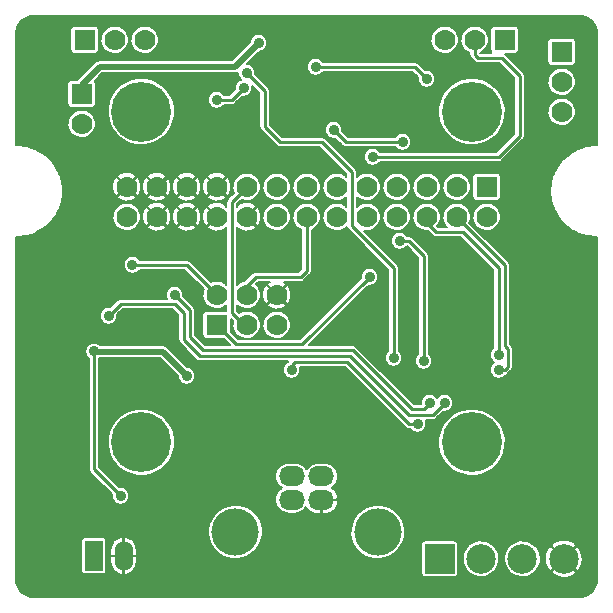
<source format=gbl>
G04 #@! TF.FileFunction,Copper,L2,Bot,Signal*
%FSLAX46Y46*%
G04 Gerber Fmt 4.6, Leading zero omitted, Abs format (unit mm)*
G04 Created by KiCad (PCBNEW (2015-07-24 BZR 5989, Git 9b9c794)-product) date 1/12/2015 8:53:28 AM*
%MOMM*%
G01*
G04 APERTURE LIST*
%ADD10C,0.150000*%
%ADD11R,1.778000X1.778000*%
%ADD12C,1.778000*%
%ADD13C,5.080000*%
%ADD14O,2.200000X1.700000*%
%ADD15C,4.000000*%
%ADD16R,1.524000X2.540000*%
%ADD17O,1.524000X2.540000*%
%ADD18R,2.500000X2.500000*%
%ADD19C,2.500000*%
%ADD20C,0.889000*%
%ADD21C,0.508000*%
%ADD22C,0.254000*%
%ADD23C,0.203200*%
G04 APERTURE END LIST*
D10*
D11*
X135380000Y-106064000D03*
D12*
X135380000Y-103524000D03*
X137920000Y-106064000D03*
X137920000Y-103524000D03*
X140460000Y-106064000D03*
X140460000Y-103524000D03*
D11*
X124204000Y-81934000D03*
D12*
X126744000Y-81934000D03*
X129284000Y-81934000D03*
D13*
X129000000Y-88000000D03*
X157000000Y-116000000D03*
X157000000Y-88000000D03*
X129000000Y-116000000D03*
D14*
X144250000Y-118880000D03*
X141750000Y-118880000D03*
X141750000Y-120880000D03*
X144250000Y-120880000D03*
D15*
X149020000Y-123590000D03*
X136980000Y-123590000D03*
D11*
X123950000Y-86506000D03*
D12*
X123950000Y-89046000D03*
D16*
X124966000Y-125622000D03*
D17*
X127506000Y-125622000D03*
D11*
X158240000Y-94380000D03*
D12*
X148080000Y-96920000D03*
X145540000Y-94380000D03*
X145540000Y-96920000D03*
X143000000Y-94380000D03*
X143000000Y-96920000D03*
X140460000Y-94380000D03*
X140460000Y-96920000D03*
X158240000Y-96920000D03*
X155700000Y-94380000D03*
X155700000Y-96920000D03*
X153160000Y-94380000D03*
X153160000Y-96920000D03*
X150620000Y-94380000D03*
X150620000Y-96920000D03*
X148080000Y-94380000D03*
X137920000Y-94380000D03*
X137920000Y-96920000D03*
X135380000Y-94380000D03*
X135380000Y-96920000D03*
X132840000Y-94380000D03*
X132840000Y-96920000D03*
X130300000Y-94380000D03*
X130300000Y-96920000D03*
X127760000Y-94380000D03*
X127760000Y-96920000D03*
D11*
X159764000Y-81934000D03*
D12*
X157224000Y-81934000D03*
X154684000Y-81934000D03*
D11*
X164590000Y-82950000D03*
D12*
X164590000Y-85490000D03*
X164590000Y-88030000D03*
D18*
X154260000Y-125876000D03*
D19*
X157760000Y-125876000D03*
X161260000Y-125876000D03*
X164760000Y-125876000D03*
D20*
X138936000Y-82188000D03*
X127252000Y-120542000D03*
X125007000Y-108309000D03*
X132840000Y-110382000D03*
X128257000Y-100973000D03*
X141730000Y-109874000D03*
X152398000Y-114446000D03*
X137920000Y-84728000D03*
X150366000Y-108858000D03*
X152906000Y-109112000D03*
X150874000Y-98952000D03*
X148334000Y-102000000D03*
X159256000Y-109874000D03*
X159256000Y-108604000D03*
X145286000Y-89554000D03*
X151128000Y-90570000D03*
X153414000Y-112668000D03*
X131824000Y-103524000D03*
X154684000Y-112668000D03*
X126236000Y-105302000D03*
X133856000Y-89554000D03*
X144270000Y-92602000D03*
X142238000Y-80918000D03*
X131570000Y-92094000D03*
X154684000Y-106318000D03*
X155446000Y-104032000D03*
X161034000Y-112668000D03*
X161034000Y-110128000D03*
X160526000Y-99206000D03*
X143000000Y-104794000D03*
X151382000Y-106318000D03*
X135380000Y-87014000D03*
X137666000Y-85998000D03*
X148588000Y-91840000D03*
X143762000Y-84220000D03*
X153160000Y-85236000D03*
D21*
X123950000Y-86506000D02*
X123950000Y-85744000D01*
X123950000Y-85744000D02*
X125474000Y-84220000D01*
X125474000Y-84220000D02*
X136904000Y-84220000D01*
X136904000Y-84220000D02*
X138936000Y-82188000D01*
D22*
X125007000Y-108309000D02*
X125007000Y-118297000D01*
X125007000Y-118297000D02*
X127252000Y-120542000D01*
D21*
X130808000Y-108350000D02*
X132840000Y-110382000D01*
X125048000Y-108350000D02*
X130808000Y-108350000D01*
X125007000Y-108309000D02*
X125048000Y-108350000D01*
D22*
X132840000Y-100984000D02*
X135380000Y-103524000D01*
X128268000Y-100984000D02*
X132840000Y-100984000D01*
X128257000Y-100973000D02*
X128268000Y-100984000D01*
X152398000Y-114446000D02*
X151636000Y-114446000D01*
X151636000Y-114446000D02*
X146410000Y-109220000D01*
X146410000Y-109220000D02*
X141986000Y-109220000D01*
X141986000Y-109220000D02*
X141730000Y-109476000D01*
X141730000Y-109476000D02*
X141730000Y-109874000D01*
X146810000Y-93110000D02*
X146810000Y-97682000D01*
X146810000Y-97682000D02*
X150366000Y-101238000D01*
X150366000Y-108858000D02*
X150366000Y-101238000D01*
X144270000Y-90570000D02*
X146810000Y-93110000D01*
X137920000Y-84728000D02*
X139444000Y-86252000D01*
X139444000Y-86252000D02*
X139444000Y-89300000D01*
X139444000Y-89300000D02*
X140714000Y-90570000D01*
X140714000Y-90570000D02*
X143762000Y-90570000D01*
X143762000Y-90570000D02*
X144270000Y-90570000D01*
X150366000Y-108858000D02*
X150366000Y-108858000D01*
X152906000Y-109112000D02*
X152906000Y-100222000D01*
X151636000Y-98952000D02*
X152906000Y-100222000D01*
X150874000Y-98952000D02*
X151636000Y-98952000D01*
X143000000Y-96920000D02*
X143000000Y-101492000D01*
X143000000Y-101492000D02*
X142492000Y-102000000D01*
X137920000Y-102762000D02*
X137920000Y-103524000D01*
X138682000Y-102000000D02*
X137920000Y-102762000D01*
X142492000Y-102000000D02*
X138682000Y-102000000D01*
X148334000Y-102000000D02*
X142638000Y-107696000D01*
X142638000Y-107696000D02*
X137012000Y-107696000D01*
X137012000Y-107696000D02*
X135380000Y-106064000D01*
X137666000Y-106064000D02*
X136650000Y-105048000D01*
X136650000Y-95650000D02*
X137920000Y-94380000D01*
X136650000Y-98952000D02*
X136650000Y-95650000D01*
X136650000Y-98952000D02*
X136650000Y-98952000D01*
X136650000Y-105048000D02*
X136650000Y-98952000D01*
X160018000Y-109620000D02*
X160018000Y-108096000D01*
X159256000Y-109874000D02*
X159764000Y-109874000D01*
X159764000Y-109874000D02*
X160018000Y-109620000D01*
X159764000Y-107842000D02*
X159764000Y-100984000D01*
X160018000Y-108096000D02*
X159764000Y-107842000D01*
X159764000Y-100984000D02*
X155700000Y-96920000D01*
X159256000Y-108604000D02*
X159256000Y-101238000D01*
X153160000Y-96920000D02*
X153160000Y-97428000D01*
X153160000Y-97428000D02*
X153922000Y-98190000D01*
X153922000Y-98190000D02*
X156208000Y-98190000D01*
X156208000Y-98190000D02*
X159256000Y-101238000D01*
X145286000Y-89554000D02*
X145286000Y-89554000D01*
X146302000Y-90570000D02*
X145286000Y-89554000D01*
X151128000Y-90570000D02*
X146302000Y-90570000D01*
X131824000Y-103524000D02*
X133094000Y-104794000D01*
X133094000Y-104794000D02*
X133094000Y-107080000D01*
X133094000Y-107080000D02*
X134218000Y-108204000D01*
X146918000Y-108204000D02*
X151890000Y-113176000D01*
X134218000Y-108204000D02*
X146918000Y-108204000D01*
X151890000Y-113176000D02*
X152906000Y-113176000D01*
X152906000Y-113176000D02*
X153414000Y-112668000D01*
X126236000Y-105302000D02*
X127252000Y-104286000D01*
X127252000Y-104286000D02*
X131824000Y-104286000D01*
X131824000Y-104286000D02*
X132586000Y-105048000D01*
X132586000Y-105048000D02*
X132586000Y-107334000D01*
X132586000Y-107334000D02*
X133964000Y-108712000D01*
X133964000Y-108712000D02*
X146664000Y-108712000D01*
X146664000Y-108712000D02*
X151636000Y-113684000D01*
X151636000Y-113684000D02*
X153668000Y-113684000D01*
X153668000Y-113684000D02*
X154684000Y-112668000D01*
X133856000Y-89554000D02*
X133856000Y-90062000D01*
X136396000Y-92602000D02*
X144270000Y-92602000D01*
X133856000Y-90062000D02*
X136396000Y-92602000D01*
X130300000Y-94380000D02*
X131824000Y-92856000D01*
X131824000Y-92348000D02*
X131570000Y-92094000D01*
X131824000Y-92856000D02*
X131824000Y-92348000D01*
X154684000Y-106318000D02*
X154684000Y-104794000D01*
X154684000Y-104794000D02*
X155446000Y-104032000D01*
X161034000Y-110128000D02*
X161034000Y-112668000D01*
X137666000Y-85998000D02*
X136650000Y-87014000D01*
X136650000Y-87014000D02*
X135380000Y-87014000D01*
X161034000Y-84982000D02*
X159510000Y-83458000D01*
X159256000Y-91840000D02*
X148588000Y-91840000D01*
X161034000Y-90062000D02*
X159256000Y-91840000D01*
X161034000Y-84982000D02*
X161034000Y-90062000D01*
X157224000Y-83204000D02*
X157224000Y-81934000D01*
X157478000Y-83458000D02*
X157224000Y-83204000D01*
X159510000Y-83458000D02*
X157478000Y-83458000D01*
X143762000Y-84220000D02*
X152144000Y-84220000D01*
X152144000Y-84220000D02*
X153160000Y-85236000D01*
D23*
G36*
X166314343Y-79912443D02*
X166616718Y-80003735D01*
X166895595Y-80152017D01*
X167140364Y-80351646D01*
X167341696Y-80595014D01*
X167491923Y-80872854D01*
X167585324Y-81174583D01*
X167620200Y-81506404D01*
X167620200Y-90870200D01*
X167500000Y-90870200D01*
X167499934Y-90870206D01*
X167498679Y-90870202D01*
X167474245Y-90870287D01*
X167457734Y-90871964D01*
X167441144Y-90871848D01*
X167435866Y-90872366D01*
X166756527Y-90943768D01*
X166722764Y-90950698D01*
X166688994Y-90957140D01*
X166683917Y-90958672D01*
X166031385Y-91160664D01*
X165999586Y-91174031D01*
X165967736Y-91186899D01*
X165963053Y-91189388D01*
X165362183Y-91514277D01*
X165333636Y-91533533D01*
X165304841Y-91552375D01*
X165300732Y-91555727D01*
X164774408Y-91991139D01*
X164750119Y-92015599D01*
X164725558Y-92039650D01*
X164722183Y-92043730D01*
X164722178Y-92043735D01*
X164722174Y-92043740D01*
X164290452Y-92573086D01*
X164271382Y-92601789D01*
X164251955Y-92630160D01*
X164249432Y-92634825D01*
X163928746Y-93237949D01*
X163915631Y-93269768D01*
X163902067Y-93301414D01*
X163900499Y-93306480D01*
X163703067Y-93960406D01*
X163696371Y-93994221D01*
X163689224Y-94027844D01*
X163688671Y-94033107D01*
X163688669Y-94033118D01*
X163688669Y-94033128D01*
X163622013Y-94712938D01*
X163622013Y-94729528D01*
X163620221Y-94746018D01*
X163620202Y-94751321D01*
X163620287Y-94775755D01*
X163621964Y-94792266D01*
X163621848Y-94808856D01*
X163622366Y-94814134D01*
X163693768Y-95493473D01*
X163700684Y-95527167D01*
X163707139Y-95561006D01*
X163708672Y-95566083D01*
X163910664Y-96218614D01*
X163924010Y-96250363D01*
X163936899Y-96282265D01*
X163939388Y-96286947D01*
X164264278Y-96887817D01*
X164283525Y-96916353D01*
X164302375Y-96945159D01*
X164305727Y-96949269D01*
X164741139Y-97475592D01*
X164765599Y-97499881D01*
X164789650Y-97524442D01*
X164793730Y-97527817D01*
X164793735Y-97527822D01*
X164793740Y-97527826D01*
X165323085Y-97959548D01*
X165351790Y-97978620D01*
X165380160Y-97998045D01*
X165384817Y-98000563D01*
X165384825Y-98000568D01*
X165384833Y-98000571D01*
X165987948Y-98321254D01*
X166019781Y-98334375D01*
X166051414Y-98347933D01*
X166056476Y-98349500D01*
X166056482Y-98349502D01*
X166710405Y-98546933D01*
X166744203Y-98553625D01*
X166777844Y-98560776D01*
X166783116Y-98561330D01*
X166783118Y-98561330D01*
X167462938Y-98627987D01*
X167478866Y-98627987D01*
X167494697Y-98629763D01*
X167500000Y-98629800D01*
X167620200Y-98629800D01*
X167620200Y-127481428D01*
X167587557Y-127814343D01*
X167496265Y-128116719D01*
X167347983Y-128395595D01*
X167148351Y-128640367D01*
X166904986Y-128841696D01*
X166627146Y-128991923D01*
X166325417Y-129085324D01*
X165993596Y-129120200D01*
X120018572Y-129120200D01*
X119685657Y-129087557D01*
X119383281Y-128996265D01*
X119104405Y-128847983D01*
X118859633Y-128648351D01*
X118658304Y-128404986D01*
X118508077Y-128127146D01*
X118414676Y-127825417D01*
X118379800Y-127493596D01*
X118379800Y-124352000D01*
X123897725Y-124352000D01*
X123897725Y-126892000D01*
X123901745Y-126941461D01*
X123927411Y-127023540D01*
X123974883Y-127095248D01*
X124040420Y-127150932D01*
X124118853Y-127186201D01*
X124204000Y-127198275D01*
X125728000Y-127198275D01*
X125777461Y-127194255D01*
X125859540Y-127168589D01*
X125931248Y-127121117D01*
X125986932Y-127055580D01*
X126022201Y-126977147D01*
X126034275Y-126892000D01*
X126034275Y-125647400D01*
X126388400Y-125647400D01*
X126388400Y-126155400D01*
X126414830Y-126372945D01*
X126483193Y-126581154D01*
X126590862Y-126772025D01*
X126733699Y-126938223D01*
X126906215Y-127073362D01*
X127101780Y-127172248D01*
X127306127Y-127229582D01*
X127480600Y-127158386D01*
X127480600Y-125647400D01*
X127531400Y-125647400D01*
X127531400Y-127158386D01*
X127705873Y-127229582D01*
X127910220Y-127172248D01*
X128105785Y-127073362D01*
X128278301Y-126938223D01*
X128421138Y-126772025D01*
X128528807Y-126581154D01*
X128597170Y-126372945D01*
X128623600Y-126155400D01*
X128623600Y-125647400D01*
X127531400Y-125647400D01*
X127480600Y-125647400D01*
X127480600Y-125647400D01*
X126388400Y-125647400D01*
X126034275Y-125647400D01*
X126034275Y-125088600D01*
X126388400Y-125088600D01*
X126388400Y-125596600D01*
X127480600Y-125596600D01*
X127480600Y-124085614D01*
X127531400Y-124085614D01*
X127531400Y-125596600D01*
X128623600Y-125596600D01*
X128623600Y-125088600D01*
X128597170Y-124871055D01*
X128528807Y-124662846D01*
X128421138Y-124471975D01*
X128278301Y-124305777D01*
X128105785Y-124170638D01*
X127910220Y-124071752D01*
X127705873Y-124014418D01*
X127531400Y-124085614D01*
X127480600Y-124085614D01*
X127480600Y-124085614D01*
X127306127Y-124014418D01*
X127101780Y-124071752D01*
X126906215Y-124170638D01*
X126733699Y-124305777D01*
X126590862Y-124471975D01*
X126483193Y-124662846D01*
X126414830Y-124871055D01*
X126388400Y-125088600D01*
X126034275Y-125088600D01*
X126034275Y-124352000D01*
X126030255Y-124302539D01*
X126004589Y-124220460D01*
X125957117Y-124148752D01*
X125891580Y-124093068D01*
X125813147Y-124057799D01*
X125728000Y-124045725D01*
X124204000Y-124045725D01*
X124154539Y-124049745D01*
X124072460Y-124075411D01*
X124000752Y-124122883D01*
X123945068Y-124188420D01*
X123909799Y-124266853D01*
X123897725Y-124352000D01*
X118379800Y-124352000D01*
X118379800Y-123783794D01*
X134672170Y-123783794D01*
X134753764Y-124228363D01*
X134920154Y-124648617D01*
X135165004Y-125028548D01*
X135478985Y-125353686D01*
X135850140Y-125611646D01*
X136264331Y-125792601D01*
X136705782Y-125889660D01*
X137157678Y-125899126D01*
X137602805Y-125820638D01*
X138024211Y-125657186D01*
X138405842Y-125414995D01*
X138733164Y-125103291D01*
X138993709Y-124733946D01*
X139177551Y-124321028D01*
X139277690Y-123880266D01*
X139279037Y-123783794D01*
X146712170Y-123783794D01*
X146793764Y-124228363D01*
X146960154Y-124648617D01*
X147205004Y-125028548D01*
X147518985Y-125353686D01*
X147890140Y-125611646D01*
X148304331Y-125792601D01*
X148745782Y-125889660D01*
X149197678Y-125899126D01*
X149642805Y-125820638D01*
X150064211Y-125657186D01*
X150445842Y-125414995D01*
X150773164Y-125103291D01*
X151033709Y-124733946D01*
X151081769Y-124626000D01*
X152703725Y-124626000D01*
X152703725Y-127126000D01*
X152707745Y-127175461D01*
X152733411Y-127257540D01*
X152780883Y-127329248D01*
X152846420Y-127384932D01*
X152924853Y-127420201D01*
X153010000Y-127432275D01*
X155510000Y-127432275D01*
X155559461Y-127428255D01*
X155641540Y-127402589D01*
X155713248Y-127355117D01*
X155768932Y-127289580D01*
X155804201Y-127211147D01*
X155816275Y-127126000D01*
X155816275Y-126006732D01*
X156203156Y-126006732D01*
X156258199Y-126306635D01*
X156370444Y-126590135D01*
X156535618Y-126846433D01*
X156747427Y-127065769D01*
X156997806Y-127239786D01*
X157277216Y-127361857D01*
X157575015Y-127427333D01*
X157879860Y-127433718D01*
X158180140Y-127380771D01*
X158464416Y-127270507D01*
X158721862Y-127107127D01*
X158942671Y-126896854D01*
X159118432Y-126647697D01*
X159242451Y-126369146D01*
X159310004Y-126071811D01*
X159310913Y-126006732D01*
X159703156Y-126006732D01*
X159758199Y-126306635D01*
X159870444Y-126590135D01*
X160035618Y-126846433D01*
X160247427Y-127065769D01*
X160497806Y-127239786D01*
X160777216Y-127361857D01*
X161075015Y-127427333D01*
X161379860Y-127433718D01*
X161680140Y-127380771D01*
X161964416Y-127270507D01*
X162221862Y-127107127D01*
X162363998Y-126971773D01*
X163700148Y-126971773D01*
X163832352Y-127196011D01*
X164107698Y-127351623D01*
X164408112Y-127450527D01*
X164722049Y-127488923D01*
X165037444Y-127465335D01*
X165342177Y-127380669D01*
X165624537Y-127238180D01*
X165687648Y-127196011D01*
X165819852Y-126971773D01*
X164760000Y-125911921D01*
X163700148Y-126971773D01*
X162363998Y-126971773D01*
X162442671Y-126896854D01*
X162618432Y-126647697D01*
X162742451Y-126369146D01*
X162810004Y-126071811D01*
X162813268Y-125838049D01*
X163147077Y-125838049D01*
X163170665Y-126153444D01*
X163255331Y-126458177D01*
X163397820Y-126740537D01*
X163439989Y-126803648D01*
X163664227Y-126935852D01*
X164724079Y-125876000D01*
X164795921Y-125876000D01*
X165855773Y-126935852D01*
X166080011Y-126803648D01*
X166235623Y-126528302D01*
X166334527Y-126227888D01*
X166372923Y-125913951D01*
X166349335Y-125598556D01*
X166264669Y-125293823D01*
X166122180Y-125011463D01*
X166080011Y-124948352D01*
X165855773Y-124816148D01*
X164795921Y-125876000D01*
X164724079Y-125876000D01*
X164724079Y-125876000D01*
X163664227Y-124816148D01*
X163439989Y-124948352D01*
X163284377Y-125223698D01*
X163185473Y-125524112D01*
X163147077Y-125838049D01*
X162813268Y-125838049D01*
X162814867Y-125723544D01*
X162755642Y-125424439D01*
X162639449Y-125142534D01*
X162470714Y-124888566D01*
X162363129Y-124780227D01*
X163700148Y-124780227D01*
X164760000Y-125840079D01*
X165819852Y-124780227D01*
X165687648Y-124555989D01*
X165412302Y-124400377D01*
X165111888Y-124301473D01*
X164797951Y-124263077D01*
X164482556Y-124286665D01*
X164177823Y-124371331D01*
X163895463Y-124513820D01*
X163832352Y-124555989D01*
X163700148Y-124780227D01*
X162363129Y-124780227D01*
X162255862Y-124672209D01*
X162003079Y-124501705D01*
X161721991Y-124383547D01*
X161423307Y-124322236D01*
X161118403Y-124320107D01*
X160818891Y-124377242D01*
X160536182Y-124491464D01*
X160281042Y-124658422D01*
X160063191Y-124871758D01*
X159890926Y-125123345D01*
X159770808Y-125403601D01*
X159707414Y-125701850D01*
X159703156Y-126006732D01*
X159310913Y-126006732D01*
X159314867Y-125723544D01*
X159255642Y-125424439D01*
X159139449Y-125142534D01*
X158970714Y-124888566D01*
X158755862Y-124672209D01*
X158503079Y-124501705D01*
X158221991Y-124383547D01*
X157923307Y-124322236D01*
X157618403Y-124320107D01*
X157318891Y-124377242D01*
X157036182Y-124491464D01*
X156781042Y-124658422D01*
X156563191Y-124871758D01*
X156390926Y-125123345D01*
X156270808Y-125403601D01*
X156207414Y-125701850D01*
X156203156Y-126006732D01*
X155816275Y-126006732D01*
X155816275Y-124626000D01*
X155812255Y-124576539D01*
X155786589Y-124494460D01*
X155739117Y-124422752D01*
X155673580Y-124367068D01*
X155595147Y-124331799D01*
X155510000Y-124319725D01*
X153010000Y-124319725D01*
X152960539Y-124323745D01*
X152878460Y-124349411D01*
X152806752Y-124396883D01*
X152751068Y-124462420D01*
X152715799Y-124540853D01*
X152703725Y-124626000D01*
X151081769Y-124626000D01*
X151217551Y-124321028D01*
X151317690Y-123880266D01*
X151324899Y-123364003D01*
X151237106Y-122920616D01*
X151064864Y-122502726D01*
X150814734Y-122126250D01*
X150496243Y-121805528D01*
X150121523Y-121552776D01*
X149704846Y-121377621D01*
X149262083Y-121286735D01*
X148810099Y-121283580D01*
X148366111Y-121368275D01*
X147947029Y-121537595D01*
X147568816Y-121785091D01*
X147245878Y-122101335D01*
X146990516Y-122474282D01*
X146812456Y-122889726D01*
X146718481Y-123331843D01*
X146712170Y-123783794D01*
X139279037Y-123783794D01*
X139284899Y-123364003D01*
X139197106Y-122920616D01*
X139024864Y-122502726D01*
X138774734Y-122126250D01*
X138456243Y-121805528D01*
X138081523Y-121552776D01*
X137664846Y-121377621D01*
X137222083Y-121286735D01*
X136770099Y-121283580D01*
X136326111Y-121368275D01*
X135907029Y-121537595D01*
X135528816Y-121785091D01*
X135205878Y-122101335D01*
X134950516Y-122474282D01*
X134772456Y-122889726D01*
X134678481Y-123331843D01*
X134672170Y-123783794D01*
X118379800Y-123783794D01*
X118379800Y-108372003D01*
X124256715Y-108372003D01*
X124283241Y-108516535D01*
X124337335Y-108653161D01*
X124416937Y-108776678D01*
X124519014Y-108882382D01*
X124575200Y-108921432D01*
X124575200Y-118297000D01*
X124579089Y-118336661D01*
X124582568Y-118376430D01*
X124583203Y-118378615D01*
X124583424Y-118380870D01*
X124594939Y-118419011D01*
X124606080Y-118457357D01*
X124607125Y-118459373D01*
X124607781Y-118461546D01*
X124626493Y-118496738D01*
X124644862Y-118532175D01*
X124646280Y-118533952D01*
X124647345Y-118535954D01*
X124672541Y-118566848D01*
X124697438Y-118598036D01*
X124700555Y-118601197D01*
X124700607Y-118601261D01*
X124700666Y-118601310D01*
X124701671Y-118602329D01*
X126513171Y-120413828D01*
X126503766Y-120458072D01*
X126501715Y-120605003D01*
X126528241Y-120749535D01*
X126582335Y-120886161D01*
X126661937Y-121009678D01*
X126764014Y-121115382D01*
X126884678Y-121199246D01*
X127019333Y-121258075D01*
X127162851Y-121289630D01*
X127309764Y-121292707D01*
X127454477Y-121267190D01*
X127591477Y-121214051D01*
X127715548Y-121135314D01*
X127821961Y-121033977D01*
X127906665Y-120913902D01*
X127966433Y-120779660D01*
X127998989Y-120636367D01*
X128001333Y-120468527D01*
X127972791Y-120324380D01*
X127916794Y-120188523D01*
X127835476Y-120066129D01*
X127731933Y-119961861D01*
X127610110Y-119879690D01*
X127474646Y-119822746D01*
X127330702Y-119793199D01*
X127183760Y-119792173D01*
X127124193Y-119803536D01*
X126192596Y-118871938D01*
X140338431Y-118871938D01*
X140358858Y-119096388D01*
X140422491Y-119312596D01*
X140526908Y-119512326D01*
X140668130Y-119687971D01*
X140840779Y-119832841D01*
X140926227Y-119879816D01*
X140854146Y-119918143D01*
X140679491Y-120060588D01*
X140535830Y-120234244D01*
X140428635Y-120432497D01*
X140361990Y-120647795D01*
X140338431Y-120871938D01*
X140358858Y-121096388D01*
X140422491Y-121312596D01*
X140526908Y-121512326D01*
X140668130Y-121687971D01*
X140840779Y-121832841D01*
X141038279Y-121941417D01*
X141253107Y-122009565D01*
X141477079Y-122034687D01*
X141493203Y-122034800D01*
X142006797Y-122034800D01*
X142231099Y-122012807D01*
X142446857Y-121947666D01*
X142645854Y-121841857D01*
X142820509Y-121699412D01*
X142964170Y-121525756D01*
X142973358Y-121508763D01*
X142983468Y-121528676D01*
X143129551Y-121714527D01*
X143309085Y-121868308D01*
X143515170Y-121984109D01*
X143739887Y-122057479D01*
X143974600Y-122085600D01*
X144224600Y-122085600D01*
X144224600Y-120905400D01*
X144275400Y-120905400D01*
X144275400Y-122085600D01*
X144525400Y-122085600D01*
X144760113Y-122057479D01*
X144984830Y-121984109D01*
X145190915Y-121868308D01*
X145370449Y-121714527D01*
X145516532Y-121528676D01*
X145623550Y-121317896D01*
X145686519Y-121093643D01*
X145616411Y-120905400D01*
X144275400Y-120905400D01*
X144224600Y-120905400D01*
X144224600Y-120905400D01*
X144204600Y-120905400D01*
X144204600Y-120854600D01*
X144224600Y-120854600D01*
X144224600Y-120834600D01*
X144275400Y-120834600D01*
X144275400Y-120854600D01*
X145616411Y-120854600D01*
X145686519Y-120666357D01*
X145623550Y-120442104D01*
X145516532Y-120231324D01*
X145370449Y-120045473D01*
X145190915Y-119891692D01*
X145123438Y-119853776D01*
X145145854Y-119841857D01*
X145320509Y-119699412D01*
X145464170Y-119525756D01*
X145571365Y-119327503D01*
X145638010Y-119112205D01*
X145661569Y-118888062D01*
X145641142Y-118663612D01*
X145577509Y-118447404D01*
X145473092Y-118247674D01*
X145331870Y-118072029D01*
X145159221Y-117927159D01*
X144961721Y-117818583D01*
X144746893Y-117750435D01*
X144522921Y-117725313D01*
X144506797Y-117725200D01*
X143993203Y-117725200D01*
X143768901Y-117747193D01*
X143553143Y-117812334D01*
X143354146Y-117918143D01*
X143179491Y-118060588D01*
X143035830Y-118234244D01*
X143000363Y-118299839D01*
X142973092Y-118247674D01*
X142831870Y-118072029D01*
X142659221Y-117927159D01*
X142461721Y-117818583D01*
X142246893Y-117750435D01*
X142022921Y-117725313D01*
X142006797Y-117725200D01*
X141493203Y-117725200D01*
X141268901Y-117747193D01*
X141053143Y-117812334D01*
X140854146Y-117918143D01*
X140679491Y-118060588D01*
X140535830Y-118234244D01*
X140428635Y-118432497D01*
X140361990Y-118647795D01*
X140338431Y-118871938D01*
X126192596Y-118871938D01*
X125438800Y-118118142D01*
X125438800Y-116239199D01*
X126151460Y-116239199D01*
X126252171Y-116787927D01*
X126457545Y-117306644D01*
X126759761Y-117775591D01*
X127147307Y-118176907D01*
X127605421Y-118495304D01*
X128116655Y-118718657D01*
X128661535Y-118838456D01*
X129219306Y-118850140D01*
X129768725Y-118753263D01*
X130288863Y-118551515D01*
X130759908Y-118252580D01*
X131163920Y-117867845D01*
X131485508Y-117411965D01*
X131712424Y-116902303D01*
X131836024Y-116358273D01*
X131837687Y-116239199D01*
X154151460Y-116239199D01*
X154252171Y-116787927D01*
X154457545Y-117306644D01*
X154759761Y-117775591D01*
X155147307Y-118176907D01*
X155605421Y-118495304D01*
X156116655Y-118718657D01*
X156661535Y-118838456D01*
X157219306Y-118850140D01*
X157768725Y-118753263D01*
X158288863Y-118551515D01*
X158759908Y-118252580D01*
X159163920Y-117867845D01*
X159485508Y-117411965D01*
X159712424Y-116902303D01*
X159836024Y-116358273D01*
X159844922Y-115721053D01*
X159736560Y-115173784D01*
X159523963Y-114657985D01*
X159215229Y-114193303D01*
X158822118Y-113797438D01*
X158359603Y-113485467D01*
X157845301Y-113269275D01*
X157298801Y-113157095D01*
X156740921Y-113153200D01*
X156192909Y-113257739D01*
X155675638Y-113466729D01*
X155208812Y-113772212D01*
X154810212Y-114162550D01*
X154495020Y-114622876D01*
X154275243Y-115135656D01*
X154159250Y-115681359D01*
X154151460Y-116239199D01*
X131837687Y-116239199D01*
X131844922Y-115721053D01*
X131736560Y-115173784D01*
X131523963Y-114657985D01*
X131215229Y-114193303D01*
X130822118Y-113797438D01*
X130359603Y-113485467D01*
X129845301Y-113269275D01*
X129298801Y-113157095D01*
X128740921Y-113153200D01*
X128192909Y-113257739D01*
X127675638Y-113466729D01*
X127208812Y-113772212D01*
X126810212Y-114162550D01*
X126495020Y-114622876D01*
X126275243Y-115135656D01*
X126159250Y-115681359D01*
X126151460Y-116239199D01*
X125438800Y-116239199D01*
X125438800Y-108922462D01*
X125460328Y-108908800D01*
X130576538Y-108908800D01*
X132090032Y-110422294D01*
X132089715Y-110445003D01*
X132116241Y-110589535D01*
X132170335Y-110726161D01*
X132249937Y-110849678D01*
X132352014Y-110955382D01*
X132472678Y-111039246D01*
X132607333Y-111098075D01*
X132750851Y-111129630D01*
X132897764Y-111132707D01*
X133042477Y-111107190D01*
X133179477Y-111054051D01*
X133303548Y-110975314D01*
X133409961Y-110873977D01*
X133494665Y-110753902D01*
X133554433Y-110619660D01*
X133586989Y-110476367D01*
X133589333Y-110308527D01*
X133560791Y-110164380D01*
X133504794Y-110028523D01*
X133423476Y-109906129D01*
X133319933Y-109801861D01*
X133198110Y-109719690D01*
X133062646Y-109662746D01*
X132918702Y-109633199D01*
X132881199Y-109632937D01*
X131203131Y-107954869D01*
X131163257Y-107922116D01*
X131123704Y-107888927D01*
X131121129Y-107887511D01*
X131118858Y-107885646D01*
X131073378Y-107861260D01*
X131028135Y-107836387D01*
X131025333Y-107835498D01*
X131022744Y-107834110D01*
X130973416Y-107819029D01*
X130924181Y-107803411D01*
X130921258Y-107803083D01*
X130918451Y-107802225D01*
X130867137Y-107797012D01*
X130815802Y-107791254D01*
X130810061Y-107791214D01*
X130809950Y-107791203D01*
X130809847Y-107791213D01*
X130808000Y-107791200D01*
X125548839Y-107791200D01*
X125486933Y-107728861D01*
X125365110Y-107646690D01*
X125229646Y-107589746D01*
X125085702Y-107560199D01*
X124938760Y-107559173D01*
X124794418Y-107586708D01*
X124658172Y-107641754D01*
X124535214Y-107722216D01*
X124430225Y-107825028D01*
X124347206Y-107946275D01*
X124289318Y-108081338D01*
X124258766Y-108225072D01*
X124256715Y-108372003D01*
X118379800Y-108372003D01*
X118379800Y-105365003D01*
X125485715Y-105365003D01*
X125512241Y-105509535D01*
X125566335Y-105646161D01*
X125645937Y-105769678D01*
X125748014Y-105875382D01*
X125868678Y-105959246D01*
X126003333Y-106018075D01*
X126146851Y-106049630D01*
X126293764Y-106052707D01*
X126438477Y-106027190D01*
X126575477Y-105974051D01*
X126699548Y-105895314D01*
X126805961Y-105793977D01*
X126890665Y-105673902D01*
X126950433Y-105539660D01*
X126982989Y-105396367D01*
X126985333Y-105228527D01*
X126974556Y-105174102D01*
X127430858Y-104717800D01*
X131645142Y-104717800D01*
X132154200Y-105226858D01*
X132154200Y-107334000D01*
X132158089Y-107373661D01*
X132161568Y-107413430D01*
X132162203Y-107415615D01*
X132162424Y-107417870D01*
X132173939Y-107456011D01*
X132185080Y-107494357D01*
X132186125Y-107496373D01*
X132186781Y-107498546D01*
X132205493Y-107533738D01*
X132223862Y-107569175D01*
X132225280Y-107570952D01*
X132226345Y-107572954D01*
X132251541Y-107603848D01*
X132276438Y-107635036D01*
X132279555Y-107638197D01*
X132279607Y-107638261D01*
X132279666Y-107638310D01*
X132280671Y-107639329D01*
X133658671Y-109017329D01*
X133689482Y-109042637D01*
X133720047Y-109068284D01*
X133722040Y-109069380D01*
X133723791Y-109070818D01*
X133758896Y-109089641D01*
X133793896Y-109108883D01*
X133796062Y-109109570D01*
X133798061Y-109110642D01*
X133836159Y-109122289D01*
X133874224Y-109134364D01*
X133876484Y-109134618D01*
X133878651Y-109135280D01*
X133918271Y-109139305D01*
X133957971Y-109143758D01*
X133962413Y-109143789D01*
X133962492Y-109143797D01*
X133962566Y-109143790D01*
X133964000Y-109143800D01*
X141451542Y-109143800D01*
X141424671Y-109170671D01*
X141401917Y-109198373D01*
X141381172Y-109206754D01*
X141258214Y-109287216D01*
X141153225Y-109390028D01*
X141070206Y-109511275D01*
X141012318Y-109646338D01*
X140981766Y-109790072D01*
X140979715Y-109937003D01*
X141006241Y-110081535D01*
X141060335Y-110218161D01*
X141139937Y-110341678D01*
X141242014Y-110447382D01*
X141362678Y-110531246D01*
X141497333Y-110590075D01*
X141640851Y-110621630D01*
X141787764Y-110624707D01*
X141932477Y-110599190D01*
X142069477Y-110546051D01*
X142193548Y-110467314D01*
X142299961Y-110365977D01*
X142384665Y-110245902D01*
X142444433Y-110111660D01*
X142476989Y-109968367D01*
X142479333Y-109800527D01*
X142450791Y-109656380D01*
X142448903Y-109651800D01*
X146231142Y-109651800D01*
X151330671Y-114751329D01*
X151361460Y-114776619D01*
X151392047Y-114802284D01*
X151394043Y-114803381D01*
X151395792Y-114804818D01*
X151430875Y-114823630D01*
X151465896Y-114842883D01*
X151468062Y-114843570D01*
X151470061Y-114844642D01*
X151508159Y-114856289D01*
X151546224Y-114868364D01*
X151548484Y-114868618D01*
X151550651Y-114869280D01*
X151590316Y-114873310D01*
X151629971Y-114877758D01*
X151634402Y-114877789D01*
X151634492Y-114877798D01*
X151634576Y-114877790D01*
X151636000Y-114877800D01*
X151784815Y-114877800D01*
X151807937Y-114913678D01*
X151910014Y-115019382D01*
X152030678Y-115103246D01*
X152165333Y-115162075D01*
X152308851Y-115193630D01*
X152455764Y-115196707D01*
X152600477Y-115171190D01*
X152737477Y-115118051D01*
X152861548Y-115039314D01*
X152967961Y-114937977D01*
X153052665Y-114817902D01*
X153112433Y-114683660D01*
X153144989Y-114540367D01*
X153147333Y-114372527D01*
X153118791Y-114228380D01*
X153072388Y-114115800D01*
X153668000Y-114115800D01*
X153707661Y-114111911D01*
X153747430Y-114108432D01*
X153749615Y-114107797D01*
X153751870Y-114107576D01*
X153790011Y-114096061D01*
X153828357Y-114084920D01*
X153830373Y-114083875D01*
X153832546Y-114083219D01*
X153867738Y-114064507D01*
X153903175Y-114046138D01*
X153904952Y-114044720D01*
X153906954Y-114043655D01*
X153937848Y-114018459D01*
X153969036Y-113993562D01*
X153972197Y-113990445D01*
X153972261Y-113990393D01*
X153972310Y-113990334D01*
X153973329Y-113989329D01*
X154555648Y-113407010D01*
X154594851Y-113415630D01*
X154741764Y-113418707D01*
X154886477Y-113393190D01*
X155023477Y-113340051D01*
X155147548Y-113261314D01*
X155253961Y-113159977D01*
X155338665Y-113039902D01*
X155398433Y-112905660D01*
X155430989Y-112762367D01*
X155433333Y-112594527D01*
X155404791Y-112450380D01*
X155348794Y-112314523D01*
X155267476Y-112192129D01*
X155163933Y-112087861D01*
X155042110Y-112005690D01*
X154906646Y-111948746D01*
X154762702Y-111919199D01*
X154615760Y-111918173D01*
X154471418Y-111945708D01*
X154335172Y-112000754D01*
X154212214Y-112081216D01*
X154107225Y-112184028D01*
X154048793Y-112269367D01*
X153997476Y-112192129D01*
X153893933Y-112087861D01*
X153772110Y-112005690D01*
X153636646Y-111948746D01*
X153492702Y-111919199D01*
X153345760Y-111918173D01*
X153201418Y-111945708D01*
X153065172Y-112000754D01*
X152942214Y-112081216D01*
X152837225Y-112184028D01*
X152754206Y-112305275D01*
X152696318Y-112440338D01*
X152665766Y-112584072D01*
X152663715Y-112731003D01*
X152666137Y-112744200D01*
X152068858Y-112744200D01*
X147223329Y-107898671D01*
X147192513Y-107873359D01*
X147161953Y-107847716D01*
X147159961Y-107846621D01*
X147158208Y-107845181D01*
X147123086Y-107826349D01*
X147088104Y-107807117D01*
X147085938Y-107806430D01*
X147083939Y-107805358D01*
X147045853Y-107793715D01*
X147007776Y-107781636D01*
X147005514Y-107781382D01*
X147003348Y-107780720D01*
X146963689Y-107776691D01*
X146924029Y-107772242D01*
X146919598Y-107772211D01*
X146919508Y-107772202D01*
X146919424Y-107772210D01*
X146918000Y-107772200D01*
X143172458Y-107772200D01*
X148205647Y-102739010D01*
X148244851Y-102747630D01*
X148391764Y-102750707D01*
X148536477Y-102725190D01*
X148673477Y-102672051D01*
X148797548Y-102593314D01*
X148903961Y-102491977D01*
X148988665Y-102371902D01*
X149048433Y-102237660D01*
X149080989Y-102094367D01*
X149083333Y-101926527D01*
X149054791Y-101782380D01*
X148998794Y-101646523D01*
X148917476Y-101524129D01*
X148813933Y-101419861D01*
X148692110Y-101337690D01*
X148556646Y-101280746D01*
X148412702Y-101251199D01*
X148265760Y-101250173D01*
X148121418Y-101277708D01*
X147985172Y-101332754D01*
X147862214Y-101413216D01*
X147757225Y-101516028D01*
X147674206Y-101637275D01*
X147616318Y-101772338D01*
X147585766Y-101916072D01*
X147583715Y-102063003D01*
X147595597Y-102127746D01*
X142459142Y-107264200D01*
X137190857Y-107264200D01*
X136575275Y-106648618D01*
X136575275Y-105583933D01*
X136761859Y-105770517D01*
X136727900Y-105930285D01*
X136724631Y-106164378D01*
X136766894Y-106394648D01*
X136853077Y-106612324D01*
X136979900Y-106809114D01*
X137142531Y-106977523D01*
X137334775Y-107111136D01*
X137549311Y-107204865D01*
X137777965Y-107255138D01*
X138012030Y-107260041D01*
X138242590Y-107219387D01*
X138460862Y-107134725D01*
X138658533Y-107009279D01*
X138828073Y-106847828D01*
X138963025Y-106656521D01*
X139058249Y-106442645D01*
X139110117Y-106214347D01*
X139110815Y-106164378D01*
X139264631Y-106164378D01*
X139306894Y-106394648D01*
X139393077Y-106612324D01*
X139519900Y-106809114D01*
X139682531Y-106977523D01*
X139874775Y-107111136D01*
X140089311Y-107204865D01*
X140317965Y-107255138D01*
X140552030Y-107260041D01*
X140782590Y-107219387D01*
X141000862Y-107134725D01*
X141198533Y-107009279D01*
X141368073Y-106847828D01*
X141503025Y-106656521D01*
X141598249Y-106442645D01*
X141650117Y-106214347D01*
X141653851Y-105946942D01*
X141608377Y-105717284D01*
X141519163Y-105500833D01*
X141389605Y-105305833D01*
X141224639Y-105139711D01*
X141030547Y-105008795D01*
X140814724Y-104918071D01*
X140585390Y-104870995D01*
X140351279Y-104869361D01*
X140121310Y-104913230D01*
X139904241Y-105000931D01*
X139708341Y-105129125D01*
X139541071Y-105292927D01*
X139408804Y-105486100D01*
X139316575Y-105701284D01*
X139267900Y-105930285D01*
X139264631Y-106164378D01*
X139110815Y-106164378D01*
X139113851Y-105946942D01*
X139068377Y-105717284D01*
X138979163Y-105500833D01*
X138849605Y-105305833D01*
X138684639Y-105139711D01*
X138490547Y-105008795D01*
X138274724Y-104918071D01*
X138045390Y-104870995D01*
X137811279Y-104869361D01*
X137581310Y-104913230D01*
X137364241Y-105000931D01*
X137273179Y-105060521D01*
X137081800Y-104869142D01*
X137081800Y-104374634D01*
X137142531Y-104437523D01*
X137334775Y-104571136D01*
X137549311Y-104664865D01*
X137777965Y-104715138D01*
X138012030Y-104720041D01*
X138242590Y-104679387D01*
X138460862Y-104594725D01*
X138658533Y-104469279D01*
X138769901Y-104363225D01*
X139656696Y-104363225D01*
X139745603Y-104550496D01*
X139959589Y-104670144D01*
X140192806Y-104745746D01*
X140436291Y-104774398D01*
X140680687Y-104754998D01*
X140916601Y-104688291D01*
X141134970Y-104576841D01*
X141174397Y-104550496D01*
X141263304Y-104363225D01*
X140460000Y-103559921D01*
X139656696Y-104363225D01*
X138769901Y-104363225D01*
X138828073Y-104307828D01*
X138963025Y-104116521D01*
X139058249Y-103902645D01*
X139110117Y-103674347D01*
X139112547Y-103500291D01*
X139209602Y-103500291D01*
X139229002Y-103744687D01*
X139295709Y-103980601D01*
X139407159Y-104198970D01*
X139433504Y-104238397D01*
X139620775Y-104327304D01*
X140424079Y-103524000D01*
X140495921Y-103524000D01*
X141299225Y-104327304D01*
X141486496Y-104238397D01*
X141606144Y-104024411D01*
X141681746Y-103791194D01*
X141710398Y-103547709D01*
X141690998Y-103303313D01*
X141624291Y-103067399D01*
X141512841Y-102849030D01*
X141486496Y-102809603D01*
X141299225Y-102720696D01*
X140495921Y-103524000D01*
X140424079Y-103524000D01*
X140424079Y-103524000D01*
X139620775Y-102720696D01*
X139433504Y-102809603D01*
X139313856Y-103023589D01*
X139238254Y-103256806D01*
X139209602Y-103500291D01*
X139112547Y-103500291D01*
X139113851Y-103406942D01*
X139068377Y-103177284D01*
X138979163Y-102960833D01*
X138849605Y-102765833D01*
X138688778Y-102603880D01*
X138860858Y-102431800D01*
X139862148Y-102431800D01*
X139785030Y-102471159D01*
X139745603Y-102497504D01*
X139656696Y-102684775D01*
X140460000Y-103488079D01*
X141263304Y-102684775D01*
X141174397Y-102497504D01*
X141056888Y-102431800D01*
X142492000Y-102431800D01*
X142531661Y-102427911D01*
X142571430Y-102424432D01*
X142573615Y-102423797D01*
X142575870Y-102423576D01*
X142614011Y-102412061D01*
X142652357Y-102400920D01*
X142654373Y-102399875D01*
X142656546Y-102399219D01*
X142691738Y-102380507D01*
X142727175Y-102362138D01*
X142728952Y-102360720D01*
X142730954Y-102359655D01*
X142761848Y-102334459D01*
X142793036Y-102309562D01*
X142796197Y-102306445D01*
X142796261Y-102306393D01*
X142796310Y-102306334D01*
X142797329Y-102305329D01*
X143305328Y-101797329D01*
X143330612Y-101766547D01*
X143356284Y-101735953D01*
X143357380Y-101733960D01*
X143358818Y-101732209D01*
X143377641Y-101697104D01*
X143396883Y-101662104D01*
X143397570Y-101659938D01*
X143398642Y-101657939D01*
X143410289Y-101619841D01*
X143422364Y-101581776D01*
X143422618Y-101579516D01*
X143423280Y-101577349D01*
X143427305Y-101537729D01*
X143431758Y-101498029D01*
X143431789Y-101493587D01*
X143431797Y-101493508D01*
X143431790Y-101493434D01*
X143431800Y-101492000D01*
X143431800Y-98033027D01*
X143540862Y-97990725D01*
X143738533Y-97865279D01*
X143908073Y-97703828D01*
X144043025Y-97512521D01*
X144138249Y-97298645D01*
X144190117Y-97070347D01*
X144193851Y-96802942D01*
X144148377Y-96573284D01*
X144059163Y-96356833D01*
X143929605Y-96161833D01*
X143764639Y-95995711D01*
X143570547Y-95864795D01*
X143354724Y-95774071D01*
X143125390Y-95726995D01*
X142891279Y-95725361D01*
X142661310Y-95769230D01*
X142444241Y-95856931D01*
X142248341Y-95985125D01*
X142081071Y-96148927D01*
X141948804Y-96342100D01*
X141856575Y-96557284D01*
X141807900Y-96786285D01*
X141804631Y-97020378D01*
X141846894Y-97250648D01*
X141933077Y-97468324D01*
X142059900Y-97665114D01*
X142222531Y-97833523D01*
X142414775Y-97967136D01*
X142568200Y-98034166D01*
X142568200Y-101313143D01*
X142313142Y-101568200D01*
X138682000Y-101568200D01*
X138642383Y-101572085D01*
X138602570Y-101575568D01*
X138600385Y-101576203D01*
X138598130Y-101576424D01*
X138560035Y-101587925D01*
X138521643Y-101599079D01*
X138519623Y-101600126D01*
X138517454Y-101600781D01*
X138482297Y-101619474D01*
X138446825Y-101637862D01*
X138445048Y-101639280D01*
X138443046Y-101640345D01*
X138412152Y-101665541D01*
X138380964Y-101690438D01*
X138377803Y-101693555D01*
X138377739Y-101693607D01*
X138377690Y-101693666D01*
X138376671Y-101694671D01*
X137725646Y-102345696D01*
X137581310Y-102373230D01*
X137364241Y-102460931D01*
X137168341Y-102589125D01*
X137081800Y-102673872D01*
X137081800Y-97794124D01*
X137116697Y-97759227D01*
X137205603Y-97946496D01*
X137419589Y-98066144D01*
X137652806Y-98141746D01*
X137896291Y-98170398D01*
X138140687Y-98150998D01*
X138376601Y-98084291D01*
X138594970Y-97972841D01*
X138634397Y-97946496D01*
X138723304Y-97759225D01*
X137920000Y-96955921D01*
X137905858Y-96970064D01*
X137869937Y-96934143D01*
X137884079Y-96920000D01*
X137955921Y-96920000D01*
X138759225Y-97723304D01*
X138946496Y-97634397D01*
X139066144Y-97420411D01*
X139141746Y-97187194D01*
X139161376Y-97020378D01*
X139264631Y-97020378D01*
X139306894Y-97250648D01*
X139393077Y-97468324D01*
X139519900Y-97665114D01*
X139682531Y-97833523D01*
X139874775Y-97967136D01*
X140089311Y-98060865D01*
X140317965Y-98111138D01*
X140552030Y-98116041D01*
X140782590Y-98075387D01*
X141000862Y-97990725D01*
X141198533Y-97865279D01*
X141368073Y-97703828D01*
X141503025Y-97512521D01*
X141598249Y-97298645D01*
X141650117Y-97070347D01*
X141653851Y-96802942D01*
X141608377Y-96573284D01*
X141519163Y-96356833D01*
X141389605Y-96161833D01*
X141224639Y-95995711D01*
X141030547Y-95864795D01*
X140814724Y-95774071D01*
X140585390Y-95726995D01*
X140351279Y-95725361D01*
X140121310Y-95769230D01*
X139904241Y-95856931D01*
X139708341Y-95985125D01*
X139541071Y-96148927D01*
X139408804Y-96342100D01*
X139316575Y-96557284D01*
X139267900Y-96786285D01*
X139264631Y-97020378D01*
X139161376Y-97020378D01*
X139170398Y-96943709D01*
X139150998Y-96699313D01*
X139084291Y-96463399D01*
X138972841Y-96245030D01*
X138946496Y-96205603D01*
X138759225Y-96116696D01*
X137955921Y-96920000D01*
X137884079Y-96920000D01*
X137884079Y-96920000D01*
X137869937Y-96905858D01*
X137905858Y-96869937D01*
X137920000Y-96884079D01*
X138723304Y-96080775D01*
X138634397Y-95893504D01*
X138420411Y-95773856D01*
X138187194Y-95698254D01*
X137943709Y-95669602D01*
X137699313Y-95689002D01*
X137463399Y-95755709D01*
X137245030Y-95867159D01*
X137205603Y-95893504D01*
X137116697Y-96080773D01*
X137081800Y-96045876D01*
X137081800Y-95828858D01*
X137438295Y-95472363D01*
X137549311Y-95520865D01*
X137777965Y-95571138D01*
X138012030Y-95576041D01*
X138242590Y-95535387D01*
X138460862Y-95450725D01*
X138658533Y-95325279D01*
X138828073Y-95163828D01*
X138963025Y-94972521D01*
X139058249Y-94758645D01*
X139110117Y-94530347D01*
X139110815Y-94480378D01*
X139264631Y-94480378D01*
X139306894Y-94710648D01*
X139393077Y-94928324D01*
X139519900Y-95125114D01*
X139682531Y-95293523D01*
X139874775Y-95427136D01*
X140089311Y-95520865D01*
X140317965Y-95571138D01*
X140552030Y-95576041D01*
X140782590Y-95535387D01*
X141000862Y-95450725D01*
X141198533Y-95325279D01*
X141368073Y-95163828D01*
X141503025Y-94972521D01*
X141598249Y-94758645D01*
X141650117Y-94530347D01*
X141650815Y-94480378D01*
X141804631Y-94480378D01*
X141846894Y-94710648D01*
X141933077Y-94928324D01*
X142059900Y-95125114D01*
X142222531Y-95293523D01*
X142414775Y-95427136D01*
X142629311Y-95520865D01*
X142857965Y-95571138D01*
X143092030Y-95576041D01*
X143322590Y-95535387D01*
X143540862Y-95450725D01*
X143738533Y-95325279D01*
X143908073Y-95163828D01*
X144043025Y-94972521D01*
X144138249Y-94758645D01*
X144190117Y-94530347D01*
X144193851Y-94262942D01*
X144148377Y-94033284D01*
X144059163Y-93816833D01*
X143929605Y-93621833D01*
X143764639Y-93455711D01*
X143570547Y-93324795D01*
X143354724Y-93234071D01*
X143125390Y-93186995D01*
X142891279Y-93185361D01*
X142661310Y-93229230D01*
X142444241Y-93316931D01*
X142248341Y-93445125D01*
X142081071Y-93608927D01*
X141948804Y-93802100D01*
X141856575Y-94017284D01*
X141807900Y-94246285D01*
X141804631Y-94480378D01*
X141650815Y-94480378D01*
X141653851Y-94262942D01*
X141608377Y-94033284D01*
X141519163Y-93816833D01*
X141389605Y-93621833D01*
X141224639Y-93455711D01*
X141030547Y-93324795D01*
X140814724Y-93234071D01*
X140585390Y-93186995D01*
X140351279Y-93185361D01*
X140121310Y-93229230D01*
X139904241Y-93316931D01*
X139708341Y-93445125D01*
X139541071Y-93608927D01*
X139408804Y-93802100D01*
X139316575Y-94017284D01*
X139267900Y-94246285D01*
X139264631Y-94480378D01*
X139110815Y-94480378D01*
X139113851Y-94262942D01*
X139068377Y-94033284D01*
X138979163Y-93816833D01*
X138849605Y-93621833D01*
X138684639Y-93455711D01*
X138490547Y-93324795D01*
X138274724Y-93234071D01*
X138045390Y-93186995D01*
X137811279Y-93185361D01*
X137581310Y-93229230D01*
X137364241Y-93316931D01*
X137168341Y-93445125D01*
X137001071Y-93608927D01*
X136868804Y-93802100D01*
X136776575Y-94017284D01*
X136727900Y-94246285D01*
X136724631Y-94480378D01*
X136766894Y-94710648D01*
X136826966Y-94862376D01*
X136344671Y-95344671D01*
X136319359Y-95375487D01*
X136293716Y-95406047D01*
X136292621Y-95408039D01*
X136291181Y-95409792D01*
X136272349Y-95444914D01*
X136253117Y-95479896D01*
X136252430Y-95482062D01*
X136251358Y-95484061D01*
X136239715Y-95522147D01*
X136227636Y-95560224D01*
X136227382Y-95562486D01*
X136226720Y-95564652D01*
X136222691Y-95604311D01*
X136218242Y-95643971D01*
X136218211Y-95648402D01*
X136218202Y-95648492D01*
X136218210Y-95648576D01*
X136218200Y-95650000D01*
X136218200Y-96045876D01*
X136183303Y-96080773D01*
X136094397Y-95893504D01*
X135880411Y-95773856D01*
X135647194Y-95698254D01*
X135403709Y-95669602D01*
X135159313Y-95689002D01*
X134923399Y-95755709D01*
X134705030Y-95867159D01*
X134665603Y-95893504D01*
X134576696Y-96080775D01*
X135380000Y-96884079D01*
X135394143Y-96869937D01*
X135430064Y-96905858D01*
X135415921Y-96920000D01*
X135430064Y-96934143D01*
X135394143Y-96970064D01*
X135380000Y-96955921D01*
X134576696Y-97759225D01*
X134665603Y-97946496D01*
X134879589Y-98066144D01*
X135112806Y-98141746D01*
X135356291Y-98170398D01*
X135600687Y-98150998D01*
X135836601Y-98084291D01*
X136054970Y-97972841D01*
X136094397Y-97946496D01*
X136183303Y-97759227D01*
X136218200Y-97794124D01*
X136218200Y-102673787D01*
X136144639Y-102599711D01*
X135950547Y-102468795D01*
X135734724Y-102378071D01*
X135505390Y-102330995D01*
X135271279Y-102329361D01*
X135041310Y-102373230D01*
X134897849Y-102431192D01*
X133145329Y-100678671D01*
X133114513Y-100653359D01*
X133083953Y-100627716D01*
X133081961Y-100626621D01*
X133080208Y-100625181D01*
X133045086Y-100606349D01*
X133010104Y-100587117D01*
X133007938Y-100586430D01*
X133005939Y-100585358D01*
X132967853Y-100573715D01*
X132929776Y-100561636D01*
X132927514Y-100561382D01*
X132925348Y-100560720D01*
X132885689Y-100556691D01*
X132846029Y-100552242D01*
X132841598Y-100552211D01*
X132841508Y-100552202D01*
X132841424Y-100552210D01*
X132840000Y-100552200D01*
X128877065Y-100552200D01*
X128840476Y-100497129D01*
X128736933Y-100392861D01*
X128615110Y-100310690D01*
X128479646Y-100253746D01*
X128335702Y-100224199D01*
X128188760Y-100223173D01*
X128044418Y-100250708D01*
X127908172Y-100305754D01*
X127785214Y-100386216D01*
X127680225Y-100489028D01*
X127597206Y-100610275D01*
X127539318Y-100745338D01*
X127508766Y-100889072D01*
X127506715Y-101036003D01*
X127533241Y-101180535D01*
X127587335Y-101317161D01*
X127666937Y-101440678D01*
X127769014Y-101546382D01*
X127889678Y-101630246D01*
X128024333Y-101689075D01*
X128167851Y-101720630D01*
X128314764Y-101723707D01*
X128459477Y-101698190D01*
X128596477Y-101645051D01*
X128720548Y-101566314D01*
X128826961Y-101464977D01*
X128861652Y-101415800D01*
X132661142Y-101415800D01*
X134287593Y-103042251D01*
X134236575Y-103161284D01*
X134187900Y-103390285D01*
X134184631Y-103624378D01*
X134226894Y-103854648D01*
X134313077Y-104072324D01*
X134439900Y-104269114D01*
X134602531Y-104437523D01*
X134794775Y-104571136D01*
X135009311Y-104664865D01*
X135237965Y-104715138D01*
X135472030Y-104720041D01*
X135702590Y-104679387D01*
X135920862Y-104594725D01*
X136118533Y-104469279D01*
X136218200Y-104374367D01*
X136218200Y-104868725D01*
X134491000Y-104868725D01*
X134441539Y-104872745D01*
X134359460Y-104898411D01*
X134287752Y-104945883D01*
X134232068Y-105011420D01*
X134196799Y-105089853D01*
X134184725Y-105175000D01*
X134184725Y-106953000D01*
X134188745Y-107002461D01*
X134214411Y-107084540D01*
X134261883Y-107156248D01*
X134327420Y-107211932D01*
X134405853Y-107247201D01*
X134491000Y-107259275D01*
X135964618Y-107259275D01*
X136477543Y-107772200D01*
X134396858Y-107772200D01*
X133525800Y-106901142D01*
X133525800Y-104794000D01*
X133521906Y-104754289D01*
X133518431Y-104714570D01*
X133517798Y-104712390D01*
X133517576Y-104710130D01*
X133506048Y-104671947D01*
X133494920Y-104633643D01*
X133493875Y-104631627D01*
X133493219Y-104629454D01*
X133474507Y-104594262D01*
X133456138Y-104558825D01*
X133454720Y-104557048D01*
X133453655Y-104555046D01*
X133428459Y-104524152D01*
X133403562Y-104492964D01*
X133400445Y-104489803D01*
X133400393Y-104489739D01*
X133400334Y-104489690D01*
X133399329Y-104488671D01*
X132563220Y-103652562D01*
X132570989Y-103618367D01*
X132573333Y-103450527D01*
X132544791Y-103306380D01*
X132488794Y-103170523D01*
X132407476Y-103048129D01*
X132303933Y-102943861D01*
X132182110Y-102861690D01*
X132046646Y-102804746D01*
X131902702Y-102775199D01*
X131755760Y-102774173D01*
X131611418Y-102801708D01*
X131475172Y-102856754D01*
X131352214Y-102937216D01*
X131247225Y-103040028D01*
X131164206Y-103161275D01*
X131106318Y-103296338D01*
X131075766Y-103440072D01*
X131073715Y-103587003D01*
X131100241Y-103731535D01*
X131148807Y-103854200D01*
X127252000Y-103854200D01*
X127212339Y-103858089D01*
X127172570Y-103861568D01*
X127170385Y-103862203D01*
X127168130Y-103862424D01*
X127129989Y-103873939D01*
X127091643Y-103885080D01*
X127089627Y-103886125D01*
X127087454Y-103886781D01*
X127052262Y-103905493D01*
X127016825Y-103923862D01*
X127015048Y-103925280D01*
X127013046Y-103926345D01*
X126982152Y-103951541D01*
X126950964Y-103976438D01*
X126947803Y-103979555D01*
X126947739Y-103979607D01*
X126947690Y-103979666D01*
X126946671Y-103980671D01*
X126364020Y-104563322D01*
X126314702Y-104553199D01*
X126167760Y-104552173D01*
X126023418Y-104579708D01*
X125887172Y-104634754D01*
X125764214Y-104715216D01*
X125659225Y-104818028D01*
X125576206Y-104939275D01*
X125518318Y-105074338D01*
X125487766Y-105218072D01*
X125485715Y-105365003D01*
X118379800Y-105365003D01*
X118379800Y-98629800D01*
X118500000Y-98629800D01*
X118500066Y-98629794D01*
X118501321Y-98629798D01*
X118525755Y-98629713D01*
X118542266Y-98628036D01*
X118558856Y-98628152D01*
X118564134Y-98627634D01*
X119243473Y-98556232D01*
X119277167Y-98549316D01*
X119311006Y-98542861D01*
X119316083Y-98541328D01*
X119968614Y-98339336D01*
X120000363Y-98325990D01*
X120032265Y-98313101D01*
X120036947Y-98310612D01*
X120637817Y-97985722D01*
X120666353Y-97966475D01*
X120695159Y-97947625D01*
X120699269Y-97944273D01*
X121225592Y-97508861D01*
X121249881Y-97484401D01*
X121274442Y-97460350D01*
X121277817Y-97456270D01*
X121277822Y-97456265D01*
X121277826Y-97456260D01*
X121633322Y-97020378D01*
X126564631Y-97020378D01*
X126606894Y-97250648D01*
X126693077Y-97468324D01*
X126819900Y-97665114D01*
X126982531Y-97833523D01*
X127174775Y-97967136D01*
X127389311Y-98060865D01*
X127617965Y-98111138D01*
X127852030Y-98116041D01*
X128082590Y-98075387D01*
X128300862Y-97990725D01*
X128498533Y-97865279D01*
X128609901Y-97759225D01*
X129496696Y-97759225D01*
X129585603Y-97946496D01*
X129799589Y-98066144D01*
X130032806Y-98141746D01*
X130276291Y-98170398D01*
X130520687Y-98150998D01*
X130756601Y-98084291D01*
X130974970Y-97972841D01*
X131014397Y-97946496D01*
X131103304Y-97759225D01*
X132036696Y-97759225D01*
X132125603Y-97946496D01*
X132339589Y-98066144D01*
X132572806Y-98141746D01*
X132816291Y-98170398D01*
X133060687Y-98150998D01*
X133296601Y-98084291D01*
X133514970Y-97972841D01*
X133554397Y-97946496D01*
X133643304Y-97759225D01*
X132840000Y-96955921D01*
X132036696Y-97759225D01*
X131103304Y-97759225D01*
X131103304Y-97759225D01*
X130300000Y-96955921D01*
X129496696Y-97759225D01*
X128609901Y-97759225D01*
X128668073Y-97703828D01*
X128803025Y-97512521D01*
X128898249Y-97298645D01*
X128950117Y-97070347D01*
X128952547Y-96896291D01*
X129049602Y-96896291D01*
X129069002Y-97140687D01*
X129135709Y-97376601D01*
X129247159Y-97594970D01*
X129273504Y-97634397D01*
X129460775Y-97723304D01*
X130264079Y-96920000D01*
X130335921Y-96920000D01*
X131139225Y-97723304D01*
X131326496Y-97634397D01*
X131446144Y-97420411D01*
X131521746Y-97187194D01*
X131550398Y-96943709D01*
X131546634Y-96896291D01*
X131589602Y-96896291D01*
X131609002Y-97140687D01*
X131675709Y-97376601D01*
X131787159Y-97594970D01*
X131813504Y-97634397D01*
X132000775Y-97723304D01*
X132804079Y-96920000D01*
X132875921Y-96920000D01*
X133679225Y-97723304D01*
X133866496Y-97634397D01*
X133986144Y-97420411D01*
X134061746Y-97187194D01*
X134090398Y-96943709D01*
X134086634Y-96896291D01*
X134129602Y-96896291D01*
X134149002Y-97140687D01*
X134215709Y-97376601D01*
X134327159Y-97594970D01*
X134353504Y-97634397D01*
X134540775Y-97723304D01*
X135344079Y-96920000D01*
X134540775Y-96116696D01*
X134353504Y-96205603D01*
X134233856Y-96419589D01*
X134158254Y-96652806D01*
X134129602Y-96896291D01*
X134086634Y-96896291D01*
X134070998Y-96699313D01*
X134004291Y-96463399D01*
X133892841Y-96245030D01*
X133866496Y-96205603D01*
X133679225Y-96116696D01*
X132875921Y-96920000D01*
X132804079Y-96920000D01*
X132804079Y-96920000D01*
X132000775Y-96116696D01*
X131813504Y-96205603D01*
X131693856Y-96419589D01*
X131618254Y-96652806D01*
X131589602Y-96896291D01*
X131546634Y-96896291D01*
X131530998Y-96699313D01*
X131464291Y-96463399D01*
X131352841Y-96245030D01*
X131326496Y-96205603D01*
X131139225Y-96116696D01*
X130335921Y-96920000D01*
X130264079Y-96920000D01*
X130264079Y-96920000D01*
X129460775Y-96116696D01*
X129273504Y-96205603D01*
X129153856Y-96419589D01*
X129078254Y-96652806D01*
X129049602Y-96896291D01*
X128952547Y-96896291D01*
X128953851Y-96802942D01*
X128908377Y-96573284D01*
X128819163Y-96356833D01*
X128689605Y-96161833D01*
X128609111Y-96080775D01*
X129496696Y-96080775D01*
X130300000Y-96884079D01*
X131103304Y-96080775D01*
X132036696Y-96080775D01*
X132840000Y-96884079D01*
X133643304Y-96080775D01*
X133554397Y-95893504D01*
X133340411Y-95773856D01*
X133107194Y-95698254D01*
X132863709Y-95669602D01*
X132619313Y-95689002D01*
X132383399Y-95755709D01*
X132165030Y-95867159D01*
X132125603Y-95893504D01*
X132036696Y-96080775D01*
X131103304Y-96080775D01*
X131103304Y-96080775D01*
X131014397Y-95893504D01*
X130800411Y-95773856D01*
X130567194Y-95698254D01*
X130323709Y-95669602D01*
X130079313Y-95689002D01*
X129843399Y-95755709D01*
X129625030Y-95867159D01*
X129585603Y-95893504D01*
X129496696Y-96080775D01*
X128609111Y-96080775D01*
X128524639Y-95995711D01*
X128330547Y-95864795D01*
X128114724Y-95774071D01*
X127885390Y-95726995D01*
X127651279Y-95725361D01*
X127421310Y-95769230D01*
X127204241Y-95856931D01*
X127008341Y-95985125D01*
X126841071Y-96148927D01*
X126708804Y-96342100D01*
X126616575Y-96557284D01*
X126567900Y-96786285D01*
X126564631Y-97020378D01*
X121633322Y-97020378D01*
X121709548Y-96926915D01*
X121728620Y-96898210D01*
X121748045Y-96869840D01*
X121750563Y-96865183D01*
X121750568Y-96865175D01*
X121750571Y-96865167D01*
X122071254Y-96262052D01*
X122084375Y-96230219D01*
X122097933Y-96198586D01*
X122099501Y-96193520D01*
X122296933Y-95539595D01*
X122303625Y-95505797D01*
X122310776Y-95472156D01*
X122311330Y-95466882D01*
X122335613Y-95219225D01*
X126956696Y-95219225D01*
X127045603Y-95406496D01*
X127259589Y-95526144D01*
X127492806Y-95601746D01*
X127736291Y-95630398D01*
X127980687Y-95610998D01*
X128216601Y-95544291D01*
X128434970Y-95432841D01*
X128474397Y-95406496D01*
X128563304Y-95219225D01*
X129496696Y-95219225D01*
X129585603Y-95406496D01*
X129799589Y-95526144D01*
X130032806Y-95601746D01*
X130276291Y-95630398D01*
X130520687Y-95610998D01*
X130756601Y-95544291D01*
X130974970Y-95432841D01*
X131014397Y-95406496D01*
X131103304Y-95219225D01*
X132036696Y-95219225D01*
X132125603Y-95406496D01*
X132339589Y-95526144D01*
X132572806Y-95601746D01*
X132816291Y-95630398D01*
X133060687Y-95610998D01*
X133296601Y-95544291D01*
X133514970Y-95432841D01*
X133554397Y-95406496D01*
X133643304Y-95219225D01*
X134576696Y-95219225D01*
X134665603Y-95406496D01*
X134879589Y-95526144D01*
X135112806Y-95601746D01*
X135356291Y-95630398D01*
X135600687Y-95610998D01*
X135836601Y-95544291D01*
X136054970Y-95432841D01*
X136094397Y-95406496D01*
X136183304Y-95219225D01*
X135380000Y-94415921D01*
X134576696Y-95219225D01*
X133643304Y-95219225D01*
X133643304Y-95219225D01*
X132840000Y-94415921D01*
X132036696Y-95219225D01*
X131103304Y-95219225D01*
X131103304Y-95219225D01*
X130300000Y-94415921D01*
X129496696Y-95219225D01*
X128563304Y-95219225D01*
X128563304Y-95219225D01*
X127760000Y-94415921D01*
X126956696Y-95219225D01*
X122335613Y-95219225D01*
X122377987Y-94787062D01*
X122377987Y-94770472D01*
X122379779Y-94753982D01*
X122379798Y-94748679D01*
X122379713Y-94724245D01*
X122378036Y-94707734D01*
X122378152Y-94691144D01*
X122377634Y-94685866D01*
X122342994Y-94356291D01*
X126509602Y-94356291D01*
X126529002Y-94600687D01*
X126595709Y-94836601D01*
X126707159Y-95054970D01*
X126733504Y-95094397D01*
X126920775Y-95183304D01*
X127724079Y-94380000D01*
X127795921Y-94380000D01*
X128599225Y-95183304D01*
X128786496Y-95094397D01*
X128906144Y-94880411D01*
X128981746Y-94647194D01*
X129010398Y-94403709D01*
X129006634Y-94356291D01*
X129049602Y-94356291D01*
X129069002Y-94600687D01*
X129135709Y-94836601D01*
X129247159Y-95054970D01*
X129273504Y-95094397D01*
X129460775Y-95183304D01*
X130264079Y-94380000D01*
X130335921Y-94380000D01*
X131139225Y-95183304D01*
X131326496Y-95094397D01*
X131446144Y-94880411D01*
X131521746Y-94647194D01*
X131550398Y-94403709D01*
X131546634Y-94356291D01*
X131589602Y-94356291D01*
X131609002Y-94600687D01*
X131675709Y-94836601D01*
X131787159Y-95054970D01*
X131813504Y-95094397D01*
X132000775Y-95183304D01*
X132804079Y-94380000D01*
X132875921Y-94380000D01*
X133679225Y-95183304D01*
X133866496Y-95094397D01*
X133986144Y-94880411D01*
X134061746Y-94647194D01*
X134090398Y-94403709D01*
X134086634Y-94356291D01*
X134129602Y-94356291D01*
X134149002Y-94600687D01*
X134215709Y-94836601D01*
X134327159Y-95054970D01*
X134353504Y-95094397D01*
X134540775Y-95183304D01*
X135344079Y-94380000D01*
X135415921Y-94380000D01*
X136219225Y-95183304D01*
X136406496Y-95094397D01*
X136526144Y-94880411D01*
X136601746Y-94647194D01*
X136630398Y-94403709D01*
X136610998Y-94159313D01*
X136544291Y-93923399D01*
X136432841Y-93705030D01*
X136406496Y-93665603D01*
X136219225Y-93576696D01*
X135415921Y-94380000D01*
X135344079Y-94380000D01*
X135344079Y-94380000D01*
X134540775Y-93576696D01*
X134353504Y-93665603D01*
X134233856Y-93879589D01*
X134158254Y-94112806D01*
X134129602Y-94356291D01*
X134086634Y-94356291D01*
X134070998Y-94159313D01*
X134004291Y-93923399D01*
X133892841Y-93705030D01*
X133866496Y-93665603D01*
X133679225Y-93576696D01*
X132875921Y-94380000D01*
X132804079Y-94380000D01*
X132804079Y-94380000D01*
X132000775Y-93576696D01*
X131813504Y-93665603D01*
X131693856Y-93879589D01*
X131618254Y-94112806D01*
X131589602Y-94356291D01*
X131546634Y-94356291D01*
X131530998Y-94159313D01*
X131464291Y-93923399D01*
X131352841Y-93705030D01*
X131326496Y-93665603D01*
X131139225Y-93576696D01*
X130335921Y-94380000D01*
X130264079Y-94380000D01*
X130264079Y-94380000D01*
X129460775Y-93576696D01*
X129273504Y-93665603D01*
X129153856Y-93879589D01*
X129078254Y-94112806D01*
X129049602Y-94356291D01*
X129006634Y-94356291D01*
X128990998Y-94159313D01*
X128924291Y-93923399D01*
X128812841Y-93705030D01*
X128786496Y-93665603D01*
X128599225Y-93576696D01*
X127795921Y-94380000D01*
X127724079Y-94380000D01*
X127724079Y-94380000D01*
X126920775Y-93576696D01*
X126733504Y-93665603D01*
X126613856Y-93879589D01*
X126538254Y-94112806D01*
X126509602Y-94356291D01*
X122342994Y-94356291D01*
X122306232Y-94006527D01*
X122299302Y-93972764D01*
X122292860Y-93938994D01*
X122291328Y-93933917D01*
X122169630Y-93540775D01*
X126956696Y-93540775D01*
X127760000Y-94344079D01*
X128563304Y-93540775D01*
X129496696Y-93540775D01*
X130300000Y-94344079D01*
X131103304Y-93540775D01*
X132036696Y-93540775D01*
X132840000Y-94344079D01*
X133643304Y-93540775D01*
X134576696Y-93540775D01*
X135380000Y-94344079D01*
X136183304Y-93540775D01*
X136094397Y-93353504D01*
X135880411Y-93233856D01*
X135647194Y-93158254D01*
X135403709Y-93129602D01*
X135159313Y-93149002D01*
X134923399Y-93215709D01*
X134705030Y-93327159D01*
X134665603Y-93353504D01*
X134576696Y-93540775D01*
X133643304Y-93540775D01*
X133643304Y-93540775D01*
X133554397Y-93353504D01*
X133340411Y-93233856D01*
X133107194Y-93158254D01*
X132863709Y-93129602D01*
X132619313Y-93149002D01*
X132383399Y-93215709D01*
X132165030Y-93327159D01*
X132125603Y-93353504D01*
X132036696Y-93540775D01*
X131103304Y-93540775D01*
X131103304Y-93540775D01*
X131014397Y-93353504D01*
X130800411Y-93233856D01*
X130567194Y-93158254D01*
X130323709Y-93129602D01*
X130079313Y-93149002D01*
X129843399Y-93215709D01*
X129625030Y-93327159D01*
X129585603Y-93353504D01*
X129496696Y-93540775D01*
X128563304Y-93540775D01*
X128563304Y-93540775D01*
X128474397Y-93353504D01*
X128260411Y-93233856D01*
X128027194Y-93158254D01*
X127783709Y-93129602D01*
X127539313Y-93149002D01*
X127303399Y-93215709D01*
X127085030Y-93327159D01*
X127045603Y-93353504D01*
X126956696Y-93540775D01*
X122169630Y-93540775D01*
X122089336Y-93281385D01*
X122075969Y-93249586D01*
X122063101Y-93217736D01*
X122060612Y-93213053D01*
X121735723Y-92612183D01*
X121716467Y-92583636D01*
X121697625Y-92554841D01*
X121694273Y-92550732D01*
X121258861Y-92024408D01*
X121234401Y-92000119D01*
X121210350Y-91975558D01*
X121206270Y-91972183D01*
X121206265Y-91972178D01*
X121206260Y-91972174D01*
X120676914Y-91540452D01*
X120648211Y-91521382D01*
X120619840Y-91501955D01*
X120615175Y-91499432D01*
X120012051Y-91178746D01*
X119980232Y-91165631D01*
X119948586Y-91152067D01*
X119943524Y-91150500D01*
X119943518Y-91150498D01*
X119289594Y-90953067D01*
X119255779Y-90946371D01*
X119222156Y-90939224D01*
X119216893Y-90938671D01*
X119216882Y-90938669D01*
X119216872Y-90938669D01*
X118537062Y-90872013D01*
X118521134Y-90872013D01*
X118505303Y-90870237D01*
X118500000Y-90870200D01*
X118379800Y-90870200D01*
X118379800Y-89146378D01*
X122754631Y-89146378D01*
X122796894Y-89376648D01*
X122883077Y-89594324D01*
X123009900Y-89791114D01*
X123172531Y-89959523D01*
X123364775Y-90093136D01*
X123579311Y-90186865D01*
X123807965Y-90237138D01*
X124042030Y-90242041D01*
X124272590Y-90201387D01*
X124490862Y-90116725D01*
X124688533Y-89991279D01*
X124858073Y-89829828D01*
X124993025Y-89638521D01*
X125088249Y-89424645D01*
X125140117Y-89196347D01*
X125143851Y-88928942D01*
X125098377Y-88699284D01*
X125009163Y-88482833D01*
X124879605Y-88287833D01*
X124831309Y-88239199D01*
X126151460Y-88239199D01*
X126252171Y-88787927D01*
X126457545Y-89306644D01*
X126759761Y-89775591D01*
X127147307Y-90176907D01*
X127605421Y-90495304D01*
X128116655Y-90718657D01*
X128661535Y-90838456D01*
X129219306Y-90850140D01*
X129768725Y-90753263D01*
X130288863Y-90551515D01*
X130759908Y-90252580D01*
X131163920Y-89867845D01*
X131485508Y-89411965D01*
X131712424Y-88902303D01*
X131836024Y-88358273D01*
X131844922Y-87721053D01*
X131736560Y-87173784D01*
X131523963Y-86657985D01*
X131215229Y-86193303D01*
X130822118Y-85797438D01*
X130359603Y-85485467D01*
X129845301Y-85269275D01*
X129298801Y-85157095D01*
X128740921Y-85153200D01*
X128192909Y-85257739D01*
X127675638Y-85466729D01*
X127208812Y-85772212D01*
X126810212Y-86162550D01*
X126495020Y-86622876D01*
X126275243Y-87135656D01*
X126159250Y-87681359D01*
X126151460Y-88239199D01*
X124831309Y-88239199D01*
X124714639Y-88121711D01*
X124520547Y-87990795D01*
X124304724Y-87900071D01*
X124075390Y-87852995D01*
X123841279Y-87851361D01*
X123611310Y-87895230D01*
X123394241Y-87982931D01*
X123198341Y-88111125D01*
X123031071Y-88274927D01*
X122898804Y-88468100D01*
X122806575Y-88683284D01*
X122757900Y-88912285D01*
X122754631Y-89146378D01*
X118379800Y-89146378D01*
X118379800Y-85617000D01*
X122754725Y-85617000D01*
X122754725Y-87395000D01*
X122758745Y-87444461D01*
X122784411Y-87526540D01*
X122831883Y-87598248D01*
X122897420Y-87653932D01*
X122975853Y-87689201D01*
X123061000Y-87701275D01*
X124839000Y-87701275D01*
X124888461Y-87697255D01*
X124970540Y-87671589D01*
X125042248Y-87624117D01*
X125097932Y-87558580D01*
X125133201Y-87480147D01*
X125145275Y-87395000D01*
X125145275Y-85617000D01*
X125141255Y-85567539D01*
X125115589Y-85485460D01*
X125069070Y-85415192D01*
X125705463Y-84778800D01*
X136904000Y-84778800D01*
X136955414Y-84773759D01*
X137006791Y-84769264D01*
X137009610Y-84768445D01*
X137012538Y-84768158D01*
X137061970Y-84753233D01*
X137111520Y-84738838D01*
X137114130Y-84737485D01*
X137116942Y-84736636D01*
X137162497Y-84712414D01*
X137170873Y-84708072D01*
X137169715Y-84791003D01*
X137196241Y-84935535D01*
X137250335Y-85072161D01*
X137329937Y-85195678D01*
X137420186Y-85289134D01*
X137317172Y-85330754D01*
X137194214Y-85411216D01*
X137089225Y-85514028D01*
X137006206Y-85635275D01*
X136948318Y-85770338D01*
X136917766Y-85914072D01*
X136915715Y-86061003D01*
X136927597Y-86125745D01*
X136471142Y-86582200D01*
X135992757Y-86582200D01*
X135963476Y-86538129D01*
X135859933Y-86433861D01*
X135738110Y-86351690D01*
X135602646Y-86294746D01*
X135458702Y-86265199D01*
X135311760Y-86264173D01*
X135167418Y-86291708D01*
X135031172Y-86346754D01*
X134908214Y-86427216D01*
X134803225Y-86530028D01*
X134720206Y-86651275D01*
X134662318Y-86786338D01*
X134631766Y-86930072D01*
X134629715Y-87077003D01*
X134656241Y-87221535D01*
X134710335Y-87358161D01*
X134789937Y-87481678D01*
X134892014Y-87587382D01*
X135012678Y-87671246D01*
X135147333Y-87730075D01*
X135290851Y-87761630D01*
X135437764Y-87764707D01*
X135582477Y-87739190D01*
X135719477Y-87686051D01*
X135843548Y-87607314D01*
X135949961Y-87505977D01*
X135992411Y-87445800D01*
X136650000Y-87445800D01*
X136689661Y-87441911D01*
X136729430Y-87438432D01*
X136731615Y-87437797D01*
X136733870Y-87437576D01*
X136772011Y-87426061D01*
X136810357Y-87414920D01*
X136812373Y-87413875D01*
X136814546Y-87413219D01*
X136849738Y-87394507D01*
X136885175Y-87376138D01*
X136886952Y-87374720D01*
X136888954Y-87373655D01*
X136919848Y-87348459D01*
X136951036Y-87323562D01*
X136954197Y-87320445D01*
X136954261Y-87320393D01*
X136954310Y-87320334D01*
X136955329Y-87319329D01*
X137537648Y-86737010D01*
X137576851Y-86745630D01*
X137723764Y-86748707D01*
X137868477Y-86723190D01*
X138005477Y-86670051D01*
X138129548Y-86591314D01*
X138235961Y-86489977D01*
X138320665Y-86369902D01*
X138380433Y-86235660D01*
X138412989Y-86092367D01*
X138415333Y-85924527D01*
X138392980Y-85811638D01*
X139012200Y-86430857D01*
X139012200Y-89300000D01*
X139016089Y-89339661D01*
X139019568Y-89379430D01*
X139020203Y-89381615D01*
X139020424Y-89383870D01*
X139031939Y-89422011D01*
X139043080Y-89460357D01*
X139044125Y-89462373D01*
X139044781Y-89464546D01*
X139063493Y-89499738D01*
X139081862Y-89535175D01*
X139083280Y-89536952D01*
X139084345Y-89538954D01*
X139109541Y-89569848D01*
X139134438Y-89601036D01*
X139137555Y-89604197D01*
X139137607Y-89604261D01*
X139137666Y-89604310D01*
X139138671Y-89605329D01*
X140408671Y-90875329D01*
X140439482Y-90900637D01*
X140470047Y-90926284D01*
X140472040Y-90927380D01*
X140473791Y-90928818D01*
X140508896Y-90947641D01*
X140543896Y-90966883D01*
X140546062Y-90967570D01*
X140548061Y-90968642D01*
X140586159Y-90980289D01*
X140624224Y-90992364D01*
X140626484Y-90992618D01*
X140628651Y-90993280D01*
X140668271Y-90997305D01*
X140707971Y-91001758D01*
X140712413Y-91001789D01*
X140712492Y-91001797D01*
X140712566Y-91001790D01*
X140714000Y-91001800D01*
X144091142Y-91001800D01*
X146378200Y-93288857D01*
X146378200Y-93529787D01*
X146304639Y-93455711D01*
X146110547Y-93324795D01*
X145894724Y-93234071D01*
X145665390Y-93186995D01*
X145431279Y-93185361D01*
X145201310Y-93229230D01*
X144984241Y-93316931D01*
X144788341Y-93445125D01*
X144621071Y-93608927D01*
X144488804Y-93802100D01*
X144396575Y-94017284D01*
X144347900Y-94246285D01*
X144344631Y-94480378D01*
X144386894Y-94710648D01*
X144473077Y-94928324D01*
X144599900Y-95125114D01*
X144762531Y-95293523D01*
X144954775Y-95427136D01*
X145169311Y-95520865D01*
X145397965Y-95571138D01*
X145632030Y-95576041D01*
X145862590Y-95535387D01*
X146080862Y-95450725D01*
X146278533Y-95325279D01*
X146378200Y-95230367D01*
X146378200Y-96069787D01*
X146304639Y-95995711D01*
X146110547Y-95864795D01*
X145894724Y-95774071D01*
X145665390Y-95726995D01*
X145431279Y-95725361D01*
X145201310Y-95769230D01*
X144984241Y-95856931D01*
X144788341Y-95985125D01*
X144621071Y-96148927D01*
X144488804Y-96342100D01*
X144396575Y-96557284D01*
X144347900Y-96786285D01*
X144344631Y-97020378D01*
X144386894Y-97250648D01*
X144473077Y-97468324D01*
X144599900Y-97665114D01*
X144762531Y-97833523D01*
X144954775Y-97967136D01*
X145169311Y-98060865D01*
X145397965Y-98111138D01*
X145632030Y-98116041D01*
X145862590Y-98075387D01*
X146080862Y-97990725D01*
X146278533Y-97865279D01*
X146386005Y-97762935D01*
X146386203Y-97763615D01*
X146386424Y-97765870D01*
X146397939Y-97804011D01*
X146409080Y-97842357D01*
X146410125Y-97844373D01*
X146410781Y-97846546D01*
X146429493Y-97881738D01*
X146447862Y-97917175D01*
X146449280Y-97918952D01*
X146450345Y-97920954D01*
X146475541Y-97951848D01*
X146500438Y-97983036D01*
X146503555Y-97986197D01*
X146503607Y-97986261D01*
X146503666Y-97986310D01*
X146504671Y-97987329D01*
X149934200Y-101416857D01*
X149934200Y-108245050D01*
X149894214Y-108271216D01*
X149789225Y-108374028D01*
X149706206Y-108495275D01*
X149648318Y-108630338D01*
X149617766Y-108774072D01*
X149615715Y-108921003D01*
X149642241Y-109065535D01*
X149696335Y-109202161D01*
X149775937Y-109325678D01*
X149878014Y-109431382D01*
X149998678Y-109515246D01*
X150133333Y-109574075D01*
X150276851Y-109605630D01*
X150423764Y-109608707D01*
X150568477Y-109583190D01*
X150705477Y-109530051D01*
X150829548Y-109451314D01*
X150935961Y-109349977D01*
X151020665Y-109229902D01*
X151080433Y-109095660D01*
X151112989Y-108952367D01*
X151115333Y-108784527D01*
X151086791Y-108640380D01*
X151030794Y-108504523D01*
X150949476Y-108382129D01*
X150845933Y-108277861D01*
X150797800Y-108245395D01*
X150797800Y-101238000D01*
X150793906Y-101198289D01*
X150790431Y-101158570D01*
X150789798Y-101156390D01*
X150789576Y-101154130D01*
X150778048Y-101115947D01*
X150766920Y-101077643D01*
X150765875Y-101075627D01*
X150765219Y-101073454D01*
X150746497Y-101038243D01*
X150728137Y-101002824D01*
X150726720Y-101001049D01*
X150725655Y-100999046D01*
X150700455Y-100968147D01*
X150675562Y-100936964D01*
X150672449Y-100933807D01*
X150672393Y-100933739D01*
X150672330Y-100933687D01*
X150671328Y-100932671D01*
X148753661Y-99015003D01*
X150123715Y-99015003D01*
X150150241Y-99159535D01*
X150204335Y-99296161D01*
X150283937Y-99419678D01*
X150386014Y-99525382D01*
X150506678Y-99609246D01*
X150641333Y-99668075D01*
X150784851Y-99699630D01*
X150931764Y-99702707D01*
X151076477Y-99677190D01*
X151213477Y-99624051D01*
X151337548Y-99545314D01*
X151443961Y-99443977D01*
X151474305Y-99400963D01*
X152474200Y-100400858D01*
X152474200Y-108499050D01*
X152434214Y-108525216D01*
X152329225Y-108628028D01*
X152246206Y-108749275D01*
X152188318Y-108884338D01*
X152157766Y-109028072D01*
X152155715Y-109175003D01*
X152182241Y-109319535D01*
X152236335Y-109456161D01*
X152315937Y-109579678D01*
X152418014Y-109685382D01*
X152538678Y-109769246D01*
X152673333Y-109828075D01*
X152816851Y-109859630D01*
X152963764Y-109862707D01*
X153108477Y-109837190D01*
X153245477Y-109784051D01*
X153369548Y-109705314D01*
X153475961Y-109603977D01*
X153560665Y-109483902D01*
X153620433Y-109349660D01*
X153652989Y-109206367D01*
X153655333Y-109038527D01*
X153626791Y-108894380D01*
X153570794Y-108758523D01*
X153489476Y-108636129D01*
X153385933Y-108531861D01*
X153337800Y-108499395D01*
X153337800Y-100222000D01*
X153333906Y-100182289D01*
X153330431Y-100142570D01*
X153329798Y-100140390D01*
X153329576Y-100138130D01*
X153318048Y-100099947D01*
X153306920Y-100061643D01*
X153305875Y-100059627D01*
X153305219Y-100057454D01*
X153286507Y-100022262D01*
X153268138Y-99986825D01*
X153266720Y-99985048D01*
X153265655Y-99983046D01*
X153240459Y-99952152D01*
X153215562Y-99920964D01*
X153212445Y-99917803D01*
X153212393Y-99917739D01*
X153212334Y-99917690D01*
X153211329Y-99916671D01*
X151941329Y-98646671D01*
X151910513Y-98621359D01*
X151879953Y-98595716D01*
X151877961Y-98594621D01*
X151876208Y-98593181D01*
X151841086Y-98574349D01*
X151806104Y-98555117D01*
X151803938Y-98554430D01*
X151801939Y-98553358D01*
X151763853Y-98541715D01*
X151725776Y-98529636D01*
X151723514Y-98529382D01*
X151721348Y-98528720D01*
X151681689Y-98524691D01*
X151642029Y-98520242D01*
X151637598Y-98520211D01*
X151637508Y-98520202D01*
X151637424Y-98520210D01*
X151636000Y-98520200D01*
X151486757Y-98520200D01*
X151457476Y-98476129D01*
X151353933Y-98371861D01*
X151232110Y-98289690D01*
X151096646Y-98232746D01*
X150952702Y-98203199D01*
X150805760Y-98202173D01*
X150661418Y-98229708D01*
X150525172Y-98284754D01*
X150402214Y-98365216D01*
X150297225Y-98468028D01*
X150214206Y-98589275D01*
X150156318Y-98724338D01*
X150125766Y-98868072D01*
X150123715Y-99015003D01*
X148753661Y-99015003D01*
X147824947Y-98086289D01*
X147937965Y-98111138D01*
X148172030Y-98116041D01*
X148402590Y-98075387D01*
X148620862Y-97990725D01*
X148818533Y-97865279D01*
X148988073Y-97703828D01*
X149123025Y-97512521D01*
X149218249Y-97298645D01*
X149270117Y-97070347D01*
X149270815Y-97020378D01*
X149424631Y-97020378D01*
X149466894Y-97250648D01*
X149553077Y-97468324D01*
X149679900Y-97665114D01*
X149842531Y-97833523D01*
X150034775Y-97967136D01*
X150249311Y-98060865D01*
X150477965Y-98111138D01*
X150712030Y-98116041D01*
X150942590Y-98075387D01*
X151160862Y-97990725D01*
X151358533Y-97865279D01*
X151528073Y-97703828D01*
X151663025Y-97512521D01*
X151758249Y-97298645D01*
X151810117Y-97070347D01*
X151810815Y-97020378D01*
X151964631Y-97020378D01*
X152006894Y-97250648D01*
X152093077Y-97468324D01*
X152219900Y-97665114D01*
X152382531Y-97833523D01*
X152574775Y-97967136D01*
X152789311Y-98060865D01*
X153017965Y-98111138D01*
X153237070Y-98115728D01*
X153616671Y-98495329D01*
X153647487Y-98520641D01*
X153678047Y-98546284D01*
X153680039Y-98547379D01*
X153681792Y-98548819D01*
X153716914Y-98567651D01*
X153751896Y-98586883D01*
X153754062Y-98587570D01*
X153756061Y-98588642D01*
X153794188Y-98600299D01*
X153832224Y-98612364D01*
X153834481Y-98612617D01*
X153836652Y-98613281D01*
X153876356Y-98617314D01*
X153915971Y-98621758D01*
X153920403Y-98621789D01*
X153920493Y-98621798D01*
X153920577Y-98621790D01*
X153922000Y-98621800D01*
X156029142Y-98621800D01*
X158824200Y-101416858D01*
X158824200Y-107991050D01*
X158784214Y-108017216D01*
X158679225Y-108120028D01*
X158596206Y-108241275D01*
X158538318Y-108376338D01*
X158507766Y-108520072D01*
X158505715Y-108667003D01*
X158532241Y-108811535D01*
X158586335Y-108948161D01*
X158665937Y-109071678D01*
X158768014Y-109177382D01*
X158857264Y-109239413D01*
X158784214Y-109287216D01*
X158679225Y-109390028D01*
X158596206Y-109511275D01*
X158538318Y-109646338D01*
X158507766Y-109790072D01*
X158505715Y-109937003D01*
X158532241Y-110081535D01*
X158586335Y-110218161D01*
X158665937Y-110341678D01*
X158768014Y-110447382D01*
X158888678Y-110531246D01*
X159023333Y-110590075D01*
X159166851Y-110621630D01*
X159313764Y-110624707D01*
X159458477Y-110599190D01*
X159595477Y-110546051D01*
X159719548Y-110467314D01*
X159825961Y-110365977D01*
X159881341Y-110287471D01*
X159886011Y-110286061D01*
X159924357Y-110274920D01*
X159926373Y-110273875D01*
X159928546Y-110273219D01*
X159963738Y-110254507D01*
X159999175Y-110236138D01*
X160000952Y-110234720D01*
X160002954Y-110233655D01*
X160033848Y-110208459D01*
X160065036Y-110183562D01*
X160068197Y-110180445D01*
X160068261Y-110180393D01*
X160068310Y-110180334D01*
X160069329Y-110179329D01*
X160323329Y-109925329D01*
X160348637Y-109894518D01*
X160374284Y-109863953D01*
X160375380Y-109861960D01*
X160376818Y-109860209D01*
X160395641Y-109825104D01*
X160414883Y-109790104D01*
X160415570Y-109787938D01*
X160416642Y-109785939D01*
X160428289Y-109747841D01*
X160440364Y-109709776D01*
X160440618Y-109707516D01*
X160441280Y-109705349D01*
X160445305Y-109665729D01*
X160449758Y-109626029D01*
X160449789Y-109621587D01*
X160449797Y-109621508D01*
X160449790Y-109621434D01*
X160449800Y-109620000D01*
X160449800Y-108096000D01*
X160445906Y-108056289D01*
X160442431Y-108016570D01*
X160441798Y-108014390D01*
X160441576Y-108012130D01*
X160430048Y-107973947D01*
X160418920Y-107935643D01*
X160417875Y-107933627D01*
X160417219Y-107931454D01*
X160398486Y-107896222D01*
X160380137Y-107860825D01*
X160378722Y-107859052D01*
X160377655Y-107857046D01*
X160352437Y-107826125D01*
X160327562Y-107794964D01*
X160324445Y-107791803D01*
X160324393Y-107791739D01*
X160324334Y-107791690D01*
X160323329Y-107790671D01*
X160195800Y-107663142D01*
X160195800Y-100984000D01*
X160191911Y-100944339D01*
X160188432Y-100904570D01*
X160187797Y-100902385D01*
X160187576Y-100900130D01*
X160176061Y-100861989D01*
X160164920Y-100823643D01*
X160163875Y-100821627D01*
X160163219Y-100819454D01*
X160144507Y-100784262D01*
X160126138Y-100748825D01*
X160124720Y-100747048D01*
X160123655Y-100745046D01*
X160098459Y-100714152D01*
X160073562Y-100682964D01*
X160070445Y-100679803D01*
X160070393Y-100679739D01*
X160070334Y-100679690D01*
X160069329Y-100678671D01*
X156792363Y-97401705D01*
X156838249Y-97298645D01*
X156890117Y-97070347D01*
X156890815Y-97020378D01*
X157044631Y-97020378D01*
X157086894Y-97250648D01*
X157173077Y-97468324D01*
X157299900Y-97665114D01*
X157462531Y-97833523D01*
X157654775Y-97967136D01*
X157869311Y-98060865D01*
X158097965Y-98111138D01*
X158332030Y-98116041D01*
X158562590Y-98075387D01*
X158780862Y-97990725D01*
X158978533Y-97865279D01*
X159148073Y-97703828D01*
X159283025Y-97512521D01*
X159378249Y-97298645D01*
X159430117Y-97070347D01*
X159433851Y-96802942D01*
X159388377Y-96573284D01*
X159299163Y-96356833D01*
X159169605Y-96161833D01*
X159004639Y-95995711D01*
X158810547Y-95864795D01*
X158594724Y-95774071D01*
X158365390Y-95726995D01*
X158131279Y-95725361D01*
X157901310Y-95769230D01*
X157684241Y-95856931D01*
X157488341Y-95985125D01*
X157321071Y-96148927D01*
X157188804Y-96342100D01*
X157096575Y-96557284D01*
X157047900Y-96786285D01*
X157044631Y-97020378D01*
X156890815Y-97020378D01*
X156893851Y-96802942D01*
X156848377Y-96573284D01*
X156759163Y-96356833D01*
X156629605Y-96161833D01*
X156464639Y-95995711D01*
X156270547Y-95864795D01*
X156054724Y-95774071D01*
X155825390Y-95726995D01*
X155591279Y-95725361D01*
X155361310Y-95769230D01*
X155144241Y-95856931D01*
X154948341Y-95985125D01*
X154781071Y-96148927D01*
X154648804Y-96342100D01*
X154556575Y-96557284D01*
X154507900Y-96786285D01*
X154504631Y-97020378D01*
X154546894Y-97250648D01*
X154633077Y-97468324D01*
X154759900Y-97665114D01*
X154849792Y-97758200D01*
X154100858Y-97758200D01*
X154057016Y-97714358D01*
X154068073Y-97703828D01*
X154203025Y-97512521D01*
X154298249Y-97298645D01*
X154350117Y-97070347D01*
X154353851Y-96802942D01*
X154308377Y-96573284D01*
X154219163Y-96356833D01*
X154089605Y-96161833D01*
X153924639Y-95995711D01*
X153730547Y-95864795D01*
X153514724Y-95774071D01*
X153285390Y-95726995D01*
X153051279Y-95725361D01*
X152821310Y-95769230D01*
X152604241Y-95856931D01*
X152408341Y-95985125D01*
X152241071Y-96148927D01*
X152108804Y-96342100D01*
X152016575Y-96557284D01*
X151967900Y-96786285D01*
X151964631Y-97020378D01*
X151810815Y-97020378D01*
X151813851Y-96802942D01*
X151768377Y-96573284D01*
X151679163Y-96356833D01*
X151549605Y-96161833D01*
X151384639Y-95995711D01*
X151190547Y-95864795D01*
X150974724Y-95774071D01*
X150745390Y-95726995D01*
X150511279Y-95725361D01*
X150281310Y-95769230D01*
X150064241Y-95856931D01*
X149868341Y-95985125D01*
X149701071Y-96148927D01*
X149568804Y-96342100D01*
X149476575Y-96557284D01*
X149427900Y-96786285D01*
X149424631Y-97020378D01*
X149270815Y-97020378D01*
X149273851Y-96802942D01*
X149228377Y-96573284D01*
X149139163Y-96356833D01*
X149009605Y-96161833D01*
X148844639Y-95995711D01*
X148650547Y-95864795D01*
X148434724Y-95774071D01*
X148205390Y-95726995D01*
X147971279Y-95725361D01*
X147741310Y-95769230D01*
X147524241Y-95856931D01*
X147328341Y-95985125D01*
X147241800Y-96069872D01*
X147241800Y-95230634D01*
X147302531Y-95293523D01*
X147494775Y-95427136D01*
X147709311Y-95520865D01*
X147937965Y-95571138D01*
X148172030Y-95576041D01*
X148402590Y-95535387D01*
X148620862Y-95450725D01*
X148818533Y-95325279D01*
X148988073Y-95163828D01*
X149123025Y-94972521D01*
X149218249Y-94758645D01*
X149270117Y-94530347D01*
X149270815Y-94480378D01*
X149424631Y-94480378D01*
X149466894Y-94710648D01*
X149553077Y-94928324D01*
X149679900Y-95125114D01*
X149842531Y-95293523D01*
X150034775Y-95427136D01*
X150249311Y-95520865D01*
X150477965Y-95571138D01*
X150712030Y-95576041D01*
X150942590Y-95535387D01*
X151160862Y-95450725D01*
X151358533Y-95325279D01*
X151528073Y-95163828D01*
X151663025Y-94972521D01*
X151758249Y-94758645D01*
X151810117Y-94530347D01*
X151810815Y-94480378D01*
X151964631Y-94480378D01*
X152006894Y-94710648D01*
X152093077Y-94928324D01*
X152219900Y-95125114D01*
X152382531Y-95293523D01*
X152574775Y-95427136D01*
X152789311Y-95520865D01*
X153017965Y-95571138D01*
X153252030Y-95576041D01*
X153482590Y-95535387D01*
X153700862Y-95450725D01*
X153898533Y-95325279D01*
X154068073Y-95163828D01*
X154203025Y-94972521D01*
X154298249Y-94758645D01*
X154350117Y-94530347D01*
X154350815Y-94480378D01*
X154504631Y-94480378D01*
X154546894Y-94710648D01*
X154633077Y-94928324D01*
X154759900Y-95125114D01*
X154922531Y-95293523D01*
X155114775Y-95427136D01*
X155329311Y-95520865D01*
X155557965Y-95571138D01*
X155792030Y-95576041D01*
X156022590Y-95535387D01*
X156240862Y-95450725D01*
X156438533Y-95325279D01*
X156608073Y-95163828D01*
X156743025Y-94972521D01*
X156838249Y-94758645D01*
X156890117Y-94530347D01*
X156893851Y-94262942D01*
X156848377Y-94033284D01*
X156759163Y-93816833D01*
X156629605Y-93621833D01*
X156499682Y-93491000D01*
X157044725Y-93491000D01*
X157044725Y-95269000D01*
X157048745Y-95318461D01*
X157074411Y-95400540D01*
X157121883Y-95472248D01*
X157187420Y-95527932D01*
X157265853Y-95563201D01*
X157351000Y-95575275D01*
X159129000Y-95575275D01*
X159178461Y-95571255D01*
X159260540Y-95545589D01*
X159332248Y-95498117D01*
X159387932Y-95432580D01*
X159423201Y-95354147D01*
X159435275Y-95269000D01*
X159435275Y-93491000D01*
X159431255Y-93441539D01*
X159405589Y-93359460D01*
X159358117Y-93287752D01*
X159292580Y-93232068D01*
X159214147Y-93196799D01*
X159129000Y-93184725D01*
X157351000Y-93184725D01*
X157301539Y-93188745D01*
X157219460Y-93214411D01*
X157147752Y-93261883D01*
X157092068Y-93327420D01*
X157056799Y-93405853D01*
X157044725Y-93491000D01*
X156499682Y-93491000D01*
X156464639Y-93455711D01*
X156270547Y-93324795D01*
X156054724Y-93234071D01*
X155825390Y-93186995D01*
X155591279Y-93185361D01*
X155361310Y-93229230D01*
X155144241Y-93316931D01*
X154948341Y-93445125D01*
X154781071Y-93608927D01*
X154648804Y-93802100D01*
X154556575Y-94017284D01*
X154507900Y-94246285D01*
X154504631Y-94480378D01*
X154350815Y-94480378D01*
X154353851Y-94262942D01*
X154308377Y-94033284D01*
X154219163Y-93816833D01*
X154089605Y-93621833D01*
X153924639Y-93455711D01*
X153730547Y-93324795D01*
X153514724Y-93234071D01*
X153285390Y-93186995D01*
X153051279Y-93185361D01*
X152821310Y-93229230D01*
X152604241Y-93316931D01*
X152408341Y-93445125D01*
X152241071Y-93608927D01*
X152108804Y-93802100D01*
X152016575Y-94017284D01*
X151967900Y-94246285D01*
X151964631Y-94480378D01*
X151810815Y-94480378D01*
X151813851Y-94262942D01*
X151768377Y-94033284D01*
X151679163Y-93816833D01*
X151549605Y-93621833D01*
X151384639Y-93455711D01*
X151190547Y-93324795D01*
X150974724Y-93234071D01*
X150745390Y-93186995D01*
X150511279Y-93185361D01*
X150281310Y-93229230D01*
X150064241Y-93316931D01*
X149868341Y-93445125D01*
X149701071Y-93608927D01*
X149568804Y-93802100D01*
X149476575Y-94017284D01*
X149427900Y-94246285D01*
X149424631Y-94480378D01*
X149270815Y-94480378D01*
X149273851Y-94262942D01*
X149228377Y-94033284D01*
X149139163Y-93816833D01*
X149009605Y-93621833D01*
X148844639Y-93455711D01*
X148650547Y-93324795D01*
X148434724Y-93234071D01*
X148205390Y-93186995D01*
X147971279Y-93185361D01*
X147741310Y-93229230D01*
X147524241Y-93316931D01*
X147328341Y-93445125D01*
X147241800Y-93529872D01*
X147241800Y-93110000D01*
X147237906Y-93070289D01*
X147234431Y-93030570D01*
X147233798Y-93028390D01*
X147233576Y-93026130D01*
X147222048Y-92987947D01*
X147210920Y-92949643D01*
X147209875Y-92947627D01*
X147209219Y-92945454D01*
X147190497Y-92910243D01*
X147172137Y-92874824D01*
X147170720Y-92873049D01*
X147169655Y-92871046D01*
X147144455Y-92840147D01*
X147119562Y-92808964D01*
X147116449Y-92805807D01*
X147116393Y-92805739D01*
X147116330Y-92805687D01*
X147115328Y-92804671D01*
X146213660Y-91903003D01*
X147837715Y-91903003D01*
X147864241Y-92047535D01*
X147918335Y-92184161D01*
X147997937Y-92307678D01*
X148100014Y-92413382D01*
X148220678Y-92497246D01*
X148355333Y-92556075D01*
X148498851Y-92587630D01*
X148645764Y-92590707D01*
X148790477Y-92565190D01*
X148927477Y-92512051D01*
X149051548Y-92433314D01*
X149157961Y-92331977D01*
X149200411Y-92271800D01*
X159256000Y-92271800D01*
X159295661Y-92267911D01*
X159335430Y-92264432D01*
X159337615Y-92263797D01*
X159339870Y-92263576D01*
X159378011Y-92252061D01*
X159416357Y-92240920D01*
X159418373Y-92239875D01*
X159420546Y-92239219D01*
X159455738Y-92220507D01*
X159491175Y-92202138D01*
X159492952Y-92200720D01*
X159494954Y-92199655D01*
X159525848Y-92174459D01*
X159557036Y-92149562D01*
X159560197Y-92146445D01*
X159560261Y-92146393D01*
X159560310Y-92146334D01*
X159561329Y-92145329D01*
X161339329Y-90367329D01*
X161364641Y-90336513D01*
X161390284Y-90305953D01*
X161391379Y-90303961D01*
X161392819Y-90302208D01*
X161411651Y-90267086D01*
X161430883Y-90232104D01*
X161431570Y-90229938D01*
X161432642Y-90227939D01*
X161444299Y-90189812D01*
X161456364Y-90151776D01*
X161456617Y-90149519D01*
X161457281Y-90147348D01*
X161461314Y-90107644D01*
X161465758Y-90068029D01*
X161465789Y-90063597D01*
X161465798Y-90063507D01*
X161465790Y-90063423D01*
X161465800Y-90062000D01*
X161465800Y-88130378D01*
X163394631Y-88130378D01*
X163436894Y-88360648D01*
X163523077Y-88578324D01*
X163649900Y-88775114D01*
X163812531Y-88943523D01*
X164004775Y-89077136D01*
X164219311Y-89170865D01*
X164447965Y-89221138D01*
X164682030Y-89226041D01*
X164912590Y-89185387D01*
X165130862Y-89100725D01*
X165328533Y-88975279D01*
X165498073Y-88813828D01*
X165633025Y-88622521D01*
X165728249Y-88408645D01*
X165780117Y-88180347D01*
X165783851Y-87912942D01*
X165738377Y-87683284D01*
X165649163Y-87466833D01*
X165519605Y-87271833D01*
X165354639Y-87105711D01*
X165160547Y-86974795D01*
X164944724Y-86884071D01*
X164715390Y-86836995D01*
X164481279Y-86835361D01*
X164251310Y-86879230D01*
X164034241Y-86966931D01*
X163838341Y-87095125D01*
X163671071Y-87258927D01*
X163538804Y-87452100D01*
X163446575Y-87667284D01*
X163397900Y-87896285D01*
X163394631Y-88130378D01*
X161465800Y-88130378D01*
X161465800Y-85590378D01*
X163394631Y-85590378D01*
X163436894Y-85820648D01*
X163523077Y-86038324D01*
X163649900Y-86235114D01*
X163812531Y-86403523D01*
X164004775Y-86537136D01*
X164219311Y-86630865D01*
X164447965Y-86681138D01*
X164682030Y-86686041D01*
X164912590Y-86645387D01*
X165130862Y-86560725D01*
X165328533Y-86435279D01*
X165498073Y-86273828D01*
X165633025Y-86082521D01*
X165728249Y-85868645D01*
X165780117Y-85640347D01*
X165783851Y-85372942D01*
X165738377Y-85143284D01*
X165649163Y-84926833D01*
X165519605Y-84731833D01*
X165354639Y-84565711D01*
X165160547Y-84434795D01*
X164944724Y-84344071D01*
X164715390Y-84296995D01*
X164481279Y-84295361D01*
X164251310Y-84339230D01*
X164034241Y-84426931D01*
X163838341Y-84555125D01*
X163671071Y-84718927D01*
X163538804Y-84912100D01*
X163446575Y-85127284D01*
X163397900Y-85356285D01*
X163394631Y-85590378D01*
X161465800Y-85590378D01*
X161465800Y-84982000D01*
X161461906Y-84942289D01*
X161458431Y-84902570D01*
X161457798Y-84900390D01*
X161457576Y-84898130D01*
X161446048Y-84859947D01*
X161434920Y-84821643D01*
X161433875Y-84819627D01*
X161433219Y-84817454D01*
X161414497Y-84782243D01*
X161396137Y-84746824D01*
X161394720Y-84745049D01*
X161393655Y-84743046D01*
X161368455Y-84712147D01*
X161343562Y-84680964D01*
X161340449Y-84677807D01*
X161340393Y-84677739D01*
X161340330Y-84677687D01*
X161339328Y-84676671D01*
X159815329Y-83152671D01*
X159786846Y-83129275D01*
X160653000Y-83129275D01*
X160702461Y-83125255D01*
X160784540Y-83099589D01*
X160856248Y-83052117D01*
X160911932Y-82986580D01*
X160947201Y-82908147D01*
X160959275Y-82823000D01*
X160959275Y-82061000D01*
X163394725Y-82061000D01*
X163394725Y-83839000D01*
X163398745Y-83888461D01*
X163424411Y-83970540D01*
X163471883Y-84042248D01*
X163537420Y-84097932D01*
X163615853Y-84133201D01*
X163701000Y-84145275D01*
X165479000Y-84145275D01*
X165528461Y-84141255D01*
X165610540Y-84115589D01*
X165682248Y-84068117D01*
X165737932Y-84002580D01*
X165773201Y-83924147D01*
X165785275Y-83839000D01*
X165785275Y-82061000D01*
X165781255Y-82011539D01*
X165755589Y-81929460D01*
X165708117Y-81857752D01*
X165642580Y-81802068D01*
X165564147Y-81766799D01*
X165479000Y-81754725D01*
X163701000Y-81754725D01*
X163651539Y-81758745D01*
X163569460Y-81784411D01*
X163497752Y-81831883D01*
X163442068Y-81897420D01*
X163406799Y-81975853D01*
X163394725Y-82061000D01*
X160959275Y-82061000D01*
X160959275Y-81045000D01*
X160955255Y-80995539D01*
X160929589Y-80913460D01*
X160882117Y-80841752D01*
X160816580Y-80786068D01*
X160738147Y-80750799D01*
X160653000Y-80738725D01*
X158875000Y-80738725D01*
X158825539Y-80742745D01*
X158743460Y-80768411D01*
X158671752Y-80815883D01*
X158616068Y-80881420D01*
X158580799Y-80959853D01*
X158568725Y-81045000D01*
X158568725Y-82823000D01*
X158572745Y-82872461D01*
X158598411Y-82954540D01*
X158645851Y-83026200D01*
X157709496Y-83026200D01*
X157764862Y-83004725D01*
X157962533Y-82879279D01*
X158132073Y-82717828D01*
X158267025Y-82526521D01*
X158362249Y-82312645D01*
X158414117Y-82084347D01*
X158417851Y-81816942D01*
X158372377Y-81587284D01*
X158283163Y-81370833D01*
X158153605Y-81175833D01*
X157988639Y-81009711D01*
X157794547Y-80878795D01*
X157578724Y-80788071D01*
X157349390Y-80740995D01*
X157115279Y-80739361D01*
X156885310Y-80783230D01*
X156668241Y-80870931D01*
X156472341Y-80999125D01*
X156305071Y-81162927D01*
X156172804Y-81356100D01*
X156080575Y-81571284D01*
X156031900Y-81800285D01*
X156028631Y-82034378D01*
X156070894Y-82264648D01*
X156157077Y-82482324D01*
X156283900Y-82679114D01*
X156446531Y-82847523D01*
X156638775Y-82981136D01*
X156792200Y-83048166D01*
X156792200Y-83204000D01*
X156796089Y-83243661D01*
X156799568Y-83283430D01*
X156800203Y-83285615D01*
X156800424Y-83287870D01*
X156811939Y-83326011D01*
X156823080Y-83364357D01*
X156824125Y-83366373D01*
X156824781Y-83368546D01*
X156843493Y-83403738D01*
X156861862Y-83439175D01*
X156863280Y-83440952D01*
X156864345Y-83442954D01*
X156889541Y-83473848D01*
X156914438Y-83505036D01*
X156917555Y-83508197D01*
X156917607Y-83508261D01*
X156917666Y-83508310D01*
X156918671Y-83509329D01*
X157172671Y-83763329D01*
X157203482Y-83788637D01*
X157234047Y-83814284D01*
X157236040Y-83815380D01*
X157237791Y-83816818D01*
X157272896Y-83835641D01*
X157307896Y-83854883D01*
X157310062Y-83855570D01*
X157312061Y-83856642D01*
X157350159Y-83868289D01*
X157388224Y-83880364D01*
X157390484Y-83880618D01*
X157392651Y-83881280D01*
X157432271Y-83885305D01*
X157471971Y-83889758D01*
X157476413Y-83889789D01*
X157476492Y-83889797D01*
X157476566Y-83889790D01*
X157478000Y-83889800D01*
X159331142Y-83889800D01*
X160602200Y-85160857D01*
X160602200Y-89883142D01*
X159077142Y-91408200D01*
X149200757Y-91408200D01*
X149171476Y-91364129D01*
X149067933Y-91259861D01*
X148946110Y-91177690D01*
X148810646Y-91120746D01*
X148666702Y-91091199D01*
X148519760Y-91090173D01*
X148375418Y-91117708D01*
X148239172Y-91172754D01*
X148116214Y-91253216D01*
X148011225Y-91356028D01*
X147928206Y-91477275D01*
X147870318Y-91612338D01*
X147839766Y-91756072D01*
X147837715Y-91903003D01*
X146213660Y-91903003D01*
X144575329Y-90264671D01*
X144544513Y-90239359D01*
X144513953Y-90213716D01*
X144511961Y-90212621D01*
X144510208Y-90211181D01*
X144475086Y-90192349D01*
X144440104Y-90173117D01*
X144437938Y-90172430D01*
X144435939Y-90171358D01*
X144397853Y-90159715D01*
X144359776Y-90147636D01*
X144357514Y-90147382D01*
X144355348Y-90146720D01*
X144315689Y-90142691D01*
X144276029Y-90138242D01*
X144271598Y-90138211D01*
X144271508Y-90138202D01*
X144271424Y-90138210D01*
X144270000Y-90138200D01*
X140892858Y-90138200D01*
X140371661Y-89617003D01*
X144535715Y-89617003D01*
X144562241Y-89761535D01*
X144616335Y-89898161D01*
X144695937Y-90021678D01*
X144798014Y-90127382D01*
X144918678Y-90211246D01*
X145053333Y-90270075D01*
X145196851Y-90301630D01*
X145343764Y-90304707D01*
X145413715Y-90292373D01*
X145996671Y-90875329D01*
X146027487Y-90900641D01*
X146058047Y-90926284D01*
X146060039Y-90927379D01*
X146061792Y-90928819D01*
X146096914Y-90947651D01*
X146131896Y-90966883D01*
X146134062Y-90967570D01*
X146136061Y-90968642D01*
X146174147Y-90980285D01*
X146212224Y-90992364D01*
X146214486Y-90992618D01*
X146216652Y-90993280D01*
X146256311Y-90997309D01*
X146295971Y-91001758D01*
X146300402Y-91001789D01*
X146300492Y-91001798D01*
X146300576Y-91001790D01*
X146302000Y-91001800D01*
X150514815Y-91001800D01*
X150537937Y-91037678D01*
X150640014Y-91143382D01*
X150760678Y-91227246D01*
X150895333Y-91286075D01*
X151038851Y-91317630D01*
X151185764Y-91320707D01*
X151330477Y-91295190D01*
X151467477Y-91242051D01*
X151591548Y-91163314D01*
X151697961Y-91061977D01*
X151782665Y-90941902D01*
X151842433Y-90807660D01*
X151874989Y-90664367D01*
X151877333Y-90496527D01*
X151848791Y-90352380D01*
X151792794Y-90216523D01*
X151711476Y-90094129D01*
X151607933Y-89989861D01*
X151486110Y-89907690D01*
X151350646Y-89850746D01*
X151206702Y-89821199D01*
X151059760Y-89820173D01*
X150915418Y-89847708D01*
X150779172Y-89902754D01*
X150656214Y-89983216D01*
X150551225Y-90086028D01*
X150515502Y-90138200D01*
X146480858Y-90138200D01*
X146025220Y-89682562D01*
X146032989Y-89648367D01*
X146035333Y-89480527D01*
X146006791Y-89336380D01*
X145950794Y-89200523D01*
X145869476Y-89078129D01*
X145765933Y-88973861D01*
X145644110Y-88891690D01*
X145508646Y-88834746D01*
X145364702Y-88805199D01*
X145217760Y-88804173D01*
X145073418Y-88831708D01*
X144937172Y-88886754D01*
X144814214Y-88967216D01*
X144709225Y-89070028D01*
X144626206Y-89191275D01*
X144568318Y-89326338D01*
X144537766Y-89470072D01*
X144535715Y-89617003D01*
X140371661Y-89617003D01*
X139875800Y-89121142D01*
X139875800Y-88239199D01*
X154151460Y-88239199D01*
X154252171Y-88787927D01*
X154457545Y-89306644D01*
X154759761Y-89775591D01*
X155147307Y-90176907D01*
X155605421Y-90495304D01*
X156116655Y-90718657D01*
X156661535Y-90838456D01*
X157219306Y-90850140D01*
X157768725Y-90753263D01*
X158288863Y-90551515D01*
X158759908Y-90252580D01*
X159163920Y-89867845D01*
X159485508Y-89411965D01*
X159712424Y-88902303D01*
X159836024Y-88358273D01*
X159844922Y-87721053D01*
X159736560Y-87173784D01*
X159523963Y-86657985D01*
X159215229Y-86193303D01*
X158822118Y-85797438D01*
X158359603Y-85485467D01*
X157845301Y-85269275D01*
X157298801Y-85157095D01*
X156740921Y-85153200D01*
X156192909Y-85257739D01*
X155675638Y-85466729D01*
X155208812Y-85772212D01*
X154810212Y-86162550D01*
X154495020Y-86622876D01*
X154275243Y-87135656D01*
X154159250Y-87681359D01*
X154151460Y-88239199D01*
X139875800Y-88239199D01*
X139875800Y-86252000D01*
X139871906Y-86212289D01*
X139868431Y-86172570D01*
X139867798Y-86170390D01*
X139867576Y-86168130D01*
X139856048Y-86129947D01*
X139844920Y-86091643D01*
X139843875Y-86089627D01*
X139843219Y-86087454D01*
X139824497Y-86052243D01*
X139806137Y-86016824D01*
X139804720Y-86015049D01*
X139803655Y-86013046D01*
X139778455Y-85982147D01*
X139753562Y-85950964D01*
X139750449Y-85947807D01*
X139750393Y-85947739D01*
X139750330Y-85947687D01*
X139749328Y-85946671D01*
X138659220Y-84856562D01*
X138666989Y-84822367D01*
X138669333Y-84654527D01*
X138640791Y-84510380D01*
X138584794Y-84374523D01*
X138523989Y-84283003D01*
X143011715Y-84283003D01*
X143038241Y-84427535D01*
X143092335Y-84564161D01*
X143171937Y-84687678D01*
X143274014Y-84793382D01*
X143394678Y-84877246D01*
X143529333Y-84936075D01*
X143672851Y-84967630D01*
X143819764Y-84970707D01*
X143964477Y-84945190D01*
X144101477Y-84892051D01*
X144225548Y-84813314D01*
X144331961Y-84711977D01*
X144374411Y-84651800D01*
X151965142Y-84651800D01*
X152421170Y-85107828D01*
X152411766Y-85152072D01*
X152409715Y-85299003D01*
X152436241Y-85443535D01*
X152490335Y-85580161D01*
X152569937Y-85703678D01*
X152672014Y-85809382D01*
X152792678Y-85893246D01*
X152927333Y-85952075D01*
X153070851Y-85983630D01*
X153217764Y-85986707D01*
X153362477Y-85961190D01*
X153499477Y-85908051D01*
X153623548Y-85829314D01*
X153729961Y-85727977D01*
X153814665Y-85607902D01*
X153874433Y-85473660D01*
X153906989Y-85330367D01*
X153909333Y-85162527D01*
X153880791Y-85018380D01*
X153824794Y-84882523D01*
X153743476Y-84760129D01*
X153639933Y-84655861D01*
X153518110Y-84573690D01*
X153382646Y-84516746D01*
X153238702Y-84487199D01*
X153091760Y-84486173D01*
X153032194Y-84497536D01*
X152449329Y-83914671D01*
X152418513Y-83889359D01*
X152387953Y-83863716D01*
X152385961Y-83862621D01*
X152384208Y-83861181D01*
X152349086Y-83842349D01*
X152314104Y-83823117D01*
X152311938Y-83822430D01*
X152309939Y-83821358D01*
X152271853Y-83809715D01*
X152233776Y-83797636D01*
X152231514Y-83797382D01*
X152229348Y-83796720D01*
X152189689Y-83792691D01*
X152150029Y-83788242D01*
X152145598Y-83788211D01*
X152145508Y-83788202D01*
X152145424Y-83788210D01*
X152144000Y-83788200D01*
X144374757Y-83788200D01*
X144345476Y-83744129D01*
X144241933Y-83639861D01*
X144120110Y-83557690D01*
X143984646Y-83500746D01*
X143840702Y-83471199D01*
X143693760Y-83470173D01*
X143549418Y-83497708D01*
X143413172Y-83552754D01*
X143290214Y-83633216D01*
X143185225Y-83736028D01*
X143102206Y-83857275D01*
X143044318Y-83992338D01*
X143013766Y-84136072D01*
X143011715Y-84283003D01*
X138523989Y-84283003D01*
X138503476Y-84252129D01*
X138399933Y-84147861D01*
X138278110Y-84065690D01*
X138142646Y-84008746D01*
X137998702Y-83979199D01*
X137935504Y-83978758D01*
X138975929Y-82938333D01*
X138993764Y-82938707D01*
X139138477Y-82913190D01*
X139275477Y-82860051D01*
X139399548Y-82781314D01*
X139505961Y-82679977D01*
X139590665Y-82559902D01*
X139650433Y-82425660D01*
X139682989Y-82282367D01*
X139685333Y-82114527D01*
X139669463Y-82034378D01*
X153488631Y-82034378D01*
X153530894Y-82264648D01*
X153617077Y-82482324D01*
X153743900Y-82679114D01*
X153906531Y-82847523D01*
X154098775Y-82981136D01*
X154313311Y-83074865D01*
X154541965Y-83125138D01*
X154776030Y-83130041D01*
X155006590Y-83089387D01*
X155224862Y-83004725D01*
X155422533Y-82879279D01*
X155592073Y-82717828D01*
X155727025Y-82526521D01*
X155822249Y-82312645D01*
X155874117Y-82084347D01*
X155877851Y-81816942D01*
X155832377Y-81587284D01*
X155743163Y-81370833D01*
X155613605Y-81175833D01*
X155448639Y-81009711D01*
X155254547Y-80878795D01*
X155038724Y-80788071D01*
X154809390Y-80740995D01*
X154575279Y-80739361D01*
X154345310Y-80783230D01*
X154128241Y-80870931D01*
X153932341Y-80999125D01*
X153765071Y-81162927D01*
X153632804Y-81356100D01*
X153540575Y-81571284D01*
X153491900Y-81800285D01*
X153488631Y-82034378D01*
X139669463Y-82034378D01*
X139656791Y-81970380D01*
X139600794Y-81834523D01*
X139519476Y-81712129D01*
X139415933Y-81607861D01*
X139294110Y-81525690D01*
X139158646Y-81468746D01*
X139014702Y-81439199D01*
X138867760Y-81438173D01*
X138723418Y-81465708D01*
X138587172Y-81520754D01*
X138464214Y-81601216D01*
X138359225Y-81704028D01*
X138276206Y-81825275D01*
X138218318Y-81960338D01*
X138187766Y-82104072D01*
X138187173Y-82146565D01*
X136672538Y-83661200D01*
X125474000Y-83661200D01*
X125422591Y-83666241D01*
X125371208Y-83670736D01*
X125368389Y-83671555D01*
X125365462Y-83671842D01*
X125316056Y-83686759D01*
X125266479Y-83701162D01*
X125263867Y-83702516D01*
X125261058Y-83703364D01*
X125215542Y-83727566D01*
X125169655Y-83751351D01*
X125167356Y-83753187D01*
X125164765Y-83754564D01*
X125124826Y-83787137D01*
X125084423Y-83819390D01*
X125080331Y-83823426D01*
X125080250Y-83823492D01*
X125080187Y-83823568D01*
X125078868Y-83824869D01*
X123593013Y-85310725D01*
X123061000Y-85310725D01*
X123011539Y-85314745D01*
X122929460Y-85340411D01*
X122857752Y-85387883D01*
X122802068Y-85453420D01*
X122766799Y-85531853D01*
X122754725Y-85617000D01*
X118379800Y-85617000D01*
X118379800Y-81518572D01*
X118412443Y-81185657D01*
X118454910Y-81045000D01*
X123008725Y-81045000D01*
X123008725Y-82823000D01*
X123012745Y-82872461D01*
X123038411Y-82954540D01*
X123085883Y-83026248D01*
X123151420Y-83081932D01*
X123229853Y-83117201D01*
X123315000Y-83129275D01*
X125093000Y-83129275D01*
X125142461Y-83125255D01*
X125224540Y-83099589D01*
X125296248Y-83052117D01*
X125351932Y-82986580D01*
X125387201Y-82908147D01*
X125399275Y-82823000D01*
X125399275Y-82034378D01*
X125548631Y-82034378D01*
X125590894Y-82264648D01*
X125677077Y-82482324D01*
X125803900Y-82679114D01*
X125966531Y-82847523D01*
X126158775Y-82981136D01*
X126373311Y-83074865D01*
X126601965Y-83125138D01*
X126836030Y-83130041D01*
X127066590Y-83089387D01*
X127284862Y-83004725D01*
X127482533Y-82879279D01*
X127652073Y-82717828D01*
X127787025Y-82526521D01*
X127882249Y-82312645D01*
X127934117Y-82084347D01*
X127934815Y-82034378D01*
X128088631Y-82034378D01*
X128130894Y-82264648D01*
X128217077Y-82482324D01*
X128343900Y-82679114D01*
X128506531Y-82847523D01*
X128698775Y-82981136D01*
X128913311Y-83074865D01*
X129141965Y-83125138D01*
X129376030Y-83130041D01*
X129606590Y-83089387D01*
X129824862Y-83004725D01*
X130022533Y-82879279D01*
X130192073Y-82717828D01*
X130327025Y-82526521D01*
X130422249Y-82312645D01*
X130474117Y-82084347D01*
X130477851Y-81816942D01*
X130432377Y-81587284D01*
X130343163Y-81370833D01*
X130213605Y-81175833D01*
X130048639Y-81009711D01*
X129854547Y-80878795D01*
X129638724Y-80788071D01*
X129409390Y-80740995D01*
X129175279Y-80739361D01*
X128945310Y-80783230D01*
X128728241Y-80870931D01*
X128532341Y-80999125D01*
X128365071Y-81162927D01*
X128232804Y-81356100D01*
X128140575Y-81571284D01*
X128091900Y-81800285D01*
X128088631Y-82034378D01*
X127934815Y-82034378D01*
X127937851Y-81816942D01*
X127892377Y-81587284D01*
X127803163Y-81370833D01*
X127673605Y-81175833D01*
X127508639Y-81009711D01*
X127314547Y-80878795D01*
X127098724Y-80788071D01*
X126869390Y-80740995D01*
X126635279Y-80739361D01*
X126405310Y-80783230D01*
X126188241Y-80870931D01*
X125992341Y-80999125D01*
X125825071Y-81162927D01*
X125692804Y-81356100D01*
X125600575Y-81571284D01*
X125551900Y-81800285D01*
X125548631Y-82034378D01*
X125399275Y-82034378D01*
X125399275Y-81045000D01*
X125395255Y-80995539D01*
X125369589Y-80913460D01*
X125322117Y-80841752D01*
X125256580Y-80786068D01*
X125178147Y-80750799D01*
X125093000Y-80738725D01*
X123315000Y-80738725D01*
X123265539Y-80742745D01*
X123183460Y-80768411D01*
X123111752Y-80815883D01*
X123056068Y-80881420D01*
X123020799Y-80959853D01*
X123008725Y-81045000D01*
X118454910Y-81045000D01*
X118503735Y-80883282D01*
X118652017Y-80604405D01*
X118851646Y-80359636D01*
X119095014Y-80158304D01*
X119372854Y-80008077D01*
X119674583Y-79914676D01*
X120006404Y-79879800D01*
X165981428Y-79879800D01*
X166314343Y-79912443D01*
X166314343Y-79912443D01*
G37*
X166314343Y-79912443D02*
X166616718Y-80003735D01*
X166895595Y-80152017D01*
X167140364Y-80351646D01*
X167341696Y-80595014D01*
X167491923Y-80872854D01*
X167585324Y-81174583D01*
X167620200Y-81506404D01*
X167620200Y-90870200D01*
X167500000Y-90870200D01*
X167499934Y-90870206D01*
X167498679Y-90870202D01*
X167474245Y-90870287D01*
X167457734Y-90871964D01*
X167441144Y-90871848D01*
X167435866Y-90872366D01*
X166756527Y-90943768D01*
X166722764Y-90950698D01*
X166688994Y-90957140D01*
X166683917Y-90958672D01*
X166031385Y-91160664D01*
X165999586Y-91174031D01*
X165967736Y-91186899D01*
X165963053Y-91189388D01*
X165362183Y-91514277D01*
X165333636Y-91533533D01*
X165304841Y-91552375D01*
X165300732Y-91555727D01*
X164774408Y-91991139D01*
X164750119Y-92015599D01*
X164725558Y-92039650D01*
X164722183Y-92043730D01*
X164722178Y-92043735D01*
X164722174Y-92043740D01*
X164290452Y-92573086D01*
X164271382Y-92601789D01*
X164251955Y-92630160D01*
X164249432Y-92634825D01*
X163928746Y-93237949D01*
X163915631Y-93269768D01*
X163902067Y-93301414D01*
X163900499Y-93306480D01*
X163703067Y-93960406D01*
X163696371Y-93994221D01*
X163689224Y-94027844D01*
X163688671Y-94033107D01*
X163688669Y-94033118D01*
X163688669Y-94033128D01*
X163622013Y-94712938D01*
X163622013Y-94729528D01*
X163620221Y-94746018D01*
X163620202Y-94751321D01*
X163620287Y-94775755D01*
X163621964Y-94792266D01*
X163621848Y-94808856D01*
X163622366Y-94814134D01*
X163693768Y-95493473D01*
X163700684Y-95527167D01*
X163707139Y-95561006D01*
X163708672Y-95566083D01*
X163910664Y-96218614D01*
X163924010Y-96250363D01*
X163936899Y-96282265D01*
X163939388Y-96286947D01*
X164264278Y-96887817D01*
X164283525Y-96916353D01*
X164302375Y-96945159D01*
X164305727Y-96949269D01*
X164741139Y-97475592D01*
X164765599Y-97499881D01*
X164789650Y-97524442D01*
X164793730Y-97527817D01*
X164793735Y-97527822D01*
X164793740Y-97527826D01*
X165323085Y-97959548D01*
X165351790Y-97978620D01*
X165380160Y-97998045D01*
X165384817Y-98000563D01*
X165384825Y-98000568D01*
X165384833Y-98000571D01*
X165987948Y-98321254D01*
X166019781Y-98334375D01*
X166051414Y-98347933D01*
X166056476Y-98349500D01*
X166056482Y-98349502D01*
X166710405Y-98546933D01*
X166744203Y-98553625D01*
X166777844Y-98560776D01*
X166783116Y-98561330D01*
X166783118Y-98561330D01*
X167462938Y-98627987D01*
X167478866Y-98627987D01*
X167494697Y-98629763D01*
X167500000Y-98629800D01*
X167620200Y-98629800D01*
X167620200Y-127481428D01*
X167587557Y-127814343D01*
X167496265Y-128116719D01*
X167347983Y-128395595D01*
X167148351Y-128640367D01*
X166904986Y-128841696D01*
X166627146Y-128991923D01*
X166325417Y-129085324D01*
X165993596Y-129120200D01*
X120018572Y-129120200D01*
X119685657Y-129087557D01*
X119383281Y-128996265D01*
X119104405Y-128847983D01*
X118859633Y-128648351D01*
X118658304Y-128404986D01*
X118508077Y-128127146D01*
X118414676Y-127825417D01*
X118379800Y-127493596D01*
X118379800Y-124352000D01*
X123897725Y-124352000D01*
X123897725Y-126892000D01*
X123901745Y-126941461D01*
X123927411Y-127023540D01*
X123974883Y-127095248D01*
X124040420Y-127150932D01*
X124118853Y-127186201D01*
X124204000Y-127198275D01*
X125728000Y-127198275D01*
X125777461Y-127194255D01*
X125859540Y-127168589D01*
X125931248Y-127121117D01*
X125986932Y-127055580D01*
X126022201Y-126977147D01*
X126034275Y-126892000D01*
X126034275Y-125647400D01*
X126388400Y-125647400D01*
X126388400Y-126155400D01*
X126414830Y-126372945D01*
X126483193Y-126581154D01*
X126590862Y-126772025D01*
X126733699Y-126938223D01*
X126906215Y-127073362D01*
X127101780Y-127172248D01*
X127306127Y-127229582D01*
X127480600Y-127158386D01*
X127480600Y-125647400D01*
X127531400Y-125647400D01*
X127531400Y-127158386D01*
X127705873Y-127229582D01*
X127910220Y-127172248D01*
X128105785Y-127073362D01*
X128278301Y-126938223D01*
X128421138Y-126772025D01*
X128528807Y-126581154D01*
X128597170Y-126372945D01*
X128623600Y-126155400D01*
X128623600Y-125647400D01*
X127531400Y-125647400D01*
X127480600Y-125647400D01*
X127480600Y-125647400D01*
X126388400Y-125647400D01*
X126034275Y-125647400D01*
X126034275Y-125088600D01*
X126388400Y-125088600D01*
X126388400Y-125596600D01*
X127480600Y-125596600D01*
X127480600Y-124085614D01*
X127531400Y-124085614D01*
X127531400Y-125596600D01*
X128623600Y-125596600D01*
X128623600Y-125088600D01*
X128597170Y-124871055D01*
X128528807Y-124662846D01*
X128421138Y-124471975D01*
X128278301Y-124305777D01*
X128105785Y-124170638D01*
X127910220Y-124071752D01*
X127705873Y-124014418D01*
X127531400Y-124085614D01*
X127480600Y-124085614D01*
X127480600Y-124085614D01*
X127306127Y-124014418D01*
X127101780Y-124071752D01*
X126906215Y-124170638D01*
X126733699Y-124305777D01*
X126590862Y-124471975D01*
X126483193Y-124662846D01*
X126414830Y-124871055D01*
X126388400Y-125088600D01*
X126034275Y-125088600D01*
X126034275Y-124352000D01*
X126030255Y-124302539D01*
X126004589Y-124220460D01*
X125957117Y-124148752D01*
X125891580Y-124093068D01*
X125813147Y-124057799D01*
X125728000Y-124045725D01*
X124204000Y-124045725D01*
X124154539Y-124049745D01*
X124072460Y-124075411D01*
X124000752Y-124122883D01*
X123945068Y-124188420D01*
X123909799Y-124266853D01*
X123897725Y-124352000D01*
X118379800Y-124352000D01*
X118379800Y-123783794D01*
X134672170Y-123783794D01*
X134753764Y-124228363D01*
X134920154Y-124648617D01*
X135165004Y-125028548D01*
X135478985Y-125353686D01*
X135850140Y-125611646D01*
X136264331Y-125792601D01*
X136705782Y-125889660D01*
X137157678Y-125899126D01*
X137602805Y-125820638D01*
X138024211Y-125657186D01*
X138405842Y-125414995D01*
X138733164Y-125103291D01*
X138993709Y-124733946D01*
X139177551Y-124321028D01*
X139277690Y-123880266D01*
X139279037Y-123783794D01*
X146712170Y-123783794D01*
X146793764Y-124228363D01*
X146960154Y-124648617D01*
X147205004Y-125028548D01*
X147518985Y-125353686D01*
X147890140Y-125611646D01*
X148304331Y-125792601D01*
X148745782Y-125889660D01*
X149197678Y-125899126D01*
X149642805Y-125820638D01*
X150064211Y-125657186D01*
X150445842Y-125414995D01*
X150773164Y-125103291D01*
X151033709Y-124733946D01*
X151081769Y-124626000D01*
X152703725Y-124626000D01*
X152703725Y-127126000D01*
X152707745Y-127175461D01*
X152733411Y-127257540D01*
X152780883Y-127329248D01*
X152846420Y-127384932D01*
X152924853Y-127420201D01*
X153010000Y-127432275D01*
X155510000Y-127432275D01*
X155559461Y-127428255D01*
X155641540Y-127402589D01*
X155713248Y-127355117D01*
X155768932Y-127289580D01*
X155804201Y-127211147D01*
X155816275Y-127126000D01*
X155816275Y-126006732D01*
X156203156Y-126006732D01*
X156258199Y-126306635D01*
X156370444Y-126590135D01*
X156535618Y-126846433D01*
X156747427Y-127065769D01*
X156997806Y-127239786D01*
X157277216Y-127361857D01*
X157575015Y-127427333D01*
X157879860Y-127433718D01*
X158180140Y-127380771D01*
X158464416Y-127270507D01*
X158721862Y-127107127D01*
X158942671Y-126896854D01*
X159118432Y-126647697D01*
X159242451Y-126369146D01*
X159310004Y-126071811D01*
X159310913Y-126006732D01*
X159703156Y-126006732D01*
X159758199Y-126306635D01*
X159870444Y-126590135D01*
X160035618Y-126846433D01*
X160247427Y-127065769D01*
X160497806Y-127239786D01*
X160777216Y-127361857D01*
X161075015Y-127427333D01*
X161379860Y-127433718D01*
X161680140Y-127380771D01*
X161964416Y-127270507D01*
X162221862Y-127107127D01*
X162363998Y-126971773D01*
X163700148Y-126971773D01*
X163832352Y-127196011D01*
X164107698Y-127351623D01*
X164408112Y-127450527D01*
X164722049Y-127488923D01*
X165037444Y-127465335D01*
X165342177Y-127380669D01*
X165624537Y-127238180D01*
X165687648Y-127196011D01*
X165819852Y-126971773D01*
X164760000Y-125911921D01*
X163700148Y-126971773D01*
X162363998Y-126971773D01*
X162442671Y-126896854D01*
X162618432Y-126647697D01*
X162742451Y-126369146D01*
X162810004Y-126071811D01*
X162813268Y-125838049D01*
X163147077Y-125838049D01*
X163170665Y-126153444D01*
X163255331Y-126458177D01*
X163397820Y-126740537D01*
X163439989Y-126803648D01*
X163664227Y-126935852D01*
X164724079Y-125876000D01*
X164795921Y-125876000D01*
X165855773Y-126935852D01*
X166080011Y-126803648D01*
X166235623Y-126528302D01*
X166334527Y-126227888D01*
X166372923Y-125913951D01*
X166349335Y-125598556D01*
X166264669Y-125293823D01*
X166122180Y-125011463D01*
X166080011Y-124948352D01*
X165855773Y-124816148D01*
X164795921Y-125876000D01*
X164724079Y-125876000D01*
X164724079Y-125876000D01*
X163664227Y-124816148D01*
X163439989Y-124948352D01*
X163284377Y-125223698D01*
X163185473Y-125524112D01*
X163147077Y-125838049D01*
X162813268Y-125838049D01*
X162814867Y-125723544D01*
X162755642Y-125424439D01*
X162639449Y-125142534D01*
X162470714Y-124888566D01*
X162363129Y-124780227D01*
X163700148Y-124780227D01*
X164760000Y-125840079D01*
X165819852Y-124780227D01*
X165687648Y-124555989D01*
X165412302Y-124400377D01*
X165111888Y-124301473D01*
X164797951Y-124263077D01*
X164482556Y-124286665D01*
X164177823Y-124371331D01*
X163895463Y-124513820D01*
X163832352Y-124555989D01*
X163700148Y-124780227D01*
X162363129Y-124780227D01*
X162255862Y-124672209D01*
X162003079Y-124501705D01*
X161721991Y-124383547D01*
X161423307Y-124322236D01*
X161118403Y-124320107D01*
X160818891Y-124377242D01*
X160536182Y-124491464D01*
X160281042Y-124658422D01*
X160063191Y-124871758D01*
X159890926Y-125123345D01*
X159770808Y-125403601D01*
X159707414Y-125701850D01*
X159703156Y-126006732D01*
X159310913Y-126006732D01*
X159314867Y-125723544D01*
X159255642Y-125424439D01*
X159139449Y-125142534D01*
X158970714Y-124888566D01*
X158755862Y-124672209D01*
X158503079Y-124501705D01*
X158221991Y-124383547D01*
X157923307Y-124322236D01*
X157618403Y-124320107D01*
X157318891Y-124377242D01*
X157036182Y-124491464D01*
X156781042Y-124658422D01*
X156563191Y-124871758D01*
X156390926Y-125123345D01*
X156270808Y-125403601D01*
X156207414Y-125701850D01*
X156203156Y-126006732D01*
X155816275Y-126006732D01*
X155816275Y-124626000D01*
X155812255Y-124576539D01*
X155786589Y-124494460D01*
X155739117Y-124422752D01*
X155673580Y-124367068D01*
X155595147Y-124331799D01*
X155510000Y-124319725D01*
X153010000Y-124319725D01*
X152960539Y-124323745D01*
X152878460Y-124349411D01*
X152806752Y-124396883D01*
X152751068Y-124462420D01*
X152715799Y-124540853D01*
X152703725Y-124626000D01*
X151081769Y-124626000D01*
X151217551Y-124321028D01*
X151317690Y-123880266D01*
X151324899Y-123364003D01*
X151237106Y-122920616D01*
X151064864Y-122502726D01*
X150814734Y-122126250D01*
X150496243Y-121805528D01*
X150121523Y-121552776D01*
X149704846Y-121377621D01*
X149262083Y-121286735D01*
X148810099Y-121283580D01*
X148366111Y-121368275D01*
X147947029Y-121537595D01*
X147568816Y-121785091D01*
X147245878Y-122101335D01*
X146990516Y-122474282D01*
X146812456Y-122889726D01*
X146718481Y-123331843D01*
X146712170Y-123783794D01*
X139279037Y-123783794D01*
X139284899Y-123364003D01*
X139197106Y-122920616D01*
X139024864Y-122502726D01*
X138774734Y-122126250D01*
X138456243Y-121805528D01*
X138081523Y-121552776D01*
X137664846Y-121377621D01*
X137222083Y-121286735D01*
X136770099Y-121283580D01*
X136326111Y-121368275D01*
X135907029Y-121537595D01*
X135528816Y-121785091D01*
X135205878Y-122101335D01*
X134950516Y-122474282D01*
X134772456Y-122889726D01*
X134678481Y-123331843D01*
X134672170Y-123783794D01*
X118379800Y-123783794D01*
X118379800Y-108372003D01*
X124256715Y-108372003D01*
X124283241Y-108516535D01*
X124337335Y-108653161D01*
X124416937Y-108776678D01*
X124519014Y-108882382D01*
X124575200Y-108921432D01*
X124575200Y-118297000D01*
X124579089Y-118336661D01*
X124582568Y-118376430D01*
X124583203Y-118378615D01*
X124583424Y-118380870D01*
X124594939Y-118419011D01*
X124606080Y-118457357D01*
X124607125Y-118459373D01*
X124607781Y-118461546D01*
X124626493Y-118496738D01*
X124644862Y-118532175D01*
X124646280Y-118533952D01*
X124647345Y-118535954D01*
X124672541Y-118566848D01*
X124697438Y-118598036D01*
X124700555Y-118601197D01*
X124700607Y-118601261D01*
X124700666Y-118601310D01*
X124701671Y-118602329D01*
X126513171Y-120413828D01*
X126503766Y-120458072D01*
X126501715Y-120605003D01*
X126528241Y-120749535D01*
X126582335Y-120886161D01*
X126661937Y-121009678D01*
X126764014Y-121115382D01*
X126884678Y-121199246D01*
X127019333Y-121258075D01*
X127162851Y-121289630D01*
X127309764Y-121292707D01*
X127454477Y-121267190D01*
X127591477Y-121214051D01*
X127715548Y-121135314D01*
X127821961Y-121033977D01*
X127906665Y-120913902D01*
X127966433Y-120779660D01*
X127998989Y-120636367D01*
X128001333Y-120468527D01*
X127972791Y-120324380D01*
X127916794Y-120188523D01*
X127835476Y-120066129D01*
X127731933Y-119961861D01*
X127610110Y-119879690D01*
X127474646Y-119822746D01*
X127330702Y-119793199D01*
X127183760Y-119792173D01*
X127124193Y-119803536D01*
X126192596Y-118871938D01*
X140338431Y-118871938D01*
X140358858Y-119096388D01*
X140422491Y-119312596D01*
X140526908Y-119512326D01*
X140668130Y-119687971D01*
X140840779Y-119832841D01*
X140926227Y-119879816D01*
X140854146Y-119918143D01*
X140679491Y-120060588D01*
X140535830Y-120234244D01*
X140428635Y-120432497D01*
X140361990Y-120647795D01*
X140338431Y-120871938D01*
X140358858Y-121096388D01*
X140422491Y-121312596D01*
X140526908Y-121512326D01*
X140668130Y-121687971D01*
X140840779Y-121832841D01*
X141038279Y-121941417D01*
X141253107Y-122009565D01*
X141477079Y-122034687D01*
X141493203Y-122034800D01*
X142006797Y-122034800D01*
X142231099Y-122012807D01*
X142446857Y-121947666D01*
X142645854Y-121841857D01*
X142820509Y-121699412D01*
X142964170Y-121525756D01*
X142973358Y-121508763D01*
X142983468Y-121528676D01*
X143129551Y-121714527D01*
X143309085Y-121868308D01*
X143515170Y-121984109D01*
X143739887Y-122057479D01*
X143974600Y-122085600D01*
X144224600Y-122085600D01*
X144224600Y-120905400D01*
X144275400Y-120905400D01*
X144275400Y-122085600D01*
X144525400Y-122085600D01*
X144760113Y-122057479D01*
X144984830Y-121984109D01*
X145190915Y-121868308D01*
X145370449Y-121714527D01*
X145516532Y-121528676D01*
X145623550Y-121317896D01*
X145686519Y-121093643D01*
X145616411Y-120905400D01*
X144275400Y-120905400D01*
X144224600Y-120905400D01*
X144224600Y-120905400D01*
X144204600Y-120905400D01*
X144204600Y-120854600D01*
X144224600Y-120854600D01*
X144224600Y-120834600D01*
X144275400Y-120834600D01*
X144275400Y-120854600D01*
X145616411Y-120854600D01*
X145686519Y-120666357D01*
X145623550Y-120442104D01*
X145516532Y-120231324D01*
X145370449Y-120045473D01*
X145190915Y-119891692D01*
X145123438Y-119853776D01*
X145145854Y-119841857D01*
X145320509Y-119699412D01*
X145464170Y-119525756D01*
X145571365Y-119327503D01*
X145638010Y-119112205D01*
X145661569Y-118888062D01*
X145641142Y-118663612D01*
X145577509Y-118447404D01*
X145473092Y-118247674D01*
X145331870Y-118072029D01*
X145159221Y-117927159D01*
X144961721Y-117818583D01*
X144746893Y-117750435D01*
X144522921Y-117725313D01*
X144506797Y-117725200D01*
X143993203Y-117725200D01*
X143768901Y-117747193D01*
X143553143Y-117812334D01*
X143354146Y-117918143D01*
X143179491Y-118060588D01*
X143035830Y-118234244D01*
X143000363Y-118299839D01*
X142973092Y-118247674D01*
X142831870Y-118072029D01*
X142659221Y-117927159D01*
X142461721Y-117818583D01*
X142246893Y-117750435D01*
X142022921Y-117725313D01*
X142006797Y-117725200D01*
X141493203Y-117725200D01*
X141268901Y-117747193D01*
X141053143Y-117812334D01*
X140854146Y-117918143D01*
X140679491Y-118060588D01*
X140535830Y-118234244D01*
X140428635Y-118432497D01*
X140361990Y-118647795D01*
X140338431Y-118871938D01*
X126192596Y-118871938D01*
X125438800Y-118118142D01*
X125438800Y-116239199D01*
X126151460Y-116239199D01*
X126252171Y-116787927D01*
X126457545Y-117306644D01*
X126759761Y-117775591D01*
X127147307Y-118176907D01*
X127605421Y-118495304D01*
X128116655Y-118718657D01*
X128661535Y-118838456D01*
X129219306Y-118850140D01*
X129768725Y-118753263D01*
X130288863Y-118551515D01*
X130759908Y-118252580D01*
X131163920Y-117867845D01*
X131485508Y-117411965D01*
X131712424Y-116902303D01*
X131836024Y-116358273D01*
X131837687Y-116239199D01*
X154151460Y-116239199D01*
X154252171Y-116787927D01*
X154457545Y-117306644D01*
X154759761Y-117775591D01*
X155147307Y-118176907D01*
X155605421Y-118495304D01*
X156116655Y-118718657D01*
X156661535Y-118838456D01*
X157219306Y-118850140D01*
X157768725Y-118753263D01*
X158288863Y-118551515D01*
X158759908Y-118252580D01*
X159163920Y-117867845D01*
X159485508Y-117411965D01*
X159712424Y-116902303D01*
X159836024Y-116358273D01*
X159844922Y-115721053D01*
X159736560Y-115173784D01*
X159523963Y-114657985D01*
X159215229Y-114193303D01*
X158822118Y-113797438D01*
X158359603Y-113485467D01*
X157845301Y-113269275D01*
X157298801Y-113157095D01*
X156740921Y-113153200D01*
X156192909Y-113257739D01*
X155675638Y-113466729D01*
X155208812Y-113772212D01*
X154810212Y-114162550D01*
X154495020Y-114622876D01*
X154275243Y-115135656D01*
X154159250Y-115681359D01*
X154151460Y-116239199D01*
X131837687Y-116239199D01*
X131844922Y-115721053D01*
X131736560Y-115173784D01*
X131523963Y-114657985D01*
X131215229Y-114193303D01*
X130822118Y-113797438D01*
X130359603Y-113485467D01*
X129845301Y-113269275D01*
X129298801Y-113157095D01*
X128740921Y-113153200D01*
X128192909Y-113257739D01*
X127675638Y-113466729D01*
X127208812Y-113772212D01*
X126810212Y-114162550D01*
X126495020Y-114622876D01*
X126275243Y-115135656D01*
X126159250Y-115681359D01*
X126151460Y-116239199D01*
X125438800Y-116239199D01*
X125438800Y-108922462D01*
X125460328Y-108908800D01*
X130576538Y-108908800D01*
X132090032Y-110422294D01*
X132089715Y-110445003D01*
X132116241Y-110589535D01*
X132170335Y-110726161D01*
X132249937Y-110849678D01*
X132352014Y-110955382D01*
X132472678Y-111039246D01*
X132607333Y-111098075D01*
X132750851Y-111129630D01*
X132897764Y-111132707D01*
X133042477Y-111107190D01*
X133179477Y-111054051D01*
X133303548Y-110975314D01*
X133409961Y-110873977D01*
X133494665Y-110753902D01*
X133554433Y-110619660D01*
X133586989Y-110476367D01*
X133589333Y-110308527D01*
X133560791Y-110164380D01*
X133504794Y-110028523D01*
X133423476Y-109906129D01*
X133319933Y-109801861D01*
X133198110Y-109719690D01*
X133062646Y-109662746D01*
X132918702Y-109633199D01*
X132881199Y-109632937D01*
X131203131Y-107954869D01*
X131163257Y-107922116D01*
X131123704Y-107888927D01*
X131121129Y-107887511D01*
X131118858Y-107885646D01*
X131073378Y-107861260D01*
X131028135Y-107836387D01*
X131025333Y-107835498D01*
X131022744Y-107834110D01*
X130973416Y-107819029D01*
X130924181Y-107803411D01*
X130921258Y-107803083D01*
X130918451Y-107802225D01*
X130867137Y-107797012D01*
X130815802Y-107791254D01*
X130810061Y-107791214D01*
X130809950Y-107791203D01*
X130809847Y-107791213D01*
X130808000Y-107791200D01*
X125548839Y-107791200D01*
X125486933Y-107728861D01*
X125365110Y-107646690D01*
X125229646Y-107589746D01*
X125085702Y-107560199D01*
X124938760Y-107559173D01*
X124794418Y-107586708D01*
X124658172Y-107641754D01*
X124535214Y-107722216D01*
X124430225Y-107825028D01*
X124347206Y-107946275D01*
X124289318Y-108081338D01*
X124258766Y-108225072D01*
X124256715Y-108372003D01*
X118379800Y-108372003D01*
X118379800Y-105365003D01*
X125485715Y-105365003D01*
X125512241Y-105509535D01*
X125566335Y-105646161D01*
X125645937Y-105769678D01*
X125748014Y-105875382D01*
X125868678Y-105959246D01*
X126003333Y-106018075D01*
X126146851Y-106049630D01*
X126293764Y-106052707D01*
X126438477Y-106027190D01*
X126575477Y-105974051D01*
X126699548Y-105895314D01*
X126805961Y-105793977D01*
X126890665Y-105673902D01*
X126950433Y-105539660D01*
X126982989Y-105396367D01*
X126985333Y-105228527D01*
X126974556Y-105174102D01*
X127430858Y-104717800D01*
X131645142Y-104717800D01*
X132154200Y-105226858D01*
X132154200Y-107334000D01*
X132158089Y-107373661D01*
X132161568Y-107413430D01*
X132162203Y-107415615D01*
X132162424Y-107417870D01*
X132173939Y-107456011D01*
X132185080Y-107494357D01*
X132186125Y-107496373D01*
X132186781Y-107498546D01*
X132205493Y-107533738D01*
X132223862Y-107569175D01*
X132225280Y-107570952D01*
X132226345Y-107572954D01*
X132251541Y-107603848D01*
X132276438Y-107635036D01*
X132279555Y-107638197D01*
X132279607Y-107638261D01*
X132279666Y-107638310D01*
X132280671Y-107639329D01*
X133658671Y-109017329D01*
X133689482Y-109042637D01*
X133720047Y-109068284D01*
X133722040Y-109069380D01*
X133723791Y-109070818D01*
X133758896Y-109089641D01*
X133793896Y-109108883D01*
X133796062Y-109109570D01*
X133798061Y-109110642D01*
X133836159Y-109122289D01*
X133874224Y-109134364D01*
X133876484Y-109134618D01*
X133878651Y-109135280D01*
X133918271Y-109139305D01*
X133957971Y-109143758D01*
X133962413Y-109143789D01*
X133962492Y-109143797D01*
X133962566Y-109143790D01*
X133964000Y-109143800D01*
X141451542Y-109143800D01*
X141424671Y-109170671D01*
X141401917Y-109198373D01*
X141381172Y-109206754D01*
X141258214Y-109287216D01*
X141153225Y-109390028D01*
X141070206Y-109511275D01*
X141012318Y-109646338D01*
X140981766Y-109790072D01*
X140979715Y-109937003D01*
X141006241Y-110081535D01*
X141060335Y-110218161D01*
X141139937Y-110341678D01*
X141242014Y-110447382D01*
X141362678Y-110531246D01*
X141497333Y-110590075D01*
X141640851Y-110621630D01*
X141787764Y-110624707D01*
X141932477Y-110599190D01*
X142069477Y-110546051D01*
X142193548Y-110467314D01*
X142299961Y-110365977D01*
X142384665Y-110245902D01*
X142444433Y-110111660D01*
X142476989Y-109968367D01*
X142479333Y-109800527D01*
X142450791Y-109656380D01*
X142448903Y-109651800D01*
X146231142Y-109651800D01*
X151330671Y-114751329D01*
X151361460Y-114776619D01*
X151392047Y-114802284D01*
X151394043Y-114803381D01*
X151395792Y-114804818D01*
X151430875Y-114823630D01*
X151465896Y-114842883D01*
X151468062Y-114843570D01*
X151470061Y-114844642D01*
X151508159Y-114856289D01*
X151546224Y-114868364D01*
X151548484Y-114868618D01*
X151550651Y-114869280D01*
X151590316Y-114873310D01*
X151629971Y-114877758D01*
X151634402Y-114877789D01*
X151634492Y-114877798D01*
X151634576Y-114877790D01*
X151636000Y-114877800D01*
X151784815Y-114877800D01*
X151807937Y-114913678D01*
X151910014Y-115019382D01*
X152030678Y-115103246D01*
X152165333Y-115162075D01*
X152308851Y-115193630D01*
X152455764Y-115196707D01*
X152600477Y-115171190D01*
X152737477Y-115118051D01*
X152861548Y-115039314D01*
X152967961Y-114937977D01*
X153052665Y-114817902D01*
X153112433Y-114683660D01*
X153144989Y-114540367D01*
X153147333Y-114372527D01*
X153118791Y-114228380D01*
X153072388Y-114115800D01*
X153668000Y-114115800D01*
X153707661Y-114111911D01*
X153747430Y-114108432D01*
X153749615Y-114107797D01*
X153751870Y-114107576D01*
X153790011Y-114096061D01*
X153828357Y-114084920D01*
X153830373Y-114083875D01*
X153832546Y-114083219D01*
X153867738Y-114064507D01*
X153903175Y-114046138D01*
X153904952Y-114044720D01*
X153906954Y-114043655D01*
X153937848Y-114018459D01*
X153969036Y-113993562D01*
X153972197Y-113990445D01*
X153972261Y-113990393D01*
X153972310Y-113990334D01*
X153973329Y-113989329D01*
X154555648Y-113407010D01*
X154594851Y-113415630D01*
X154741764Y-113418707D01*
X154886477Y-113393190D01*
X155023477Y-113340051D01*
X155147548Y-113261314D01*
X155253961Y-113159977D01*
X155338665Y-113039902D01*
X155398433Y-112905660D01*
X155430989Y-112762367D01*
X155433333Y-112594527D01*
X155404791Y-112450380D01*
X155348794Y-112314523D01*
X155267476Y-112192129D01*
X155163933Y-112087861D01*
X155042110Y-112005690D01*
X154906646Y-111948746D01*
X154762702Y-111919199D01*
X154615760Y-111918173D01*
X154471418Y-111945708D01*
X154335172Y-112000754D01*
X154212214Y-112081216D01*
X154107225Y-112184028D01*
X154048793Y-112269367D01*
X153997476Y-112192129D01*
X153893933Y-112087861D01*
X153772110Y-112005690D01*
X153636646Y-111948746D01*
X153492702Y-111919199D01*
X153345760Y-111918173D01*
X153201418Y-111945708D01*
X153065172Y-112000754D01*
X152942214Y-112081216D01*
X152837225Y-112184028D01*
X152754206Y-112305275D01*
X152696318Y-112440338D01*
X152665766Y-112584072D01*
X152663715Y-112731003D01*
X152666137Y-112744200D01*
X152068858Y-112744200D01*
X147223329Y-107898671D01*
X147192513Y-107873359D01*
X147161953Y-107847716D01*
X147159961Y-107846621D01*
X147158208Y-107845181D01*
X147123086Y-107826349D01*
X147088104Y-107807117D01*
X147085938Y-107806430D01*
X147083939Y-107805358D01*
X147045853Y-107793715D01*
X147007776Y-107781636D01*
X147005514Y-107781382D01*
X147003348Y-107780720D01*
X146963689Y-107776691D01*
X146924029Y-107772242D01*
X146919598Y-107772211D01*
X146919508Y-107772202D01*
X146919424Y-107772210D01*
X146918000Y-107772200D01*
X143172458Y-107772200D01*
X148205647Y-102739010D01*
X148244851Y-102747630D01*
X148391764Y-102750707D01*
X148536477Y-102725190D01*
X148673477Y-102672051D01*
X148797548Y-102593314D01*
X148903961Y-102491977D01*
X148988665Y-102371902D01*
X149048433Y-102237660D01*
X149080989Y-102094367D01*
X149083333Y-101926527D01*
X149054791Y-101782380D01*
X148998794Y-101646523D01*
X148917476Y-101524129D01*
X148813933Y-101419861D01*
X148692110Y-101337690D01*
X148556646Y-101280746D01*
X148412702Y-101251199D01*
X148265760Y-101250173D01*
X148121418Y-101277708D01*
X147985172Y-101332754D01*
X147862214Y-101413216D01*
X147757225Y-101516028D01*
X147674206Y-101637275D01*
X147616318Y-101772338D01*
X147585766Y-101916072D01*
X147583715Y-102063003D01*
X147595597Y-102127746D01*
X142459142Y-107264200D01*
X137190857Y-107264200D01*
X136575275Y-106648618D01*
X136575275Y-105583933D01*
X136761859Y-105770517D01*
X136727900Y-105930285D01*
X136724631Y-106164378D01*
X136766894Y-106394648D01*
X136853077Y-106612324D01*
X136979900Y-106809114D01*
X137142531Y-106977523D01*
X137334775Y-107111136D01*
X137549311Y-107204865D01*
X137777965Y-107255138D01*
X138012030Y-107260041D01*
X138242590Y-107219387D01*
X138460862Y-107134725D01*
X138658533Y-107009279D01*
X138828073Y-106847828D01*
X138963025Y-106656521D01*
X139058249Y-106442645D01*
X139110117Y-106214347D01*
X139110815Y-106164378D01*
X139264631Y-106164378D01*
X139306894Y-106394648D01*
X139393077Y-106612324D01*
X139519900Y-106809114D01*
X139682531Y-106977523D01*
X139874775Y-107111136D01*
X140089311Y-107204865D01*
X140317965Y-107255138D01*
X140552030Y-107260041D01*
X140782590Y-107219387D01*
X141000862Y-107134725D01*
X141198533Y-107009279D01*
X141368073Y-106847828D01*
X141503025Y-106656521D01*
X141598249Y-106442645D01*
X141650117Y-106214347D01*
X141653851Y-105946942D01*
X141608377Y-105717284D01*
X141519163Y-105500833D01*
X141389605Y-105305833D01*
X141224639Y-105139711D01*
X141030547Y-105008795D01*
X140814724Y-104918071D01*
X140585390Y-104870995D01*
X140351279Y-104869361D01*
X140121310Y-104913230D01*
X139904241Y-105000931D01*
X139708341Y-105129125D01*
X139541071Y-105292927D01*
X139408804Y-105486100D01*
X139316575Y-105701284D01*
X139267900Y-105930285D01*
X139264631Y-106164378D01*
X139110815Y-106164378D01*
X139113851Y-105946942D01*
X139068377Y-105717284D01*
X138979163Y-105500833D01*
X138849605Y-105305833D01*
X138684639Y-105139711D01*
X138490547Y-105008795D01*
X138274724Y-104918071D01*
X138045390Y-104870995D01*
X137811279Y-104869361D01*
X137581310Y-104913230D01*
X137364241Y-105000931D01*
X137273179Y-105060521D01*
X137081800Y-104869142D01*
X137081800Y-104374634D01*
X137142531Y-104437523D01*
X137334775Y-104571136D01*
X137549311Y-104664865D01*
X137777965Y-104715138D01*
X138012030Y-104720041D01*
X138242590Y-104679387D01*
X138460862Y-104594725D01*
X138658533Y-104469279D01*
X138769901Y-104363225D01*
X139656696Y-104363225D01*
X139745603Y-104550496D01*
X139959589Y-104670144D01*
X140192806Y-104745746D01*
X140436291Y-104774398D01*
X140680687Y-104754998D01*
X140916601Y-104688291D01*
X141134970Y-104576841D01*
X141174397Y-104550496D01*
X141263304Y-104363225D01*
X140460000Y-103559921D01*
X139656696Y-104363225D01*
X138769901Y-104363225D01*
X138828073Y-104307828D01*
X138963025Y-104116521D01*
X139058249Y-103902645D01*
X139110117Y-103674347D01*
X139112547Y-103500291D01*
X139209602Y-103500291D01*
X139229002Y-103744687D01*
X139295709Y-103980601D01*
X139407159Y-104198970D01*
X139433504Y-104238397D01*
X139620775Y-104327304D01*
X140424079Y-103524000D01*
X140495921Y-103524000D01*
X141299225Y-104327304D01*
X141486496Y-104238397D01*
X141606144Y-104024411D01*
X141681746Y-103791194D01*
X141710398Y-103547709D01*
X141690998Y-103303313D01*
X141624291Y-103067399D01*
X141512841Y-102849030D01*
X141486496Y-102809603D01*
X141299225Y-102720696D01*
X140495921Y-103524000D01*
X140424079Y-103524000D01*
X140424079Y-103524000D01*
X139620775Y-102720696D01*
X139433504Y-102809603D01*
X139313856Y-103023589D01*
X139238254Y-103256806D01*
X139209602Y-103500291D01*
X139112547Y-103500291D01*
X139113851Y-103406942D01*
X139068377Y-103177284D01*
X138979163Y-102960833D01*
X138849605Y-102765833D01*
X138688778Y-102603880D01*
X138860858Y-102431800D01*
X139862148Y-102431800D01*
X139785030Y-102471159D01*
X139745603Y-102497504D01*
X139656696Y-102684775D01*
X140460000Y-103488079D01*
X141263304Y-102684775D01*
X141174397Y-102497504D01*
X141056888Y-102431800D01*
X142492000Y-102431800D01*
X142531661Y-102427911D01*
X142571430Y-102424432D01*
X142573615Y-102423797D01*
X142575870Y-102423576D01*
X142614011Y-102412061D01*
X142652357Y-102400920D01*
X142654373Y-102399875D01*
X142656546Y-102399219D01*
X142691738Y-102380507D01*
X142727175Y-102362138D01*
X142728952Y-102360720D01*
X142730954Y-102359655D01*
X142761848Y-102334459D01*
X142793036Y-102309562D01*
X142796197Y-102306445D01*
X142796261Y-102306393D01*
X142796310Y-102306334D01*
X142797329Y-102305329D01*
X143305328Y-101797329D01*
X143330612Y-101766547D01*
X143356284Y-101735953D01*
X143357380Y-101733960D01*
X143358818Y-101732209D01*
X143377641Y-101697104D01*
X143396883Y-101662104D01*
X143397570Y-101659938D01*
X143398642Y-101657939D01*
X143410289Y-101619841D01*
X143422364Y-101581776D01*
X143422618Y-101579516D01*
X143423280Y-101577349D01*
X143427305Y-101537729D01*
X143431758Y-101498029D01*
X143431789Y-101493587D01*
X143431797Y-101493508D01*
X143431790Y-101493434D01*
X143431800Y-101492000D01*
X143431800Y-98033027D01*
X143540862Y-97990725D01*
X143738533Y-97865279D01*
X143908073Y-97703828D01*
X144043025Y-97512521D01*
X144138249Y-97298645D01*
X144190117Y-97070347D01*
X144193851Y-96802942D01*
X144148377Y-96573284D01*
X144059163Y-96356833D01*
X143929605Y-96161833D01*
X143764639Y-95995711D01*
X143570547Y-95864795D01*
X143354724Y-95774071D01*
X143125390Y-95726995D01*
X142891279Y-95725361D01*
X142661310Y-95769230D01*
X142444241Y-95856931D01*
X142248341Y-95985125D01*
X142081071Y-96148927D01*
X141948804Y-96342100D01*
X141856575Y-96557284D01*
X141807900Y-96786285D01*
X141804631Y-97020378D01*
X141846894Y-97250648D01*
X141933077Y-97468324D01*
X142059900Y-97665114D01*
X142222531Y-97833523D01*
X142414775Y-97967136D01*
X142568200Y-98034166D01*
X142568200Y-101313143D01*
X142313142Y-101568200D01*
X138682000Y-101568200D01*
X138642383Y-101572085D01*
X138602570Y-101575568D01*
X138600385Y-101576203D01*
X138598130Y-101576424D01*
X138560035Y-101587925D01*
X138521643Y-101599079D01*
X138519623Y-101600126D01*
X138517454Y-101600781D01*
X138482297Y-101619474D01*
X138446825Y-101637862D01*
X138445048Y-101639280D01*
X138443046Y-101640345D01*
X138412152Y-101665541D01*
X138380964Y-101690438D01*
X138377803Y-101693555D01*
X138377739Y-101693607D01*
X138377690Y-101693666D01*
X138376671Y-101694671D01*
X137725646Y-102345696D01*
X137581310Y-102373230D01*
X137364241Y-102460931D01*
X137168341Y-102589125D01*
X137081800Y-102673872D01*
X137081800Y-97794124D01*
X137116697Y-97759227D01*
X137205603Y-97946496D01*
X137419589Y-98066144D01*
X137652806Y-98141746D01*
X137896291Y-98170398D01*
X138140687Y-98150998D01*
X138376601Y-98084291D01*
X138594970Y-97972841D01*
X138634397Y-97946496D01*
X138723304Y-97759225D01*
X137920000Y-96955921D01*
X137905858Y-96970064D01*
X137869937Y-96934143D01*
X137884079Y-96920000D01*
X137955921Y-96920000D01*
X138759225Y-97723304D01*
X138946496Y-97634397D01*
X139066144Y-97420411D01*
X139141746Y-97187194D01*
X139161376Y-97020378D01*
X139264631Y-97020378D01*
X139306894Y-97250648D01*
X139393077Y-97468324D01*
X139519900Y-97665114D01*
X139682531Y-97833523D01*
X139874775Y-97967136D01*
X140089311Y-98060865D01*
X140317965Y-98111138D01*
X140552030Y-98116041D01*
X140782590Y-98075387D01*
X141000862Y-97990725D01*
X141198533Y-97865279D01*
X141368073Y-97703828D01*
X141503025Y-97512521D01*
X141598249Y-97298645D01*
X141650117Y-97070347D01*
X141653851Y-96802942D01*
X141608377Y-96573284D01*
X141519163Y-96356833D01*
X141389605Y-96161833D01*
X141224639Y-95995711D01*
X141030547Y-95864795D01*
X140814724Y-95774071D01*
X140585390Y-95726995D01*
X140351279Y-95725361D01*
X140121310Y-95769230D01*
X139904241Y-95856931D01*
X139708341Y-95985125D01*
X139541071Y-96148927D01*
X139408804Y-96342100D01*
X139316575Y-96557284D01*
X139267900Y-96786285D01*
X139264631Y-97020378D01*
X139161376Y-97020378D01*
X139170398Y-96943709D01*
X139150998Y-96699313D01*
X139084291Y-96463399D01*
X138972841Y-96245030D01*
X138946496Y-96205603D01*
X138759225Y-96116696D01*
X137955921Y-96920000D01*
X137884079Y-96920000D01*
X137884079Y-96920000D01*
X137869937Y-96905858D01*
X137905858Y-96869937D01*
X137920000Y-96884079D01*
X138723304Y-96080775D01*
X138634397Y-95893504D01*
X138420411Y-95773856D01*
X138187194Y-95698254D01*
X137943709Y-95669602D01*
X137699313Y-95689002D01*
X137463399Y-95755709D01*
X137245030Y-95867159D01*
X137205603Y-95893504D01*
X137116697Y-96080773D01*
X137081800Y-96045876D01*
X137081800Y-95828858D01*
X137438295Y-95472363D01*
X137549311Y-95520865D01*
X137777965Y-95571138D01*
X138012030Y-95576041D01*
X138242590Y-95535387D01*
X138460862Y-95450725D01*
X138658533Y-95325279D01*
X138828073Y-95163828D01*
X138963025Y-94972521D01*
X139058249Y-94758645D01*
X139110117Y-94530347D01*
X139110815Y-94480378D01*
X139264631Y-94480378D01*
X139306894Y-94710648D01*
X139393077Y-94928324D01*
X139519900Y-95125114D01*
X139682531Y-95293523D01*
X139874775Y-95427136D01*
X140089311Y-95520865D01*
X140317965Y-95571138D01*
X140552030Y-95576041D01*
X140782590Y-95535387D01*
X141000862Y-95450725D01*
X141198533Y-95325279D01*
X141368073Y-95163828D01*
X141503025Y-94972521D01*
X141598249Y-94758645D01*
X141650117Y-94530347D01*
X141650815Y-94480378D01*
X141804631Y-94480378D01*
X141846894Y-94710648D01*
X141933077Y-94928324D01*
X142059900Y-95125114D01*
X142222531Y-95293523D01*
X142414775Y-95427136D01*
X142629311Y-95520865D01*
X142857965Y-95571138D01*
X143092030Y-95576041D01*
X143322590Y-95535387D01*
X143540862Y-95450725D01*
X143738533Y-95325279D01*
X143908073Y-95163828D01*
X144043025Y-94972521D01*
X144138249Y-94758645D01*
X144190117Y-94530347D01*
X144193851Y-94262942D01*
X144148377Y-94033284D01*
X144059163Y-93816833D01*
X143929605Y-93621833D01*
X143764639Y-93455711D01*
X143570547Y-93324795D01*
X143354724Y-93234071D01*
X143125390Y-93186995D01*
X142891279Y-93185361D01*
X142661310Y-93229230D01*
X142444241Y-93316931D01*
X142248341Y-93445125D01*
X142081071Y-93608927D01*
X141948804Y-93802100D01*
X141856575Y-94017284D01*
X141807900Y-94246285D01*
X141804631Y-94480378D01*
X141650815Y-94480378D01*
X141653851Y-94262942D01*
X141608377Y-94033284D01*
X141519163Y-93816833D01*
X141389605Y-93621833D01*
X141224639Y-93455711D01*
X141030547Y-93324795D01*
X140814724Y-93234071D01*
X140585390Y-93186995D01*
X140351279Y-93185361D01*
X140121310Y-93229230D01*
X139904241Y-93316931D01*
X139708341Y-93445125D01*
X139541071Y-93608927D01*
X139408804Y-93802100D01*
X139316575Y-94017284D01*
X139267900Y-94246285D01*
X139264631Y-94480378D01*
X139110815Y-94480378D01*
X139113851Y-94262942D01*
X139068377Y-94033284D01*
X138979163Y-93816833D01*
X138849605Y-93621833D01*
X138684639Y-93455711D01*
X138490547Y-93324795D01*
X138274724Y-93234071D01*
X138045390Y-93186995D01*
X137811279Y-93185361D01*
X137581310Y-93229230D01*
X137364241Y-93316931D01*
X137168341Y-93445125D01*
X137001071Y-93608927D01*
X136868804Y-93802100D01*
X136776575Y-94017284D01*
X136727900Y-94246285D01*
X136724631Y-94480378D01*
X136766894Y-94710648D01*
X136826966Y-94862376D01*
X136344671Y-95344671D01*
X136319359Y-95375487D01*
X136293716Y-95406047D01*
X136292621Y-95408039D01*
X136291181Y-95409792D01*
X136272349Y-95444914D01*
X136253117Y-95479896D01*
X136252430Y-95482062D01*
X136251358Y-95484061D01*
X136239715Y-95522147D01*
X136227636Y-95560224D01*
X136227382Y-95562486D01*
X136226720Y-95564652D01*
X136222691Y-95604311D01*
X136218242Y-95643971D01*
X136218211Y-95648402D01*
X136218202Y-95648492D01*
X136218210Y-95648576D01*
X136218200Y-95650000D01*
X136218200Y-96045876D01*
X136183303Y-96080773D01*
X136094397Y-95893504D01*
X135880411Y-95773856D01*
X135647194Y-95698254D01*
X135403709Y-95669602D01*
X135159313Y-95689002D01*
X134923399Y-95755709D01*
X134705030Y-95867159D01*
X134665603Y-95893504D01*
X134576696Y-96080775D01*
X135380000Y-96884079D01*
X135394143Y-96869937D01*
X135430064Y-96905858D01*
X135415921Y-96920000D01*
X135430064Y-96934143D01*
X135394143Y-96970064D01*
X135380000Y-96955921D01*
X134576696Y-97759225D01*
X134665603Y-97946496D01*
X134879589Y-98066144D01*
X135112806Y-98141746D01*
X135356291Y-98170398D01*
X135600687Y-98150998D01*
X135836601Y-98084291D01*
X136054970Y-97972841D01*
X136094397Y-97946496D01*
X136183303Y-97759227D01*
X136218200Y-97794124D01*
X136218200Y-102673787D01*
X136144639Y-102599711D01*
X135950547Y-102468795D01*
X135734724Y-102378071D01*
X135505390Y-102330995D01*
X135271279Y-102329361D01*
X135041310Y-102373230D01*
X134897849Y-102431192D01*
X133145329Y-100678671D01*
X133114513Y-100653359D01*
X133083953Y-100627716D01*
X133081961Y-100626621D01*
X133080208Y-100625181D01*
X133045086Y-100606349D01*
X133010104Y-100587117D01*
X133007938Y-100586430D01*
X133005939Y-100585358D01*
X132967853Y-100573715D01*
X132929776Y-100561636D01*
X132927514Y-100561382D01*
X132925348Y-100560720D01*
X132885689Y-100556691D01*
X132846029Y-100552242D01*
X132841598Y-100552211D01*
X132841508Y-100552202D01*
X132841424Y-100552210D01*
X132840000Y-100552200D01*
X128877065Y-100552200D01*
X128840476Y-100497129D01*
X128736933Y-100392861D01*
X128615110Y-100310690D01*
X128479646Y-100253746D01*
X128335702Y-100224199D01*
X128188760Y-100223173D01*
X128044418Y-100250708D01*
X127908172Y-100305754D01*
X127785214Y-100386216D01*
X127680225Y-100489028D01*
X127597206Y-100610275D01*
X127539318Y-100745338D01*
X127508766Y-100889072D01*
X127506715Y-101036003D01*
X127533241Y-101180535D01*
X127587335Y-101317161D01*
X127666937Y-101440678D01*
X127769014Y-101546382D01*
X127889678Y-101630246D01*
X128024333Y-101689075D01*
X128167851Y-101720630D01*
X128314764Y-101723707D01*
X128459477Y-101698190D01*
X128596477Y-101645051D01*
X128720548Y-101566314D01*
X128826961Y-101464977D01*
X128861652Y-101415800D01*
X132661142Y-101415800D01*
X134287593Y-103042251D01*
X134236575Y-103161284D01*
X134187900Y-103390285D01*
X134184631Y-103624378D01*
X134226894Y-103854648D01*
X134313077Y-104072324D01*
X134439900Y-104269114D01*
X134602531Y-104437523D01*
X134794775Y-104571136D01*
X135009311Y-104664865D01*
X135237965Y-104715138D01*
X135472030Y-104720041D01*
X135702590Y-104679387D01*
X135920862Y-104594725D01*
X136118533Y-104469279D01*
X136218200Y-104374367D01*
X136218200Y-104868725D01*
X134491000Y-104868725D01*
X134441539Y-104872745D01*
X134359460Y-104898411D01*
X134287752Y-104945883D01*
X134232068Y-105011420D01*
X134196799Y-105089853D01*
X134184725Y-105175000D01*
X134184725Y-106953000D01*
X134188745Y-107002461D01*
X134214411Y-107084540D01*
X134261883Y-107156248D01*
X134327420Y-107211932D01*
X134405853Y-107247201D01*
X134491000Y-107259275D01*
X135964618Y-107259275D01*
X136477543Y-107772200D01*
X134396858Y-107772200D01*
X133525800Y-106901142D01*
X133525800Y-104794000D01*
X133521906Y-104754289D01*
X133518431Y-104714570D01*
X133517798Y-104712390D01*
X133517576Y-104710130D01*
X133506048Y-104671947D01*
X133494920Y-104633643D01*
X133493875Y-104631627D01*
X133493219Y-104629454D01*
X133474507Y-104594262D01*
X133456138Y-104558825D01*
X133454720Y-104557048D01*
X133453655Y-104555046D01*
X133428459Y-104524152D01*
X133403562Y-104492964D01*
X133400445Y-104489803D01*
X133400393Y-104489739D01*
X133400334Y-104489690D01*
X133399329Y-104488671D01*
X132563220Y-103652562D01*
X132570989Y-103618367D01*
X132573333Y-103450527D01*
X132544791Y-103306380D01*
X132488794Y-103170523D01*
X132407476Y-103048129D01*
X132303933Y-102943861D01*
X132182110Y-102861690D01*
X132046646Y-102804746D01*
X131902702Y-102775199D01*
X131755760Y-102774173D01*
X131611418Y-102801708D01*
X131475172Y-102856754D01*
X131352214Y-102937216D01*
X131247225Y-103040028D01*
X131164206Y-103161275D01*
X131106318Y-103296338D01*
X131075766Y-103440072D01*
X131073715Y-103587003D01*
X131100241Y-103731535D01*
X131148807Y-103854200D01*
X127252000Y-103854200D01*
X127212339Y-103858089D01*
X127172570Y-103861568D01*
X127170385Y-103862203D01*
X127168130Y-103862424D01*
X127129989Y-103873939D01*
X127091643Y-103885080D01*
X127089627Y-103886125D01*
X127087454Y-103886781D01*
X127052262Y-103905493D01*
X127016825Y-103923862D01*
X127015048Y-103925280D01*
X127013046Y-103926345D01*
X126982152Y-103951541D01*
X126950964Y-103976438D01*
X126947803Y-103979555D01*
X126947739Y-103979607D01*
X126947690Y-103979666D01*
X126946671Y-103980671D01*
X126364020Y-104563322D01*
X126314702Y-104553199D01*
X126167760Y-104552173D01*
X126023418Y-104579708D01*
X125887172Y-104634754D01*
X125764214Y-104715216D01*
X125659225Y-104818028D01*
X125576206Y-104939275D01*
X125518318Y-105074338D01*
X125487766Y-105218072D01*
X125485715Y-105365003D01*
X118379800Y-105365003D01*
X118379800Y-98629800D01*
X118500000Y-98629800D01*
X118500066Y-98629794D01*
X118501321Y-98629798D01*
X118525755Y-98629713D01*
X118542266Y-98628036D01*
X118558856Y-98628152D01*
X118564134Y-98627634D01*
X119243473Y-98556232D01*
X119277167Y-98549316D01*
X119311006Y-98542861D01*
X119316083Y-98541328D01*
X119968614Y-98339336D01*
X120000363Y-98325990D01*
X120032265Y-98313101D01*
X120036947Y-98310612D01*
X120637817Y-97985722D01*
X120666353Y-97966475D01*
X120695159Y-97947625D01*
X120699269Y-97944273D01*
X121225592Y-97508861D01*
X121249881Y-97484401D01*
X121274442Y-97460350D01*
X121277817Y-97456270D01*
X121277822Y-97456265D01*
X121277826Y-97456260D01*
X121633322Y-97020378D01*
X126564631Y-97020378D01*
X126606894Y-97250648D01*
X126693077Y-97468324D01*
X126819900Y-97665114D01*
X126982531Y-97833523D01*
X127174775Y-97967136D01*
X127389311Y-98060865D01*
X127617965Y-98111138D01*
X127852030Y-98116041D01*
X128082590Y-98075387D01*
X128300862Y-97990725D01*
X128498533Y-97865279D01*
X128609901Y-97759225D01*
X129496696Y-97759225D01*
X129585603Y-97946496D01*
X129799589Y-98066144D01*
X130032806Y-98141746D01*
X130276291Y-98170398D01*
X130520687Y-98150998D01*
X130756601Y-98084291D01*
X130974970Y-97972841D01*
X131014397Y-97946496D01*
X131103304Y-97759225D01*
X132036696Y-97759225D01*
X132125603Y-97946496D01*
X132339589Y-98066144D01*
X132572806Y-98141746D01*
X132816291Y-98170398D01*
X133060687Y-98150998D01*
X133296601Y-98084291D01*
X133514970Y-97972841D01*
X133554397Y-97946496D01*
X133643304Y-97759225D01*
X132840000Y-96955921D01*
X132036696Y-97759225D01*
X131103304Y-97759225D01*
X131103304Y-97759225D01*
X130300000Y-96955921D01*
X129496696Y-97759225D01*
X128609901Y-97759225D01*
X128668073Y-97703828D01*
X128803025Y-97512521D01*
X128898249Y-97298645D01*
X128950117Y-97070347D01*
X128952547Y-96896291D01*
X129049602Y-96896291D01*
X129069002Y-97140687D01*
X129135709Y-97376601D01*
X129247159Y-97594970D01*
X129273504Y-97634397D01*
X129460775Y-97723304D01*
X130264079Y-96920000D01*
X130335921Y-96920000D01*
X131139225Y-97723304D01*
X131326496Y-97634397D01*
X131446144Y-97420411D01*
X131521746Y-97187194D01*
X131550398Y-96943709D01*
X131546634Y-96896291D01*
X131589602Y-96896291D01*
X131609002Y-97140687D01*
X131675709Y-97376601D01*
X131787159Y-97594970D01*
X131813504Y-97634397D01*
X132000775Y-97723304D01*
X132804079Y-96920000D01*
X132875921Y-96920000D01*
X133679225Y-97723304D01*
X133866496Y-97634397D01*
X133986144Y-97420411D01*
X134061746Y-97187194D01*
X134090398Y-96943709D01*
X134086634Y-96896291D01*
X134129602Y-96896291D01*
X134149002Y-97140687D01*
X134215709Y-97376601D01*
X134327159Y-97594970D01*
X134353504Y-97634397D01*
X134540775Y-97723304D01*
X135344079Y-96920000D01*
X134540775Y-96116696D01*
X134353504Y-96205603D01*
X134233856Y-96419589D01*
X134158254Y-96652806D01*
X134129602Y-96896291D01*
X134086634Y-96896291D01*
X134070998Y-96699313D01*
X134004291Y-96463399D01*
X133892841Y-96245030D01*
X133866496Y-96205603D01*
X133679225Y-96116696D01*
X132875921Y-96920000D01*
X132804079Y-96920000D01*
X132804079Y-96920000D01*
X132000775Y-96116696D01*
X131813504Y-96205603D01*
X131693856Y-96419589D01*
X131618254Y-96652806D01*
X131589602Y-96896291D01*
X131546634Y-96896291D01*
X131530998Y-96699313D01*
X131464291Y-96463399D01*
X131352841Y-96245030D01*
X131326496Y-96205603D01*
X131139225Y-96116696D01*
X130335921Y-96920000D01*
X130264079Y-96920000D01*
X130264079Y-96920000D01*
X129460775Y-96116696D01*
X129273504Y-96205603D01*
X129153856Y-96419589D01*
X129078254Y-96652806D01*
X129049602Y-96896291D01*
X128952547Y-96896291D01*
X128953851Y-96802942D01*
X128908377Y-96573284D01*
X128819163Y-96356833D01*
X128689605Y-96161833D01*
X128609111Y-96080775D01*
X129496696Y-96080775D01*
X130300000Y-96884079D01*
X131103304Y-96080775D01*
X132036696Y-96080775D01*
X132840000Y-96884079D01*
X133643304Y-96080775D01*
X133554397Y-95893504D01*
X133340411Y-95773856D01*
X133107194Y-95698254D01*
X132863709Y-95669602D01*
X132619313Y-95689002D01*
X132383399Y-95755709D01*
X132165030Y-95867159D01*
X132125603Y-95893504D01*
X132036696Y-96080775D01*
X131103304Y-96080775D01*
X131103304Y-96080775D01*
X131014397Y-95893504D01*
X130800411Y-95773856D01*
X130567194Y-95698254D01*
X130323709Y-95669602D01*
X130079313Y-95689002D01*
X129843399Y-95755709D01*
X129625030Y-95867159D01*
X129585603Y-95893504D01*
X129496696Y-96080775D01*
X128609111Y-96080775D01*
X128524639Y-95995711D01*
X128330547Y-95864795D01*
X128114724Y-95774071D01*
X127885390Y-95726995D01*
X127651279Y-95725361D01*
X127421310Y-95769230D01*
X127204241Y-95856931D01*
X127008341Y-95985125D01*
X126841071Y-96148927D01*
X126708804Y-96342100D01*
X126616575Y-96557284D01*
X126567900Y-96786285D01*
X126564631Y-97020378D01*
X121633322Y-97020378D01*
X121709548Y-96926915D01*
X121728620Y-96898210D01*
X121748045Y-96869840D01*
X121750563Y-96865183D01*
X121750568Y-96865175D01*
X121750571Y-96865167D01*
X122071254Y-96262052D01*
X122084375Y-96230219D01*
X122097933Y-96198586D01*
X122099501Y-96193520D01*
X122296933Y-95539595D01*
X122303625Y-95505797D01*
X122310776Y-95472156D01*
X122311330Y-95466882D01*
X122335613Y-95219225D01*
X126956696Y-95219225D01*
X127045603Y-95406496D01*
X127259589Y-95526144D01*
X127492806Y-95601746D01*
X127736291Y-95630398D01*
X127980687Y-95610998D01*
X128216601Y-95544291D01*
X128434970Y-95432841D01*
X128474397Y-95406496D01*
X128563304Y-95219225D01*
X129496696Y-95219225D01*
X129585603Y-95406496D01*
X129799589Y-95526144D01*
X130032806Y-95601746D01*
X130276291Y-95630398D01*
X130520687Y-95610998D01*
X130756601Y-95544291D01*
X130974970Y-95432841D01*
X131014397Y-95406496D01*
X131103304Y-95219225D01*
X132036696Y-95219225D01*
X132125603Y-95406496D01*
X132339589Y-95526144D01*
X132572806Y-95601746D01*
X132816291Y-95630398D01*
X133060687Y-95610998D01*
X133296601Y-95544291D01*
X133514970Y-95432841D01*
X133554397Y-95406496D01*
X133643304Y-95219225D01*
X134576696Y-95219225D01*
X134665603Y-95406496D01*
X134879589Y-95526144D01*
X135112806Y-95601746D01*
X135356291Y-95630398D01*
X135600687Y-95610998D01*
X135836601Y-95544291D01*
X136054970Y-95432841D01*
X136094397Y-95406496D01*
X136183304Y-95219225D01*
X135380000Y-94415921D01*
X134576696Y-95219225D01*
X133643304Y-95219225D01*
X133643304Y-95219225D01*
X132840000Y-94415921D01*
X132036696Y-95219225D01*
X131103304Y-95219225D01*
X131103304Y-95219225D01*
X130300000Y-94415921D01*
X129496696Y-95219225D01*
X128563304Y-95219225D01*
X128563304Y-95219225D01*
X127760000Y-94415921D01*
X126956696Y-95219225D01*
X122335613Y-95219225D01*
X122377987Y-94787062D01*
X122377987Y-94770472D01*
X122379779Y-94753982D01*
X122379798Y-94748679D01*
X122379713Y-94724245D01*
X122378036Y-94707734D01*
X122378152Y-94691144D01*
X122377634Y-94685866D01*
X122342994Y-94356291D01*
X126509602Y-94356291D01*
X126529002Y-94600687D01*
X126595709Y-94836601D01*
X126707159Y-95054970D01*
X126733504Y-95094397D01*
X126920775Y-95183304D01*
X127724079Y-94380000D01*
X127795921Y-94380000D01*
X128599225Y-95183304D01*
X128786496Y-95094397D01*
X128906144Y-94880411D01*
X128981746Y-94647194D01*
X129010398Y-94403709D01*
X129006634Y-94356291D01*
X129049602Y-94356291D01*
X129069002Y-94600687D01*
X129135709Y-94836601D01*
X129247159Y-95054970D01*
X129273504Y-95094397D01*
X129460775Y-95183304D01*
X130264079Y-94380000D01*
X130335921Y-94380000D01*
X131139225Y-95183304D01*
X131326496Y-95094397D01*
X131446144Y-94880411D01*
X131521746Y-94647194D01*
X131550398Y-94403709D01*
X131546634Y-94356291D01*
X131589602Y-94356291D01*
X131609002Y-94600687D01*
X131675709Y-94836601D01*
X131787159Y-95054970D01*
X131813504Y-95094397D01*
X132000775Y-95183304D01*
X132804079Y-94380000D01*
X132875921Y-94380000D01*
X133679225Y-95183304D01*
X133866496Y-95094397D01*
X133986144Y-94880411D01*
X134061746Y-94647194D01*
X134090398Y-94403709D01*
X134086634Y-94356291D01*
X134129602Y-94356291D01*
X134149002Y-94600687D01*
X134215709Y-94836601D01*
X134327159Y-95054970D01*
X134353504Y-95094397D01*
X134540775Y-95183304D01*
X135344079Y-94380000D01*
X135415921Y-94380000D01*
X136219225Y-95183304D01*
X136406496Y-95094397D01*
X136526144Y-94880411D01*
X136601746Y-94647194D01*
X136630398Y-94403709D01*
X136610998Y-94159313D01*
X136544291Y-93923399D01*
X136432841Y-93705030D01*
X136406496Y-93665603D01*
X136219225Y-93576696D01*
X135415921Y-94380000D01*
X135344079Y-94380000D01*
X135344079Y-94380000D01*
X134540775Y-93576696D01*
X134353504Y-93665603D01*
X134233856Y-93879589D01*
X134158254Y-94112806D01*
X134129602Y-94356291D01*
X134086634Y-94356291D01*
X134070998Y-94159313D01*
X134004291Y-93923399D01*
X133892841Y-93705030D01*
X133866496Y-93665603D01*
X133679225Y-93576696D01*
X132875921Y-94380000D01*
X132804079Y-94380000D01*
X132804079Y-94380000D01*
X132000775Y-93576696D01*
X131813504Y-93665603D01*
X131693856Y-93879589D01*
X131618254Y-94112806D01*
X131589602Y-94356291D01*
X131546634Y-94356291D01*
X131530998Y-94159313D01*
X131464291Y-93923399D01*
X131352841Y-93705030D01*
X131326496Y-93665603D01*
X131139225Y-93576696D01*
X130335921Y-94380000D01*
X130264079Y-94380000D01*
X130264079Y-94380000D01*
X129460775Y-93576696D01*
X129273504Y-93665603D01*
X129153856Y-93879589D01*
X129078254Y-94112806D01*
X129049602Y-94356291D01*
X129006634Y-94356291D01*
X128990998Y-94159313D01*
X128924291Y-93923399D01*
X128812841Y-93705030D01*
X128786496Y-93665603D01*
X128599225Y-93576696D01*
X127795921Y-94380000D01*
X127724079Y-94380000D01*
X127724079Y-94380000D01*
X126920775Y-93576696D01*
X126733504Y-93665603D01*
X126613856Y-93879589D01*
X126538254Y-94112806D01*
X126509602Y-94356291D01*
X122342994Y-94356291D01*
X122306232Y-94006527D01*
X122299302Y-93972764D01*
X122292860Y-93938994D01*
X122291328Y-93933917D01*
X122169630Y-93540775D01*
X126956696Y-93540775D01*
X127760000Y-94344079D01*
X128563304Y-93540775D01*
X129496696Y-93540775D01*
X130300000Y-94344079D01*
X131103304Y-93540775D01*
X132036696Y-93540775D01*
X132840000Y-94344079D01*
X133643304Y-93540775D01*
X134576696Y-93540775D01*
X135380000Y-94344079D01*
X136183304Y-93540775D01*
X136094397Y-93353504D01*
X135880411Y-93233856D01*
X135647194Y-93158254D01*
X135403709Y-93129602D01*
X135159313Y-93149002D01*
X134923399Y-93215709D01*
X134705030Y-93327159D01*
X134665603Y-93353504D01*
X134576696Y-93540775D01*
X133643304Y-93540775D01*
X133643304Y-93540775D01*
X133554397Y-93353504D01*
X133340411Y-93233856D01*
X133107194Y-93158254D01*
X132863709Y-93129602D01*
X132619313Y-93149002D01*
X132383399Y-93215709D01*
X132165030Y-93327159D01*
X132125603Y-93353504D01*
X132036696Y-93540775D01*
X131103304Y-93540775D01*
X131103304Y-93540775D01*
X131014397Y-93353504D01*
X130800411Y-93233856D01*
X130567194Y-93158254D01*
X130323709Y-93129602D01*
X130079313Y-93149002D01*
X129843399Y-93215709D01*
X129625030Y-93327159D01*
X129585603Y-93353504D01*
X129496696Y-93540775D01*
X128563304Y-93540775D01*
X128563304Y-93540775D01*
X128474397Y-93353504D01*
X128260411Y-93233856D01*
X128027194Y-93158254D01*
X127783709Y-93129602D01*
X127539313Y-93149002D01*
X127303399Y-93215709D01*
X127085030Y-93327159D01*
X127045603Y-93353504D01*
X126956696Y-93540775D01*
X122169630Y-93540775D01*
X122089336Y-93281385D01*
X122075969Y-93249586D01*
X122063101Y-93217736D01*
X122060612Y-93213053D01*
X121735723Y-92612183D01*
X121716467Y-92583636D01*
X121697625Y-92554841D01*
X121694273Y-92550732D01*
X121258861Y-92024408D01*
X121234401Y-92000119D01*
X121210350Y-91975558D01*
X121206270Y-91972183D01*
X121206265Y-91972178D01*
X121206260Y-91972174D01*
X120676914Y-91540452D01*
X120648211Y-91521382D01*
X120619840Y-91501955D01*
X120615175Y-91499432D01*
X120012051Y-91178746D01*
X119980232Y-91165631D01*
X119948586Y-91152067D01*
X119943524Y-91150500D01*
X119943518Y-91150498D01*
X119289594Y-90953067D01*
X119255779Y-90946371D01*
X119222156Y-90939224D01*
X119216893Y-90938671D01*
X119216882Y-90938669D01*
X119216872Y-90938669D01*
X118537062Y-90872013D01*
X118521134Y-90872013D01*
X118505303Y-90870237D01*
X118500000Y-90870200D01*
X118379800Y-90870200D01*
X118379800Y-89146378D01*
X122754631Y-89146378D01*
X122796894Y-89376648D01*
X122883077Y-89594324D01*
X123009900Y-89791114D01*
X123172531Y-89959523D01*
X123364775Y-90093136D01*
X123579311Y-90186865D01*
X123807965Y-90237138D01*
X124042030Y-90242041D01*
X124272590Y-90201387D01*
X124490862Y-90116725D01*
X124688533Y-89991279D01*
X124858073Y-89829828D01*
X124993025Y-89638521D01*
X125088249Y-89424645D01*
X125140117Y-89196347D01*
X125143851Y-88928942D01*
X125098377Y-88699284D01*
X125009163Y-88482833D01*
X124879605Y-88287833D01*
X124831309Y-88239199D01*
X126151460Y-88239199D01*
X126252171Y-88787927D01*
X126457545Y-89306644D01*
X126759761Y-89775591D01*
X127147307Y-90176907D01*
X127605421Y-90495304D01*
X128116655Y-90718657D01*
X128661535Y-90838456D01*
X129219306Y-90850140D01*
X129768725Y-90753263D01*
X130288863Y-90551515D01*
X130759908Y-90252580D01*
X131163920Y-89867845D01*
X131485508Y-89411965D01*
X131712424Y-88902303D01*
X131836024Y-88358273D01*
X131844922Y-87721053D01*
X131736560Y-87173784D01*
X131523963Y-86657985D01*
X131215229Y-86193303D01*
X130822118Y-85797438D01*
X130359603Y-85485467D01*
X129845301Y-85269275D01*
X129298801Y-85157095D01*
X128740921Y-85153200D01*
X128192909Y-85257739D01*
X127675638Y-85466729D01*
X127208812Y-85772212D01*
X126810212Y-86162550D01*
X126495020Y-86622876D01*
X126275243Y-87135656D01*
X126159250Y-87681359D01*
X126151460Y-88239199D01*
X124831309Y-88239199D01*
X124714639Y-88121711D01*
X124520547Y-87990795D01*
X124304724Y-87900071D01*
X124075390Y-87852995D01*
X123841279Y-87851361D01*
X123611310Y-87895230D01*
X123394241Y-87982931D01*
X123198341Y-88111125D01*
X123031071Y-88274927D01*
X122898804Y-88468100D01*
X122806575Y-88683284D01*
X122757900Y-88912285D01*
X122754631Y-89146378D01*
X118379800Y-89146378D01*
X118379800Y-85617000D01*
X122754725Y-85617000D01*
X122754725Y-87395000D01*
X122758745Y-87444461D01*
X122784411Y-87526540D01*
X122831883Y-87598248D01*
X122897420Y-87653932D01*
X122975853Y-87689201D01*
X123061000Y-87701275D01*
X124839000Y-87701275D01*
X124888461Y-87697255D01*
X124970540Y-87671589D01*
X125042248Y-87624117D01*
X125097932Y-87558580D01*
X125133201Y-87480147D01*
X125145275Y-87395000D01*
X125145275Y-85617000D01*
X125141255Y-85567539D01*
X125115589Y-85485460D01*
X125069070Y-85415192D01*
X125705463Y-84778800D01*
X136904000Y-84778800D01*
X136955414Y-84773759D01*
X137006791Y-84769264D01*
X137009610Y-84768445D01*
X137012538Y-84768158D01*
X137061970Y-84753233D01*
X137111520Y-84738838D01*
X137114130Y-84737485D01*
X137116942Y-84736636D01*
X137162497Y-84712414D01*
X137170873Y-84708072D01*
X137169715Y-84791003D01*
X137196241Y-84935535D01*
X137250335Y-85072161D01*
X137329937Y-85195678D01*
X137420186Y-85289134D01*
X137317172Y-85330754D01*
X137194214Y-85411216D01*
X137089225Y-85514028D01*
X137006206Y-85635275D01*
X136948318Y-85770338D01*
X136917766Y-85914072D01*
X136915715Y-86061003D01*
X136927597Y-86125745D01*
X136471142Y-86582200D01*
X135992757Y-86582200D01*
X135963476Y-86538129D01*
X135859933Y-86433861D01*
X135738110Y-86351690D01*
X135602646Y-86294746D01*
X135458702Y-86265199D01*
X135311760Y-86264173D01*
X135167418Y-86291708D01*
X135031172Y-86346754D01*
X134908214Y-86427216D01*
X134803225Y-86530028D01*
X134720206Y-86651275D01*
X134662318Y-86786338D01*
X134631766Y-86930072D01*
X134629715Y-87077003D01*
X134656241Y-87221535D01*
X134710335Y-87358161D01*
X134789937Y-87481678D01*
X134892014Y-87587382D01*
X135012678Y-87671246D01*
X135147333Y-87730075D01*
X135290851Y-87761630D01*
X135437764Y-87764707D01*
X135582477Y-87739190D01*
X135719477Y-87686051D01*
X135843548Y-87607314D01*
X135949961Y-87505977D01*
X135992411Y-87445800D01*
X136650000Y-87445800D01*
X136689661Y-87441911D01*
X136729430Y-87438432D01*
X136731615Y-87437797D01*
X136733870Y-87437576D01*
X136772011Y-87426061D01*
X136810357Y-87414920D01*
X136812373Y-87413875D01*
X136814546Y-87413219D01*
X136849738Y-87394507D01*
X136885175Y-87376138D01*
X136886952Y-87374720D01*
X136888954Y-87373655D01*
X136919848Y-87348459D01*
X136951036Y-87323562D01*
X136954197Y-87320445D01*
X136954261Y-87320393D01*
X136954310Y-87320334D01*
X136955329Y-87319329D01*
X137537648Y-86737010D01*
X137576851Y-86745630D01*
X137723764Y-86748707D01*
X137868477Y-86723190D01*
X138005477Y-86670051D01*
X138129548Y-86591314D01*
X138235961Y-86489977D01*
X138320665Y-86369902D01*
X138380433Y-86235660D01*
X138412989Y-86092367D01*
X138415333Y-85924527D01*
X138392980Y-85811638D01*
X139012200Y-86430857D01*
X139012200Y-89300000D01*
X139016089Y-89339661D01*
X139019568Y-89379430D01*
X139020203Y-89381615D01*
X139020424Y-89383870D01*
X139031939Y-89422011D01*
X139043080Y-89460357D01*
X139044125Y-89462373D01*
X139044781Y-89464546D01*
X139063493Y-89499738D01*
X139081862Y-89535175D01*
X139083280Y-89536952D01*
X139084345Y-89538954D01*
X139109541Y-89569848D01*
X139134438Y-89601036D01*
X139137555Y-89604197D01*
X139137607Y-89604261D01*
X139137666Y-89604310D01*
X139138671Y-89605329D01*
X140408671Y-90875329D01*
X140439482Y-90900637D01*
X140470047Y-90926284D01*
X140472040Y-90927380D01*
X140473791Y-90928818D01*
X140508896Y-90947641D01*
X140543896Y-90966883D01*
X140546062Y-90967570D01*
X140548061Y-90968642D01*
X140586159Y-90980289D01*
X140624224Y-90992364D01*
X140626484Y-90992618D01*
X140628651Y-90993280D01*
X140668271Y-90997305D01*
X140707971Y-91001758D01*
X140712413Y-91001789D01*
X140712492Y-91001797D01*
X140712566Y-91001790D01*
X140714000Y-91001800D01*
X144091142Y-91001800D01*
X146378200Y-93288857D01*
X146378200Y-93529787D01*
X146304639Y-93455711D01*
X146110547Y-93324795D01*
X145894724Y-93234071D01*
X145665390Y-93186995D01*
X145431279Y-93185361D01*
X145201310Y-93229230D01*
X144984241Y-93316931D01*
X144788341Y-93445125D01*
X144621071Y-93608927D01*
X144488804Y-93802100D01*
X144396575Y-94017284D01*
X144347900Y-94246285D01*
X144344631Y-94480378D01*
X144386894Y-94710648D01*
X144473077Y-94928324D01*
X144599900Y-95125114D01*
X144762531Y-95293523D01*
X144954775Y-95427136D01*
X145169311Y-95520865D01*
X145397965Y-95571138D01*
X145632030Y-95576041D01*
X145862590Y-95535387D01*
X146080862Y-95450725D01*
X146278533Y-95325279D01*
X146378200Y-95230367D01*
X146378200Y-96069787D01*
X146304639Y-95995711D01*
X146110547Y-95864795D01*
X145894724Y-95774071D01*
X145665390Y-95726995D01*
X145431279Y-95725361D01*
X145201310Y-95769230D01*
X144984241Y-95856931D01*
X144788341Y-95985125D01*
X144621071Y-96148927D01*
X144488804Y-96342100D01*
X144396575Y-96557284D01*
X144347900Y-96786285D01*
X144344631Y-97020378D01*
X144386894Y-97250648D01*
X144473077Y-97468324D01*
X144599900Y-97665114D01*
X144762531Y-97833523D01*
X144954775Y-97967136D01*
X145169311Y-98060865D01*
X145397965Y-98111138D01*
X145632030Y-98116041D01*
X145862590Y-98075387D01*
X146080862Y-97990725D01*
X146278533Y-97865279D01*
X146386005Y-97762935D01*
X146386203Y-97763615D01*
X146386424Y-97765870D01*
X146397939Y-97804011D01*
X146409080Y-97842357D01*
X146410125Y-97844373D01*
X146410781Y-97846546D01*
X146429493Y-97881738D01*
X146447862Y-97917175D01*
X146449280Y-97918952D01*
X146450345Y-97920954D01*
X146475541Y-97951848D01*
X146500438Y-97983036D01*
X146503555Y-97986197D01*
X146503607Y-97986261D01*
X146503666Y-97986310D01*
X146504671Y-97987329D01*
X149934200Y-101416857D01*
X149934200Y-108245050D01*
X149894214Y-108271216D01*
X149789225Y-108374028D01*
X149706206Y-108495275D01*
X149648318Y-108630338D01*
X149617766Y-108774072D01*
X149615715Y-108921003D01*
X149642241Y-109065535D01*
X149696335Y-109202161D01*
X149775937Y-109325678D01*
X149878014Y-109431382D01*
X149998678Y-109515246D01*
X150133333Y-109574075D01*
X150276851Y-109605630D01*
X150423764Y-109608707D01*
X150568477Y-109583190D01*
X150705477Y-109530051D01*
X150829548Y-109451314D01*
X150935961Y-109349977D01*
X151020665Y-109229902D01*
X151080433Y-109095660D01*
X151112989Y-108952367D01*
X151115333Y-108784527D01*
X151086791Y-108640380D01*
X151030794Y-108504523D01*
X150949476Y-108382129D01*
X150845933Y-108277861D01*
X150797800Y-108245395D01*
X150797800Y-101238000D01*
X150793906Y-101198289D01*
X150790431Y-101158570D01*
X150789798Y-101156390D01*
X150789576Y-101154130D01*
X150778048Y-101115947D01*
X150766920Y-101077643D01*
X150765875Y-101075627D01*
X150765219Y-101073454D01*
X150746497Y-101038243D01*
X150728137Y-101002824D01*
X150726720Y-101001049D01*
X150725655Y-100999046D01*
X150700455Y-100968147D01*
X150675562Y-100936964D01*
X150672449Y-100933807D01*
X150672393Y-100933739D01*
X150672330Y-100933687D01*
X150671328Y-100932671D01*
X148753661Y-99015003D01*
X150123715Y-99015003D01*
X150150241Y-99159535D01*
X150204335Y-99296161D01*
X150283937Y-99419678D01*
X150386014Y-99525382D01*
X150506678Y-99609246D01*
X150641333Y-99668075D01*
X150784851Y-99699630D01*
X150931764Y-99702707D01*
X151076477Y-99677190D01*
X151213477Y-99624051D01*
X151337548Y-99545314D01*
X151443961Y-99443977D01*
X151474305Y-99400963D01*
X152474200Y-100400858D01*
X152474200Y-108499050D01*
X152434214Y-108525216D01*
X152329225Y-108628028D01*
X152246206Y-108749275D01*
X152188318Y-108884338D01*
X152157766Y-109028072D01*
X152155715Y-109175003D01*
X152182241Y-109319535D01*
X152236335Y-109456161D01*
X152315937Y-109579678D01*
X152418014Y-109685382D01*
X152538678Y-109769246D01*
X152673333Y-109828075D01*
X152816851Y-109859630D01*
X152963764Y-109862707D01*
X153108477Y-109837190D01*
X153245477Y-109784051D01*
X153369548Y-109705314D01*
X153475961Y-109603977D01*
X153560665Y-109483902D01*
X153620433Y-109349660D01*
X153652989Y-109206367D01*
X153655333Y-109038527D01*
X153626791Y-108894380D01*
X153570794Y-108758523D01*
X153489476Y-108636129D01*
X153385933Y-108531861D01*
X153337800Y-108499395D01*
X153337800Y-100222000D01*
X153333906Y-100182289D01*
X153330431Y-100142570D01*
X153329798Y-100140390D01*
X153329576Y-100138130D01*
X153318048Y-100099947D01*
X153306920Y-100061643D01*
X153305875Y-100059627D01*
X153305219Y-100057454D01*
X153286507Y-100022262D01*
X153268138Y-99986825D01*
X153266720Y-99985048D01*
X153265655Y-99983046D01*
X153240459Y-99952152D01*
X153215562Y-99920964D01*
X153212445Y-99917803D01*
X153212393Y-99917739D01*
X153212334Y-99917690D01*
X153211329Y-99916671D01*
X151941329Y-98646671D01*
X151910513Y-98621359D01*
X151879953Y-98595716D01*
X151877961Y-98594621D01*
X151876208Y-98593181D01*
X151841086Y-98574349D01*
X151806104Y-98555117D01*
X151803938Y-98554430D01*
X151801939Y-98553358D01*
X151763853Y-98541715D01*
X151725776Y-98529636D01*
X151723514Y-98529382D01*
X151721348Y-98528720D01*
X151681689Y-98524691D01*
X151642029Y-98520242D01*
X151637598Y-98520211D01*
X151637508Y-98520202D01*
X151637424Y-98520210D01*
X151636000Y-98520200D01*
X151486757Y-98520200D01*
X151457476Y-98476129D01*
X151353933Y-98371861D01*
X151232110Y-98289690D01*
X151096646Y-98232746D01*
X150952702Y-98203199D01*
X150805760Y-98202173D01*
X150661418Y-98229708D01*
X150525172Y-98284754D01*
X150402214Y-98365216D01*
X150297225Y-98468028D01*
X150214206Y-98589275D01*
X150156318Y-98724338D01*
X150125766Y-98868072D01*
X150123715Y-99015003D01*
X148753661Y-99015003D01*
X147824947Y-98086289D01*
X147937965Y-98111138D01*
X148172030Y-98116041D01*
X148402590Y-98075387D01*
X148620862Y-97990725D01*
X148818533Y-97865279D01*
X148988073Y-97703828D01*
X149123025Y-97512521D01*
X149218249Y-97298645D01*
X149270117Y-97070347D01*
X149270815Y-97020378D01*
X149424631Y-97020378D01*
X149466894Y-97250648D01*
X149553077Y-97468324D01*
X149679900Y-97665114D01*
X149842531Y-97833523D01*
X150034775Y-97967136D01*
X150249311Y-98060865D01*
X150477965Y-98111138D01*
X150712030Y-98116041D01*
X150942590Y-98075387D01*
X151160862Y-97990725D01*
X151358533Y-97865279D01*
X151528073Y-97703828D01*
X151663025Y-97512521D01*
X151758249Y-97298645D01*
X151810117Y-97070347D01*
X151810815Y-97020378D01*
X151964631Y-97020378D01*
X152006894Y-97250648D01*
X152093077Y-97468324D01*
X152219900Y-97665114D01*
X152382531Y-97833523D01*
X152574775Y-97967136D01*
X152789311Y-98060865D01*
X153017965Y-98111138D01*
X153237070Y-98115728D01*
X153616671Y-98495329D01*
X153647487Y-98520641D01*
X153678047Y-98546284D01*
X153680039Y-98547379D01*
X153681792Y-98548819D01*
X153716914Y-98567651D01*
X153751896Y-98586883D01*
X153754062Y-98587570D01*
X153756061Y-98588642D01*
X153794188Y-98600299D01*
X153832224Y-98612364D01*
X153834481Y-98612617D01*
X153836652Y-98613281D01*
X153876356Y-98617314D01*
X153915971Y-98621758D01*
X153920403Y-98621789D01*
X153920493Y-98621798D01*
X153920577Y-98621790D01*
X153922000Y-98621800D01*
X156029142Y-98621800D01*
X158824200Y-101416858D01*
X158824200Y-107991050D01*
X158784214Y-108017216D01*
X158679225Y-108120028D01*
X158596206Y-108241275D01*
X158538318Y-108376338D01*
X158507766Y-108520072D01*
X158505715Y-108667003D01*
X158532241Y-108811535D01*
X158586335Y-108948161D01*
X158665937Y-109071678D01*
X158768014Y-109177382D01*
X158857264Y-109239413D01*
X158784214Y-109287216D01*
X158679225Y-109390028D01*
X158596206Y-109511275D01*
X158538318Y-109646338D01*
X158507766Y-109790072D01*
X158505715Y-109937003D01*
X158532241Y-110081535D01*
X158586335Y-110218161D01*
X158665937Y-110341678D01*
X158768014Y-110447382D01*
X158888678Y-110531246D01*
X159023333Y-110590075D01*
X159166851Y-110621630D01*
X159313764Y-110624707D01*
X159458477Y-110599190D01*
X159595477Y-110546051D01*
X159719548Y-110467314D01*
X159825961Y-110365977D01*
X159881341Y-110287471D01*
X159886011Y-110286061D01*
X159924357Y-110274920D01*
X159926373Y-110273875D01*
X159928546Y-110273219D01*
X159963738Y-110254507D01*
X159999175Y-110236138D01*
X160000952Y-110234720D01*
X160002954Y-110233655D01*
X160033848Y-110208459D01*
X160065036Y-110183562D01*
X160068197Y-110180445D01*
X160068261Y-110180393D01*
X160068310Y-110180334D01*
X160069329Y-110179329D01*
X160323329Y-109925329D01*
X160348637Y-109894518D01*
X160374284Y-109863953D01*
X160375380Y-109861960D01*
X160376818Y-109860209D01*
X160395641Y-109825104D01*
X160414883Y-109790104D01*
X160415570Y-109787938D01*
X160416642Y-109785939D01*
X160428289Y-109747841D01*
X160440364Y-109709776D01*
X160440618Y-109707516D01*
X160441280Y-109705349D01*
X160445305Y-109665729D01*
X160449758Y-109626029D01*
X160449789Y-109621587D01*
X160449797Y-109621508D01*
X160449790Y-109621434D01*
X160449800Y-109620000D01*
X160449800Y-108096000D01*
X160445906Y-108056289D01*
X160442431Y-108016570D01*
X160441798Y-108014390D01*
X160441576Y-108012130D01*
X160430048Y-107973947D01*
X160418920Y-107935643D01*
X160417875Y-107933627D01*
X160417219Y-107931454D01*
X160398486Y-107896222D01*
X160380137Y-107860825D01*
X160378722Y-107859052D01*
X160377655Y-107857046D01*
X160352437Y-107826125D01*
X160327562Y-107794964D01*
X160324445Y-107791803D01*
X160324393Y-107791739D01*
X160324334Y-107791690D01*
X160323329Y-107790671D01*
X160195800Y-107663142D01*
X160195800Y-100984000D01*
X160191911Y-100944339D01*
X160188432Y-100904570D01*
X160187797Y-100902385D01*
X160187576Y-100900130D01*
X160176061Y-100861989D01*
X160164920Y-100823643D01*
X160163875Y-100821627D01*
X160163219Y-100819454D01*
X160144507Y-100784262D01*
X160126138Y-100748825D01*
X160124720Y-100747048D01*
X160123655Y-100745046D01*
X160098459Y-100714152D01*
X160073562Y-100682964D01*
X160070445Y-100679803D01*
X160070393Y-100679739D01*
X160070334Y-100679690D01*
X160069329Y-100678671D01*
X156792363Y-97401705D01*
X156838249Y-97298645D01*
X156890117Y-97070347D01*
X156890815Y-97020378D01*
X157044631Y-97020378D01*
X157086894Y-97250648D01*
X157173077Y-97468324D01*
X157299900Y-97665114D01*
X157462531Y-97833523D01*
X157654775Y-97967136D01*
X157869311Y-98060865D01*
X158097965Y-98111138D01*
X158332030Y-98116041D01*
X158562590Y-98075387D01*
X158780862Y-97990725D01*
X158978533Y-97865279D01*
X159148073Y-97703828D01*
X159283025Y-97512521D01*
X159378249Y-97298645D01*
X159430117Y-97070347D01*
X159433851Y-96802942D01*
X159388377Y-96573284D01*
X159299163Y-96356833D01*
X159169605Y-96161833D01*
X159004639Y-95995711D01*
X158810547Y-95864795D01*
X158594724Y-95774071D01*
X158365390Y-95726995D01*
X158131279Y-95725361D01*
X157901310Y-95769230D01*
X157684241Y-95856931D01*
X157488341Y-95985125D01*
X157321071Y-96148927D01*
X157188804Y-96342100D01*
X157096575Y-96557284D01*
X157047900Y-96786285D01*
X157044631Y-97020378D01*
X156890815Y-97020378D01*
X156893851Y-96802942D01*
X156848377Y-96573284D01*
X156759163Y-96356833D01*
X156629605Y-96161833D01*
X156464639Y-95995711D01*
X156270547Y-95864795D01*
X156054724Y-95774071D01*
X155825390Y-95726995D01*
X155591279Y-95725361D01*
X155361310Y-95769230D01*
X155144241Y-95856931D01*
X154948341Y-95985125D01*
X154781071Y-96148927D01*
X154648804Y-96342100D01*
X154556575Y-96557284D01*
X154507900Y-96786285D01*
X154504631Y-97020378D01*
X154546894Y-97250648D01*
X154633077Y-97468324D01*
X154759900Y-97665114D01*
X154849792Y-97758200D01*
X154100858Y-97758200D01*
X154057016Y-97714358D01*
X154068073Y-97703828D01*
X154203025Y-97512521D01*
X154298249Y-97298645D01*
X154350117Y-97070347D01*
X154353851Y-96802942D01*
X154308377Y-96573284D01*
X154219163Y-96356833D01*
X154089605Y-96161833D01*
X153924639Y-95995711D01*
X153730547Y-95864795D01*
X153514724Y-95774071D01*
X153285390Y-95726995D01*
X153051279Y-95725361D01*
X152821310Y-95769230D01*
X152604241Y-95856931D01*
X152408341Y-95985125D01*
X152241071Y-96148927D01*
X152108804Y-96342100D01*
X152016575Y-96557284D01*
X151967900Y-96786285D01*
X151964631Y-97020378D01*
X151810815Y-97020378D01*
X151813851Y-96802942D01*
X151768377Y-96573284D01*
X151679163Y-96356833D01*
X151549605Y-96161833D01*
X151384639Y-95995711D01*
X151190547Y-95864795D01*
X150974724Y-95774071D01*
X150745390Y-95726995D01*
X150511279Y-95725361D01*
X150281310Y-95769230D01*
X150064241Y-95856931D01*
X149868341Y-95985125D01*
X149701071Y-96148927D01*
X149568804Y-96342100D01*
X149476575Y-96557284D01*
X149427900Y-96786285D01*
X149424631Y-97020378D01*
X149270815Y-97020378D01*
X149273851Y-96802942D01*
X149228377Y-96573284D01*
X149139163Y-96356833D01*
X149009605Y-96161833D01*
X148844639Y-95995711D01*
X148650547Y-95864795D01*
X148434724Y-95774071D01*
X148205390Y-95726995D01*
X147971279Y-95725361D01*
X147741310Y-95769230D01*
X147524241Y-95856931D01*
X147328341Y-95985125D01*
X147241800Y-96069872D01*
X147241800Y-95230634D01*
X147302531Y-95293523D01*
X147494775Y-95427136D01*
X147709311Y-95520865D01*
X147937965Y-95571138D01*
X148172030Y-95576041D01*
X148402590Y-95535387D01*
X148620862Y-95450725D01*
X148818533Y-95325279D01*
X148988073Y-95163828D01*
X149123025Y-94972521D01*
X149218249Y-94758645D01*
X149270117Y-94530347D01*
X149270815Y-94480378D01*
X149424631Y-94480378D01*
X149466894Y-94710648D01*
X149553077Y-94928324D01*
X149679900Y-95125114D01*
X149842531Y-95293523D01*
X150034775Y-95427136D01*
X150249311Y-95520865D01*
X150477965Y-95571138D01*
X150712030Y-95576041D01*
X150942590Y-95535387D01*
X151160862Y-95450725D01*
X151358533Y-95325279D01*
X151528073Y-95163828D01*
X151663025Y-94972521D01*
X151758249Y-94758645D01*
X151810117Y-94530347D01*
X151810815Y-94480378D01*
X151964631Y-94480378D01*
X152006894Y-94710648D01*
X152093077Y-94928324D01*
X152219900Y-95125114D01*
X152382531Y-95293523D01*
X152574775Y-95427136D01*
X152789311Y-95520865D01*
X153017965Y-95571138D01*
X153252030Y-95576041D01*
X153482590Y-95535387D01*
X153700862Y-95450725D01*
X153898533Y-95325279D01*
X154068073Y-95163828D01*
X154203025Y-94972521D01*
X154298249Y-94758645D01*
X154350117Y-94530347D01*
X154350815Y-94480378D01*
X154504631Y-94480378D01*
X154546894Y-94710648D01*
X154633077Y-94928324D01*
X154759900Y-95125114D01*
X154922531Y-95293523D01*
X155114775Y-95427136D01*
X155329311Y-95520865D01*
X155557965Y-95571138D01*
X155792030Y-95576041D01*
X156022590Y-95535387D01*
X156240862Y-95450725D01*
X156438533Y-95325279D01*
X156608073Y-95163828D01*
X156743025Y-94972521D01*
X156838249Y-94758645D01*
X156890117Y-94530347D01*
X156893851Y-94262942D01*
X156848377Y-94033284D01*
X156759163Y-93816833D01*
X156629605Y-93621833D01*
X156499682Y-93491000D01*
X157044725Y-93491000D01*
X157044725Y-95269000D01*
X157048745Y-95318461D01*
X157074411Y-95400540D01*
X157121883Y-95472248D01*
X157187420Y-95527932D01*
X157265853Y-95563201D01*
X157351000Y-95575275D01*
X159129000Y-95575275D01*
X159178461Y-95571255D01*
X159260540Y-95545589D01*
X159332248Y-95498117D01*
X159387932Y-95432580D01*
X159423201Y-95354147D01*
X159435275Y-95269000D01*
X159435275Y-93491000D01*
X159431255Y-93441539D01*
X159405589Y-93359460D01*
X159358117Y-93287752D01*
X159292580Y-93232068D01*
X159214147Y-93196799D01*
X159129000Y-93184725D01*
X157351000Y-93184725D01*
X157301539Y-93188745D01*
X157219460Y-93214411D01*
X157147752Y-93261883D01*
X157092068Y-93327420D01*
X157056799Y-93405853D01*
X157044725Y-93491000D01*
X156499682Y-93491000D01*
X156464639Y-93455711D01*
X156270547Y-93324795D01*
X156054724Y-93234071D01*
X155825390Y-93186995D01*
X155591279Y-93185361D01*
X155361310Y-93229230D01*
X155144241Y-93316931D01*
X154948341Y-93445125D01*
X154781071Y-93608927D01*
X154648804Y-93802100D01*
X154556575Y-94017284D01*
X154507900Y-94246285D01*
X154504631Y-94480378D01*
X154350815Y-94480378D01*
X154353851Y-94262942D01*
X154308377Y-94033284D01*
X154219163Y-93816833D01*
X154089605Y-93621833D01*
X153924639Y-93455711D01*
X153730547Y-93324795D01*
X153514724Y-93234071D01*
X153285390Y-93186995D01*
X153051279Y-93185361D01*
X152821310Y-93229230D01*
X152604241Y-93316931D01*
X152408341Y-93445125D01*
X152241071Y-93608927D01*
X152108804Y-93802100D01*
X152016575Y-94017284D01*
X151967900Y-94246285D01*
X151964631Y-94480378D01*
X151810815Y-94480378D01*
X151813851Y-94262942D01*
X151768377Y-94033284D01*
X151679163Y-93816833D01*
X151549605Y-93621833D01*
X151384639Y-93455711D01*
X151190547Y-93324795D01*
X150974724Y-93234071D01*
X150745390Y-93186995D01*
X150511279Y-93185361D01*
X150281310Y-93229230D01*
X150064241Y-93316931D01*
X149868341Y-93445125D01*
X149701071Y-93608927D01*
X149568804Y-93802100D01*
X149476575Y-94017284D01*
X149427900Y-94246285D01*
X149424631Y-94480378D01*
X149270815Y-94480378D01*
X149273851Y-94262942D01*
X149228377Y-94033284D01*
X149139163Y-93816833D01*
X149009605Y-93621833D01*
X148844639Y-93455711D01*
X148650547Y-93324795D01*
X148434724Y-93234071D01*
X148205390Y-93186995D01*
X147971279Y-93185361D01*
X147741310Y-93229230D01*
X147524241Y-93316931D01*
X147328341Y-93445125D01*
X147241800Y-93529872D01*
X147241800Y-93110000D01*
X147237906Y-93070289D01*
X147234431Y-93030570D01*
X147233798Y-93028390D01*
X147233576Y-93026130D01*
X147222048Y-92987947D01*
X147210920Y-92949643D01*
X147209875Y-92947627D01*
X147209219Y-92945454D01*
X147190497Y-92910243D01*
X147172137Y-92874824D01*
X147170720Y-92873049D01*
X147169655Y-92871046D01*
X147144455Y-92840147D01*
X147119562Y-92808964D01*
X147116449Y-92805807D01*
X147116393Y-92805739D01*
X147116330Y-92805687D01*
X147115328Y-92804671D01*
X146213660Y-91903003D01*
X147837715Y-91903003D01*
X147864241Y-92047535D01*
X147918335Y-92184161D01*
X147997937Y-92307678D01*
X148100014Y-92413382D01*
X148220678Y-92497246D01*
X148355333Y-92556075D01*
X148498851Y-92587630D01*
X148645764Y-92590707D01*
X148790477Y-92565190D01*
X148927477Y-92512051D01*
X149051548Y-92433314D01*
X149157961Y-92331977D01*
X149200411Y-92271800D01*
X159256000Y-92271800D01*
X159295661Y-92267911D01*
X159335430Y-92264432D01*
X159337615Y-92263797D01*
X159339870Y-92263576D01*
X159378011Y-92252061D01*
X159416357Y-92240920D01*
X159418373Y-92239875D01*
X159420546Y-92239219D01*
X159455738Y-92220507D01*
X159491175Y-92202138D01*
X159492952Y-92200720D01*
X159494954Y-92199655D01*
X159525848Y-92174459D01*
X159557036Y-92149562D01*
X159560197Y-92146445D01*
X159560261Y-92146393D01*
X159560310Y-92146334D01*
X159561329Y-92145329D01*
X161339329Y-90367329D01*
X161364641Y-90336513D01*
X161390284Y-90305953D01*
X161391379Y-90303961D01*
X161392819Y-90302208D01*
X161411651Y-90267086D01*
X161430883Y-90232104D01*
X161431570Y-90229938D01*
X161432642Y-90227939D01*
X161444299Y-90189812D01*
X161456364Y-90151776D01*
X161456617Y-90149519D01*
X161457281Y-90147348D01*
X161461314Y-90107644D01*
X161465758Y-90068029D01*
X161465789Y-90063597D01*
X161465798Y-90063507D01*
X161465790Y-90063423D01*
X161465800Y-90062000D01*
X161465800Y-88130378D01*
X163394631Y-88130378D01*
X163436894Y-88360648D01*
X163523077Y-88578324D01*
X163649900Y-88775114D01*
X163812531Y-88943523D01*
X164004775Y-89077136D01*
X164219311Y-89170865D01*
X164447965Y-89221138D01*
X164682030Y-89226041D01*
X164912590Y-89185387D01*
X165130862Y-89100725D01*
X165328533Y-88975279D01*
X165498073Y-88813828D01*
X165633025Y-88622521D01*
X165728249Y-88408645D01*
X165780117Y-88180347D01*
X165783851Y-87912942D01*
X165738377Y-87683284D01*
X165649163Y-87466833D01*
X165519605Y-87271833D01*
X165354639Y-87105711D01*
X165160547Y-86974795D01*
X164944724Y-86884071D01*
X164715390Y-86836995D01*
X164481279Y-86835361D01*
X164251310Y-86879230D01*
X164034241Y-86966931D01*
X163838341Y-87095125D01*
X163671071Y-87258927D01*
X163538804Y-87452100D01*
X163446575Y-87667284D01*
X163397900Y-87896285D01*
X163394631Y-88130378D01*
X161465800Y-88130378D01*
X161465800Y-85590378D01*
X163394631Y-85590378D01*
X163436894Y-85820648D01*
X163523077Y-86038324D01*
X163649900Y-86235114D01*
X163812531Y-86403523D01*
X164004775Y-86537136D01*
X164219311Y-86630865D01*
X164447965Y-86681138D01*
X164682030Y-86686041D01*
X164912590Y-86645387D01*
X165130862Y-86560725D01*
X165328533Y-86435279D01*
X165498073Y-86273828D01*
X165633025Y-86082521D01*
X165728249Y-85868645D01*
X165780117Y-85640347D01*
X165783851Y-85372942D01*
X165738377Y-85143284D01*
X165649163Y-84926833D01*
X165519605Y-84731833D01*
X165354639Y-84565711D01*
X165160547Y-84434795D01*
X164944724Y-84344071D01*
X164715390Y-84296995D01*
X164481279Y-84295361D01*
X164251310Y-84339230D01*
X164034241Y-84426931D01*
X163838341Y-84555125D01*
X163671071Y-84718927D01*
X163538804Y-84912100D01*
X163446575Y-85127284D01*
X163397900Y-85356285D01*
X163394631Y-85590378D01*
X161465800Y-85590378D01*
X161465800Y-84982000D01*
X161461906Y-84942289D01*
X161458431Y-84902570D01*
X161457798Y-84900390D01*
X161457576Y-84898130D01*
X161446048Y-84859947D01*
X161434920Y-84821643D01*
X161433875Y-84819627D01*
X161433219Y-84817454D01*
X161414497Y-84782243D01*
X161396137Y-84746824D01*
X161394720Y-84745049D01*
X161393655Y-84743046D01*
X161368455Y-84712147D01*
X161343562Y-84680964D01*
X161340449Y-84677807D01*
X161340393Y-84677739D01*
X161340330Y-84677687D01*
X161339328Y-84676671D01*
X159815329Y-83152671D01*
X159786846Y-83129275D01*
X160653000Y-83129275D01*
X160702461Y-83125255D01*
X160784540Y-83099589D01*
X160856248Y-83052117D01*
X160911932Y-82986580D01*
X160947201Y-82908147D01*
X160959275Y-82823000D01*
X160959275Y-82061000D01*
X163394725Y-82061000D01*
X163394725Y-83839000D01*
X163398745Y-83888461D01*
X163424411Y-83970540D01*
X163471883Y-84042248D01*
X163537420Y-84097932D01*
X163615853Y-84133201D01*
X163701000Y-84145275D01*
X165479000Y-84145275D01*
X165528461Y-84141255D01*
X165610540Y-84115589D01*
X165682248Y-84068117D01*
X165737932Y-84002580D01*
X165773201Y-83924147D01*
X165785275Y-83839000D01*
X165785275Y-82061000D01*
X165781255Y-82011539D01*
X165755589Y-81929460D01*
X165708117Y-81857752D01*
X165642580Y-81802068D01*
X165564147Y-81766799D01*
X165479000Y-81754725D01*
X163701000Y-81754725D01*
X163651539Y-81758745D01*
X163569460Y-81784411D01*
X163497752Y-81831883D01*
X163442068Y-81897420D01*
X163406799Y-81975853D01*
X163394725Y-82061000D01*
X160959275Y-82061000D01*
X160959275Y-81045000D01*
X160955255Y-80995539D01*
X160929589Y-80913460D01*
X160882117Y-80841752D01*
X160816580Y-80786068D01*
X160738147Y-80750799D01*
X160653000Y-80738725D01*
X158875000Y-80738725D01*
X158825539Y-80742745D01*
X158743460Y-80768411D01*
X158671752Y-80815883D01*
X158616068Y-80881420D01*
X158580799Y-80959853D01*
X158568725Y-81045000D01*
X158568725Y-82823000D01*
X158572745Y-82872461D01*
X158598411Y-82954540D01*
X158645851Y-83026200D01*
X157709496Y-83026200D01*
X157764862Y-83004725D01*
X157962533Y-82879279D01*
X158132073Y-82717828D01*
X158267025Y-82526521D01*
X158362249Y-82312645D01*
X158414117Y-82084347D01*
X158417851Y-81816942D01*
X158372377Y-81587284D01*
X158283163Y-81370833D01*
X158153605Y-81175833D01*
X157988639Y-81009711D01*
X157794547Y-80878795D01*
X157578724Y-80788071D01*
X157349390Y-80740995D01*
X157115279Y-80739361D01*
X156885310Y-80783230D01*
X156668241Y-80870931D01*
X156472341Y-80999125D01*
X156305071Y-81162927D01*
X156172804Y-81356100D01*
X156080575Y-81571284D01*
X156031900Y-81800285D01*
X156028631Y-82034378D01*
X156070894Y-82264648D01*
X156157077Y-82482324D01*
X156283900Y-82679114D01*
X156446531Y-82847523D01*
X156638775Y-82981136D01*
X156792200Y-83048166D01*
X156792200Y-83204000D01*
X156796089Y-83243661D01*
X156799568Y-83283430D01*
X156800203Y-83285615D01*
X156800424Y-83287870D01*
X156811939Y-83326011D01*
X156823080Y-83364357D01*
X156824125Y-83366373D01*
X156824781Y-83368546D01*
X156843493Y-83403738D01*
X156861862Y-83439175D01*
X156863280Y-83440952D01*
X156864345Y-83442954D01*
X156889541Y-83473848D01*
X156914438Y-83505036D01*
X156917555Y-83508197D01*
X156917607Y-83508261D01*
X156917666Y-83508310D01*
X156918671Y-83509329D01*
X157172671Y-83763329D01*
X157203482Y-83788637D01*
X157234047Y-83814284D01*
X157236040Y-83815380D01*
X157237791Y-83816818D01*
X157272896Y-83835641D01*
X157307896Y-83854883D01*
X157310062Y-83855570D01*
X157312061Y-83856642D01*
X157350159Y-83868289D01*
X157388224Y-83880364D01*
X157390484Y-83880618D01*
X157392651Y-83881280D01*
X157432271Y-83885305D01*
X157471971Y-83889758D01*
X157476413Y-83889789D01*
X157476492Y-83889797D01*
X157476566Y-83889790D01*
X157478000Y-83889800D01*
X159331142Y-83889800D01*
X160602200Y-85160857D01*
X160602200Y-89883142D01*
X159077142Y-91408200D01*
X149200757Y-91408200D01*
X149171476Y-91364129D01*
X149067933Y-91259861D01*
X148946110Y-91177690D01*
X148810646Y-91120746D01*
X148666702Y-91091199D01*
X148519760Y-91090173D01*
X148375418Y-91117708D01*
X148239172Y-91172754D01*
X148116214Y-91253216D01*
X148011225Y-91356028D01*
X147928206Y-91477275D01*
X147870318Y-91612338D01*
X147839766Y-91756072D01*
X147837715Y-91903003D01*
X146213660Y-91903003D01*
X144575329Y-90264671D01*
X144544513Y-90239359D01*
X144513953Y-90213716D01*
X144511961Y-90212621D01*
X144510208Y-90211181D01*
X144475086Y-90192349D01*
X144440104Y-90173117D01*
X144437938Y-90172430D01*
X144435939Y-90171358D01*
X144397853Y-90159715D01*
X144359776Y-90147636D01*
X144357514Y-90147382D01*
X144355348Y-90146720D01*
X144315689Y-90142691D01*
X144276029Y-90138242D01*
X144271598Y-90138211D01*
X144271508Y-90138202D01*
X144271424Y-90138210D01*
X144270000Y-90138200D01*
X140892858Y-90138200D01*
X140371661Y-89617003D01*
X144535715Y-89617003D01*
X144562241Y-89761535D01*
X144616335Y-89898161D01*
X144695937Y-90021678D01*
X144798014Y-90127382D01*
X144918678Y-90211246D01*
X145053333Y-90270075D01*
X145196851Y-90301630D01*
X145343764Y-90304707D01*
X145413715Y-90292373D01*
X145996671Y-90875329D01*
X146027487Y-90900641D01*
X146058047Y-90926284D01*
X146060039Y-90927379D01*
X146061792Y-90928819D01*
X146096914Y-90947651D01*
X146131896Y-90966883D01*
X146134062Y-90967570D01*
X146136061Y-90968642D01*
X146174147Y-90980285D01*
X146212224Y-90992364D01*
X146214486Y-90992618D01*
X146216652Y-90993280D01*
X146256311Y-90997309D01*
X146295971Y-91001758D01*
X146300402Y-91001789D01*
X146300492Y-91001798D01*
X146300576Y-91001790D01*
X146302000Y-91001800D01*
X150514815Y-91001800D01*
X150537937Y-91037678D01*
X150640014Y-91143382D01*
X150760678Y-91227246D01*
X150895333Y-91286075D01*
X151038851Y-91317630D01*
X151185764Y-91320707D01*
X151330477Y-91295190D01*
X151467477Y-91242051D01*
X151591548Y-91163314D01*
X151697961Y-91061977D01*
X151782665Y-90941902D01*
X151842433Y-90807660D01*
X151874989Y-90664367D01*
X151877333Y-90496527D01*
X151848791Y-90352380D01*
X151792794Y-90216523D01*
X151711476Y-90094129D01*
X151607933Y-89989861D01*
X151486110Y-89907690D01*
X151350646Y-89850746D01*
X151206702Y-89821199D01*
X151059760Y-89820173D01*
X150915418Y-89847708D01*
X150779172Y-89902754D01*
X150656214Y-89983216D01*
X150551225Y-90086028D01*
X150515502Y-90138200D01*
X146480858Y-90138200D01*
X146025220Y-89682562D01*
X146032989Y-89648367D01*
X146035333Y-89480527D01*
X146006791Y-89336380D01*
X145950794Y-89200523D01*
X145869476Y-89078129D01*
X145765933Y-88973861D01*
X145644110Y-88891690D01*
X145508646Y-88834746D01*
X145364702Y-88805199D01*
X145217760Y-88804173D01*
X145073418Y-88831708D01*
X144937172Y-88886754D01*
X144814214Y-88967216D01*
X144709225Y-89070028D01*
X144626206Y-89191275D01*
X144568318Y-89326338D01*
X144537766Y-89470072D01*
X144535715Y-89617003D01*
X140371661Y-89617003D01*
X139875800Y-89121142D01*
X139875800Y-88239199D01*
X154151460Y-88239199D01*
X154252171Y-88787927D01*
X154457545Y-89306644D01*
X154759761Y-89775591D01*
X155147307Y-90176907D01*
X155605421Y-90495304D01*
X156116655Y-90718657D01*
X156661535Y-90838456D01*
X157219306Y-90850140D01*
X157768725Y-90753263D01*
X158288863Y-90551515D01*
X158759908Y-90252580D01*
X159163920Y-89867845D01*
X159485508Y-89411965D01*
X159712424Y-88902303D01*
X159836024Y-88358273D01*
X159844922Y-87721053D01*
X159736560Y-87173784D01*
X159523963Y-86657985D01*
X159215229Y-86193303D01*
X158822118Y-85797438D01*
X158359603Y-85485467D01*
X157845301Y-85269275D01*
X157298801Y-85157095D01*
X156740921Y-85153200D01*
X156192909Y-85257739D01*
X155675638Y-85466729D01*
X155208812Y-85772212D01*
X154810212Y-86162550D01*
X154495020Y-86622876D01*
X154275243Y-87135656D01*
X154159250Y-87681359D01*
X154151460Y-88239199D01*
X139875800Y-88239199D01*
X139875800Y-86252000D01*
X139871906Y-86212289D01*
X139868431Y-86172570D01*
X139867798Y-86170390D01*
X139867576Y-86168130D01*
X139856048Y-86129947D01*
X139844920Y-86091643D01*
X139843875Y-86089627D01*
X139843219Y-86087454D01*
X139824497Y-86052243D01*
X139806137Y-86016824D01*
X139804720Y-86015049D01*
X139803655Y-86013046D01*
X139778455Y-85982147D01*
X139753562Y-85950964D01*
X139750449Y-85947807D01*
X139750393Y-85947739D01*
X139750330Y-85947687D01*
X139749328Y-85946671D01*
X138659220Y-84856562D01*
X138666989Y-84822367D01*
X138669333Y-84654527D01*
X138640791Y-84510380D01*
X138584794Y-84374523D01*
X138523989Y-84283003D01*
X143011715Y-84283003D01*
X143038241Y-84427535D01*
X143092335Y-84564161D01*
X143171937Y-84687678D01*
X143274014Y-84793382D01*
X143394678Y-84877246D01*
X143529333Y-84936075D01*
X143672851Y-84967630D01*
X143819764Y-84970707D01*
X143964477Y-84945190D01*
X144101477Y-84892051D01*
X144225548Y-84813314D01*
X144331961Y-84711977D01*
X144374411Y-84651800D01*
X151965142Y-84651800D01*
X152421170Y-85107828D01*
X152411766Y-85152072D01*
X152409715Y-85299003D01*
X152436241Y-85443535D01*
X152490335Y-85580161D01*
X152569937Y-85703678D01*
X152672014Y-85809382D01*
X152792678Y-85893246D01*
X152927333Y-85952075D01*
X153070851Y-85983630D01*
X153217764Y-85986707D01*
X153362477Y-85961190D01*
X153499477Y-85908051D01*
X153623548Y-85829314D01*
X153729961Y-85727977D01*
X153814665Y-85607902D01*
X153874433Y-85473660D01*
X153906989Y-85330367D01*
X153909333Y-85162527D01*
X153880791Y-85018380D01*
X153824794Y-84882523D01*
X153743476Y-84760129D01*
X153639933Y-84655861D01*
X153518110Y-84573690D01*
X153382646Y-84516746D01*
X153238702Y-84487199D01*
X153091760Y-84486173D01*
X153032194Y-84497536D01*
X152449329Y-83914671D01*
X152418513Y-83889359D01*
X152387953Y-83863716D01*
X152385961Y-83862621D01*
X152384208Y-83861181D01*
X152349086Y-83842349D01*
X152314104Y-83823117D01*
X152311938Y-83822430D01*
X152309939Y-83821358D01*
X152271853Y-83809715D01*
X152233776Y-83797636D01*
X152231514Y-83797382D01*
X152229348Y-83796720D01*
X152189689Y-83792691D01*
X152150029Y-83788242D01*
X152145598Y-83788211D01*
X152145508Y-83788202D01*
X152145424Y-83788210D01*
X152144000Y-83788200D01*
X144374757Y-83788200D01*
X144345476Y-83744129D01*
X144241933Y-83639861D01*
X144120110Y-83557690D01*
X143984646Y-83500746D01*
X143840702Y-83471199D01*
X143693760Y-83470173D01*
X143549418Y-83497708D01*
X143413172Y-83552754D01*
X143290214Y-83633216D01*
X143185225Y-83736028D01*
X143102206Y-83857275D01*
X143044318Y-83992338D01*
X143013766Y-84136072D01*
X143011715Y-84283003D01*
X138523989Y-84283003D01*
X138503476Y-84252129D01*
X138399933Y-84147861D01*
X138278110Y-84065690D01*
X138142646Y-84008746D01*
X137998702Y-83979199D01*
X137935504Y-83978758D01*
X138975929Y-82938333D01*
X138993764Y-82938707D01*
X139138477Y-82913190D01*
X139275477Y-82860051D01*
X139399548Y-82781314D01*
X139505961Y-82679977D01*
X139590665Y-82559902D01*
X139650433Y-82425660D01*
X139682989Y-82282367D01*
X139685333Y-82114527D01*
X139669463Y-82034378D01*
X153488631Y-82034378D01*
X153530894Y-82264648D01*
X153617077Y-82482324D01*
X153743900Y-82679114D01*
X153906531Y-82847523D01*
X154098775Y-82981136D01*
X154313311Y-83074865D01*
X154541965Y-83125138D01*
X154776030Y-83130041D01*
X155006590Y-83089387D01*
X155224862Y-83004725D01*
X155422533Y-82879279D01*
X155592073Y-82717828D01*
X155727025Y-82526521D01*
X155822249Y-82312645D01*
X155874117Y-82084347D01*
X155877851Y-81816942D01*
X155832377Y-81587284D01*
X155743163Y-81370833D01*
X155613605Y-81175833D01*
X155448639Y-81009711D01*
X155254547Y-80878795D01*
X155038724Y-80788071D01*
X154809390Y-80740995D01*
X154575279Y-80739361D01*
X154345310Y-80783230D01*
X154128241Y-80870931D01*
X153932341Y-80999125D01*
X153765071Y-81162927D01*
X153632804Y-81356100D01*
X153540575Y-81571284D01*
X153491900Y-81800285D01*
X153488631Y-82034378D01*
X139669463Y-82034378D01*
X139656791Y-81970380D01*
X139600794Y-81834523D01*
X139519476Y-81712129D01*
X139415933Y-81607861D01*
X139294110Y-81525690D01*
X139158646Y-81468746D01*
X139014702Y-81439199D01*
X138867760Y-81438173D01*
X138723418Y-81465708D01*
X138587172Y-81520754D01*
X138464214Y-81601216D01*
X138359225Y-81704028D01*
X138276206Y-81825275D01*
X138218318Y-81960338D01*
X138187766Y-82104072D01*
X138187173Y-82146565D01*
X136672538Y-83661200D01*
X125474000Y-83661200D01*
X125422591Y-83666241D01*
X125371208Y-83670736D01*
X125368389Y-83671555D01*
X125365462Y-83671842D01*
X125316056Y-83686759D01*
X125266479Y-83701162D01*
X125263867Y-83702516D01*
X125261058Y-83703364D01*
X125215542Y-83727566D01*
X125169655Y-83751351D01*
X125167356Y-83753187D01*
X125164765Y-83754564D01*
X125124826Y-83787137D01*
X125084423Y-83819390D01*
X125080331Y-83823426D01*
X125080250Y-83823492D01*
X125080187Y-83823568D01*
X125078868Y-83824869D01*
X123593013Y-85310725D01*
X123061000Y-85310725D01*
X123011539Y-85314745D01*
X122929460Y-85340411D01*
X122857752Y-85387883D01*
X122802068Y-85453420D01*
X122766799Y-85531853D01*
X122754725Y-85617000D01*
X118379800Y-85617000D01*
X118379800Y-81518572D01*
X118412443Y-81185657D01*
X118454910Y-81045000D01*
X123008725Y-81045000D01*
X123008725Y-82823000D01*
X123012745Y-82872461D01*
X123038411Y-82954540D01*
X123085883Y-83026248D01*
X123151420Y-83081932D01*
X123229853Y-83117201D01*
X123315000Y-83129275D01*
X125093000Y-83129275D01*
X125142461Y-83125255D01*
X125224540Y-83099589D01*
X125296248Y-83052117D01*
X125351932Y-82986580D01*
X125387201Y-82908147D01*
X125399275Y-82823000D01*
X125399275Y-82034378D01*
X125548631Y-82034378D01*
X125590894Y-82264648D01*
X125677077Y-82482324D01*
X125803900Y-82679114D01*
X125966531Y-82847523D01*
X126158775Y-82981136D01*
X126373311Y-83074865D01*
X126601965Y-83125138D01*
X126836030Y-83130041D01*
X127066590Y-83089387D01*
X127284862Y-83004725D01*
X127482533Y-82879279D01*
X127652073Y-82717828D01*
X127787025Y-82526521D01*
X127882249Y-82312645D01*
X127934117Y-82084347D01*
X127934815Y-82034378D01*
X128088631Y-82034378D01*
X128130894Y-82264648D01*
X128217077Y-82482324D01*
X128343900Y-82679114D01*
X128506531Y-82847523D01*
X128698775Y-82981136D01*
X128913311Y-83074865D01*
X129141965Y-83125138D01*
X129376030Y-83130041D01*
X129606590Y-83089387D01*
X129824862Y-83004725D01*
X130022533Y-82879279D01*
X130192073Y-82717828D01*
X130327025Y-82526521D01*
X130422249Y-82312645D01*
X130474117Y-82084347D01*
X130477851Y-81816942D01*
X130432377Y-81587284D01*
X130343163Y-81370833D01*
X130213605Y-81175833D01*
X130048639Y-81009711D01*
X129854547Y-80878795D01*
X129638724Y-80788071D01*
X129409390Y-80740995D01*
X129175279Y-80739361D01*
X128945310Y-80783230D01*
X128728241Y-80870931D01*
X128532341Y-80999125D01*
X128365071Y-81162927D01*
X128232804Y-81356100D01*
X128140575Y-81571284D01*
X128091900Y-81800285D01*
X128088631Y-82034378D01*
X127934815Y-82034378D01*
X127937851Y-81816942D01*
X127892377Y-81587284D01*
X127803163Y-81370833D01*
X127673605Y-81175833D01*
X127508639Y-81009711D01*
X127314547Y-80878795D01*
X127098724Y-80788071D01*
X126869390Y-80740995D01*
X126635279Y-80739361D01*
X126405310Y-80783230D01*
X126188241Y-80870931D01*
X125992341Y-80999125D01*
X125825071Y-81162927D01*
X125692804Y-81356100D01*
X125600575Y-81571284D01*
X125551900Y-81800285D01*
X125548631Y-82034378D01*
X125399275Y-82034378D01*
X125399275Y-81045000D01*
X125395255Y-80995539D01*
X125369589Y-80913460D01*
X125322117Y-80841752D01*
X125256580Y-80786068D01*
X125178147Y-80750799D01*
X125093000Y-80738725D01*
X123315000Y-80738725D01*
X123265539Y-80742745D01*
X123183460Y-80768411D01*
X123111752Y-80815883D01*
X123056068Y-80881420D01*
X123020799Y-80959853D01*
X123008725Y-81045000D01*
X118454910Y-81045000D01*
X118503735Y-80883282D01*
X118652017Y-80604405D01*
X118851646Y-80359636D01*
X119095014Y-80158304D01*
X119372854Y-80008077D01*
X119674583Y-79914676D01*
X120006404Y-79879800D01*
X165981428Y-79879800D01*
X166314343Y-79912443D01*
M02*

</source>
